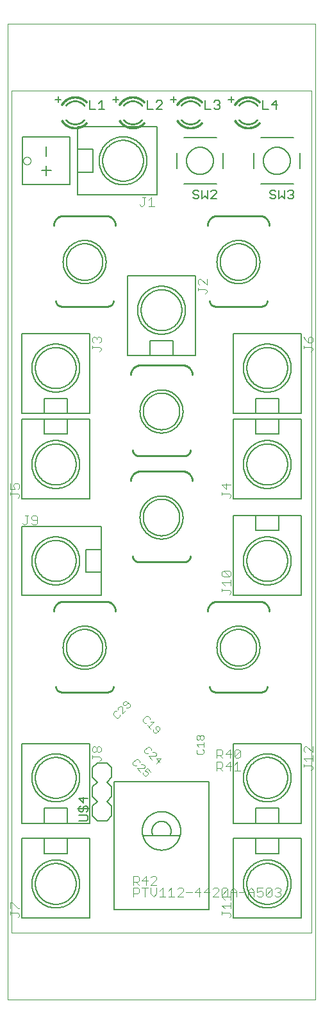
<source format=gto>
G75*
%MOIN*%
%OFA0B0*%
%FSLAX25Y25*%
%IPPOS*%
%LPD*%
%AMOC8*
5,1,8,0,0,1.08239X$1,22.5*
%
%ADD10C,0.00000*%
%ADD11C,0.00300*%
%ADD12C,0.00500*%
%ADD13C,0.00400*%
%ADD14C,0.00800*%
%ADD15C,0.00060*%
%ADD16C,0.00100*%
%ADD17C,0.01000*%
D10*
X0006236Y0001000D02*
X0006236Y0506906D01*
X0166236Y0506906D01*
X0166236Y0001000D01*
X0006236Y0001000D01*
X0008204Y0035646D02*
X0008204Y0472260D01*
X0164267Y0472260D01*
X0164267Y0035646D01*
X0008204Y0035646D01*
X0014267Y0436000D02*
X0014269Y0436088D01*
X0014275Y0436176D01*
X0014285Y0436264D01*
X0014299Y0436352D01*
X0014316Y0436438D01*
X0014338Y0436524D01*
X0014363Y0436608D01*
X0014393Y0436692D01*
X0014425Y0436774D01*
X0014462Y0436854D01*
X0014502Y0436933D01*
X0014546Y0437010D01*
X0014593Y0437085D01*
X0014643Y0437157D01*
X0014697Y0437228D01*
X0014753Y0437295D01*
X0014813Y0437361D01*
X0014875Y0437423D01*
X0014941Y0437483D01*
X0015008Y0437539D01*
X0015079Y0437593D01*
X0015151Y0437643D01*
X0015226Y0437690D01*
X0015303Y0437734D01*
X0015382Y0437774D01*
X0015462Y0437811D01*
X0015544Y0437843D01*
X0015628Y0437873D01*
X0015712Y0437898D01*
X0015798Y0437920D01*
X0015884Y0437937D01*
X0015972Y0437951D01*
X0016060Y0437961D01*
X0016148Y0437967D01*
X0016236Y0437969D01*
X0016324Y0437967D01*
X0016412Y0437961D01*
X0016500Y0437951D01*
X0016588Y0437937D01*
X0016674Y0437920D01*
X0016760Y0437898D01*
X0016844Y0437873D01*
X0016928Y0437843D01*
X0017010Y0437811D01*
X0017090Y0437774D01*
X0017169Y0437734D01*
X0017246Y0437690D01*
X0017321Y0437643D01*
X0017393Y0437593D01*
X0017464Y0437539D01*
X0017531Y0437483D01*
X0017597Y0437423D01*
X0017659Y0437361D01*
X0017719Y0437295D01*
X0017775Y0437228D01*
X0017829Y0437157D01*
X0017879Y0437085D01*
X0017926Y0437010D01*
X0017970Y0436933D01*
X0018010Y0436854D01*
X0018047Y0436774D01*
X0018079Y0436692D01*
X0018109Y0436608D01*
X0018134Y0436524D01*
X0018156Y0436438D01*
X0018173Y0436352D01*
X0018187Y0436264D01*
X0018197Y0436176D01*
X0018203Y0436088D01*
X0018205Y0436000D01*
X0018203Y0435912D01*
X0018197Y0435824D01*
X0018187Y0435736D01*
X0018173Y0435648D01*
X0018156Y0435562D01*
X0018134Y0435476D01*
X0018109Y0435392D01*
X0018079Y0435308D01*
X0018047Y0435226D01*
X0018010Y0435146D01*
X0017970Y0435067D01*
X0017926Y0434990D01*
X0017879Y0434915D01*
X0017829Y0434843D01*
X0017775Y0434772D01*
X0017719Y0434705D01*
X0017659Y0434639D01*
X0017597Y0434577D01*
X0017531Y0434517D01*
X0017464Y0434461D01*
X0017393Y0434407D01*
X0017321Y0434357D01*
X0017246Y0434310D01*
X0017169Y0434266D01*
X0017090Y0434226D01*
X0017010Y0434189D01*
X0016928Y0434157D01*
X0016844Y0434127D01*
X0016760Y0434102D01*
X0016674Y0434080D01*
X0016588Y0434063D01*
X0016500Y0434049D01*
X0016412Y0434039D01*
X0016324Y0434033D01*
X0016236Y0434031D01*
X0016148Y0434033D01*
X0016060Y0434039D01*
X0015972Y0434049D01*
X0015884Y0434063D01*
X0015798Y0434080D01*
X0015712Y0434102D01*
X0015628Y0434127D01*
X0015544Y0434157D01*
X0015462Y0434189D01*
X0015382Y0434226D01*
X0015303Y0434266D01*
X0015226Y0434310D01*
X0015151Y0434357D01*
X0015079Y0434407D01*
X0015008Y0434461D01*
X0014941Y0434517D01*
X0014875Y0434577D01*
X0014813Y0434639D01*
X0014753Y0434705D01*
X0014697Y0434772D01*
X0014643Y0434843D01*
X0014593Y0434915D01*
X0014546Y0434990D01*
X0014502Y0435067D01*
X0014462Y0435146D01*
X0014425Y0435226D01*
X0014393Y0435308D01*
X0014363Y0435392D01*
X0014338Y0435476D01*
X0014316Y0435562D01*
X0014299Y0435648D01*
X0014285Y0435736D01*
X0014275Y0435824D01*
X0014269Y0435912D01*
X0014267Y0436000D01*
D11*
X0067165Y0155739D02*
X0066293Y0154866D01*
X0066293Y0153993D01*
X0066729Y0153557D01*
X0067602Y0153557D01*
X0068911Y0154866D01*
X0069784Y0153993D02*
X0068038Y0155739D01*
X0067165Y0155739D01*
X0065434Y0153135D02*
X0064561Y0153135D01*
X0063688Y0152262D01*
X0063688Y0151389D01*
X0062830Y0150530D02*
X0061957Y0150530D01*
X0061084Y0149658D01*
X0061084Y0148785D01*
X0062830Y0147039D01*
X0063702Y0147039D01*
X0064575Y0147912D01*
X0064575Y0148785D01*
X0065870Y0149207D02*
X0065870Y0152698D01*
X0065434Y0153135D01*
X0068038Y0152248D02*
X0068911Y0152248D01*
X0069784Y0153121D01*
X0069784Y0153993D01*
X0067616Y0150953D02*
X0065870Y0149207D01*
X0073093Y0125693D02*
X0071348Y0123947D01*
X0071348Y0123074D01*
X0072221Y0122201D01*
X0073093Y0122201D01*
X0073516Y0120906D02*
X0077007Y0120906D01*
X0077444Y0121343D01*
X0077444Y0122215D01*
X0076571Y0123088D01*
X0075698Y0123088D01*
X0074839Y0123947D02*
X0074839Y0124820D01*
X0073966Y0125693D01*
X0073093Y0125693D01*
X0073516Y0120906D02*
X0075261Y0119160D01*
X0076557Y0118738D02*
X0076557Y0117865D01*
X0077429Y0116993D01*
X0078302Y0116993D01*
X0079175Y0117865D01*
X0079175Y0118738D01*
X0078739Y0119175D01*
X0077429Y0119611D01*
X0078739Y0120920D01*
X0080484Y0119175D01*
X0083427Y0123309D02*
X0086045Y0125928D01*
X0083427Y0125928D01*
X0085172Y0124182D01*
X0083004Y0127223D02*
X0083441Y0127659D01*
X0083441Y0128532D01*
X0082568Y0129405D01*
X0081695Y0129405D01*
X0080837Y0130264D02*
X0080837Y0131137D01*
X0079964Y0132009D01*
X0079091Y0132009D01*
X0077345Y0130264D01*
X0077345Y0129391D01*
X0078218Y0128518D01*
X0079091Y0128518D01*
X0079513Y0127223D02*
X0083004Y0127223D01*
X0081259Y0125477D02*
X0079513Y0127223D01*
X0082709Y0139298D02*
X0083582Y0139298D01*
X0085328Y0141043D01*
X0085328Y0141916D01*
X0084455Y0142789D01*
X0083582Y0142789D01*
X0083146Y0142353D01*
X0083146Y0141480D01*
X0084455Y0140171D01*
X0082709Y0139298D02*
X0081837Y0140171D01*
X0081837Y0141043D01*
X0080541Y0141466D02*
X0078796Y0143211D01*
X0079669Y0142339D02*
X0082287Y0144957D01*
X0080541Y0144957D01*
X0080119Y0146252D02*
X0080119Y0147125D01*
X0079246Y0147998D01*
X0078373Y0147998D01*
X0076628Y0146252D01*
X0076628Y0145379D01*
X0077501Y0144506D01*
X0078373Y0144506D01*
X0104421Y0137560D02*
X0104421Y0136325D01*
X0105039Y0135708D01*
X0105656Y0135708D01*
X0106273Y0136325D01*
X0106273Y0137560D01*
X0106890Y0138177D01*
X0107507Y0138177D01*
X0108125Y0137560D01*
X0108125Y0136325D01*
X0107507Y0135708D01*
X0106890Y0135708D01*
X0106273Y0136325D01*
X0106273Y0137560D02*
X0105656Y0138177D01*
X0105039Y0138177D01*
X0104421Y0137560D01*
X0104421Y0133259D02*
X0108125Y0133259D01*
X0108125Y0132025D02*
X0108125Y0134494D01*
X0107507Y0130810D02*
X0108125Y0130193D01*
X0108125Y0128959D01*
X0107507Y0128342D01*
X0105039Y0128342D01*
X0104421Y0128959D01*
X0104421Y0130193D01*
X0105039Y0130810D01*
X0105656Y0132025D02*
X0104421Y0133259D01*
D12*
X0111019Y0114091D02*
X0111019Y0047831D01*
X0061452Y0047831D01*
X0061452Y0114091D01*
X0111019Y0114091D01*
X0123519Y0133717D02*
X0123519Y0092378D01*
X0135330Y0092378D01*
X0135330Y0100252D01*
X0147141Y0100252D01*
X0147141Y0092378D01*
X0135330Y0092378D01*
X0135330Y0084622D02*
X0135330Y0076748D01*
X0147141Y0076748D01*
X0147141Y0084622D01*
X0158952Y0084622D01*
X0158952Y0043283D01*
X0123519Y0043283D01*
X0123519Y0084622D01*
X0135330Y0084622D01*
X0147141Y0084622D01*
X0147141Y0092378D02*
X0158952Y0092378D01*
X0158952Y0133717D01*
X0123519Y0133717D01*
X0130643Y0116000D02*
X0130646Y0116260D01*
X0130656Y0116520D01*
X0130672Y0116779D01*
X0130694Y0117038D01*
X0130723Y0117297D01*
X0130758Y0117554D01*
X0130799Y0117811D01*
X0130847Y0118067D01*
X0130900Y0118321D01*
X0130960Y0118574D01*
X0131027Y0118825D01*
X0131099Y0119075D01*
X0131178Y0119323D01*
X0131262Y0119569D01*
X0131353Y0119812D01*
X0131449Y0120054D01*
X0131552Y0120293D01*
X0131660Y0120529D01*
X0131774Y0120763D01*
X0131894Y0120994D01*
X0132019Y0121221D01*
X0132150Y0121446D01*
X0132286Y0121667D01*
X0132428Y0121885D01*
X0132575Y0122100D01*
X0132728Y0122310D01*
X0132885Y0122517D01*
X0133048Y0122720D01*
X0133215Y0122919D01*
X0133387Y0123114D01*
X0133564Y0123304D01*
X0133746Y0123490D01*
X0133932Y0123672D01*
X0134122Y0123849D01*
X0134317Y0124021D01*
X0134516Y0124188D01*
X0134719Y0124351D01*
X0134926Y0124508D01*
X0135136Y0124661D01*
X0135351Y0124808D01*
X0135569Y0124950D01*
X0135790Y0125086D01*
X0136015Y0125217D01*
X0136242Y0125342D01*
X0136473Y0125462D01*
X0136707Y0125576D01*
X0136943Y0125684D01*
X0137182Y0125787D01*
X0137424Y0125883D01*
X0137667Y0125974D01*
X0137913Y0126058D01*
X0138161Y0126137D01*
X0138411Y0126209D01*
X0138662Y0126276D01*
X0138915Y0126336D01*
X0139169Y0126389D01*
X0139425Y0126437D01*
X0139682Y0126478D01*
X0139939Y0126513D01*
X0140198Y0126542D01*
X0140457Y0126564D01*
X0140716Y0126580D01*
X0140976Y0126590D01*
X0141236Y0126593D01*
X0141496Y0126590D01*
X0141756Y0126580D01*
X0142015Y0126564D01*
X0142274Y0126542D01*
X0142533Y0126513D01*
X0142790Y0126478D01*
X0143047Y0126437D01*
X0143303Y0126389D01*
X0143557Y0126336D01*
X0143810Y0126276D01*
X0144061Y0126209D01*
X0144311Y0126137D01*
X0144559Y0126058D01*
X0144805Y0125974D01*
X0145048Y0125883D01*
X0145290Y0125787D01*
X0145529Y0125684D01*
X0145765Y0125576D01*
X0145999Y0125462D01*
X0146230Y0125342D01*
X0146457Y0125217D01*
X0146682Y0125086D01*
X0146903Y0124950D01*
X0147121Y0124808D01*
X0147336Y0124661D01*
X0147546Y0124508D01*
X0147753Y0124351D01*
X0147956Y0124188D01*
X0148155Y0124021D01*
X0148350Y0123849D01*
X0148540Y0123672D01*
X0148726Y0123490D01*
X0148908Y0123304D01*
X0149085Y0123114D01*
X0149257Y0122919D01*
X0149424Y0122720D01*
X0149587Y0122517D01*
X0149744Y0122310D01*
X0149897Y0122100D01*
X0150044Y0121885D01*
X0150186Y0121667D01*
X0150322Y0121446D01*
X0150453Y0121221D01*
X0150578Y0120994D01*
X0150698Y0120763D01*
X0150812Y0120529D01*
X0150920Y0120293D01*
X0151023Y0120054D01*
X0151119Y0119812D01*
X0151210Y0119569D01*
X0151294Y0119323D01*
X0151373Y0119075D01*
X0151445Y0118825D01*
X0151512Y0118574D01*
X0151572Y0118321D01*
X0151625Y0118067D01*
X0151673Y0117811D01*
X0151714Y0117554D01*
X0151749Y0117297D01*
X0151778Y0117038D01*
X0151800Y0116779D01*
X0151816Y0116520D01*
X0151826Y0116260D01*
X0151829Y0116000D01*
X0151826Y0115740D01*
X0151816Y0115480D01*
X0151800Y0115221D01*
X0151778Y0114962D01*
X0151749Y0114703D01*
X0151714Y0114446D01*
X0151673Y0114189D01*
X0151625Y0113933D01*
X0151572Y0113679D01*
X0151512Y0113426D01*
X0151445Y0113175D01*
X0151373Y0112925D01*
X0151294Y0112677D01*
X0151210Y0112431D01*
X0151119Y0112188D01*
X0151023Y0111946D01*
X0150920Y0111707D01*
X0150812Y0111471D01*
X0150698Y0111237D01*
X0150578Y0111006D01*
X0150453Y0110779D01*
X0150322Y0110554D01*
X0150186Y0110333D01*
X0150044Y0110115D01*
X0149897Y0109900D01*
X0149744Y0109690D01*
X0149587Y0109483D01*
X0149424Y0109280D01*
X0149257Y0109081D01*
X0149085Y0108886D01*
X0148908Y0108696D01*
X0148726Y0108510D01*
X0148540Y0108328D01*
X0148350Y0108151D01*
X0148155Y0107979D01*
X0147956Y0107812D01*
X0147753Y0107649D01*
X0147546Y0107492D01*
X0147336Y0107339D01*
X0147121Y0107192D01*
X0146903Y0107050D01*
X0146682Y0106914D01*
X0146457Y0106783D01*
X0146230Y0106658D01*
X0145999Y0106538D01*
X0145765Y0106424D01*
X0145529Y0106316D01*
X0145290Y0106213D01*
X0145048Y0106117D01*
X0144805Y0106026D01*
X0144559Y0105942D01*
X0144311Y0105863D01*
X0144061Y0105791D01*
X0143810Y0105724D01*
X0143557Y0105664D01*
X0143303Y0105611D01*
X0143047Y0105563D01*
X0142790Y0105522D01*
X0142533Y0105487D01*
X0142274Y0105458D01*
X0142015Y0105436D01*
X0141756Y0105420D01*
X0141496Y0105410D01*
X0141236Y0105407D01*
X0140976Y0105410D01*
X0140716Y0105420D01*
X0140457Y0105436D01*
X0140198Y0105458D01*
X0139939Y0105487D01*
X0139682Y0105522D01*
X0139425Y0105563D01*
X0139169Y0105611D01*
X0138915Y0105664D01*
X0138662Y0105724D01*
X0138411Y0105791D01*
X0138161Y0105863D01*
X0137913Y0105942D01*
X0137667Y0106026D01*
X0137424Y0106117D01*
X0137182Y0106213D01*
X0136943Y0106316D01*
X0136707Y0106424D01*
X0136473Y0106538D01*
X0136242Y0106658D01*
X0136015Y0106783D01*
X0135790Y0106914D01*
X0135569Y0107050D01*
X0135351Y0107192D01*
X0135136Y0107339D01*
X0134926Y0107492D01*
X0134719Y0107649D01*
X0134516Y0107812D01*
X0134317Y0107979D01*
X0134122Y0108151D01*
X0133932Y0108328D01*
X0133746Y0108510D01*
X0133564Y0108696D01*
X0133387Y0108886D01*
X0133215Y0109081D01*
X0133048Y0109280D01*
X0132885Y0109483D01*
X0132728Y0109690D01*
X0132575Y0109900D01*
X0132428Y0110115D01*
X0132286Y0110333D01*
X0132150Y0110554D01*
X0132019Y0110779D01*
X0131894Y0111006D01*
X0131774Y0111237D01*
X0131660Y0111471D01*
X0131552Y0111707D01*
X0131449Y0111946D01*
X0131353Y0112188D01*
X0131262Y0112431D01*
X0131178Y0112677D01*
X0131099Y0112925D01*
X0131027Y0113175D01*
X0130960Y0113426D01*
X0130900Y0113679D01*
X0130847Y0113933D01*
X0130799Y0114189D01*
X0130758Y0114446D01*
X0130723Y0114703D01*
X0130694Y0114962D01*
X0130672Y0115221D01*
X0130656Y0115480D01*
X0130646Y0115740D01*
X0130643Y0116000D01*
X0128786Y0116000D02*
X0128790Y0116306D01*
X0128801Y0116611D01*
X0128820Y0116916D01*
X0128846Y0117220D01*
X0128880Y0117524D01*
X0128921Y0117827D01*
X0128969Y0118128D01*
X0129025Y0118429D01*
X0129089Y0118728D01*
X0129159Y0119025D01*
X0129237Y0119321D01*
X0129322Y0119614D01*
X0129414Y0119905D01*
X0129514Y0120194D01*
X0129620Y0120481D01*
X0129734Y0120764D01*
X0129854Y0121045D01*
X0129981Y0121323D01*
X0130115Y0121598D01*
X0130256Y0121869D01*
X0130403Y0122137D01*
X0130557Y0122401D01*
X0130718Y0122661D01*
X0130884Y0122917D01*
X0131057Y0123169D01*
X0131236Y0123416D01*
X0131421Y0123660D01*
X0131612Y0123898D01*
X0131809Y0124132D01*
X0132011Y0124361D01*
X0132219Y0124585D01*
X0132433Y0124803D01*
X0132651Y0125017D01*
X0132875Y0125225D01*
X0133104Y0125427D01*
X0133338Y0125624D01*
X0133576Y0125815D01*
X0133820Y0126000D01*
X0134067Y0126179D01*
X0134319Y0126352D01*
X0134575Y0126518D01*
X0134835Y0126679D01*
X0135099Y0126833D01*
X0135367Y0126980D01*
X0135638Y0127121D01*
X0135913Y0127255D01*
X0136191Y0127382D01*
X0136472Y0127502D01*
X0136755Y0127616D01*
X0137042Y0127722D01*
X0137331Y0127822D01*
X0137622Y0127914D01*
X0137915Y0127999D01*
X0138211Y0128077D01*
X0138508Y0128147D01*
X0138807Y0128211D01*
X0139108Y0128267D01*
X0139409Y0128315D01*
X0139712Y0128356D01*
X0140016Y0128390D01*
X0140320Y0128416D01*
X0140625Y0128435D01*
X0140930Y0128446D01*
X0141236Y0128450D01*
X0141542Y0128446D01*
X0141847Y0128435D01*
X0142152Y0128416D01*
X0142456Y0128390D01*
X0142760Y0128356D01*
X0143063Y0128315D01*
X0143364Y0128267D01*
X0143665Y0128211D01*
X0143964Y0128147D01*
X0144261Y0128077D01*
X0144557Y0127999D01*
X0144850Y0127914D01*
X0145141Y0127822D01*
X0145430Y0127722D01*
X0145717Y0127616D01*
X0146000Y0127502D01*
X0146281Y0127382D01*
X0146559Y0127255D01*
X0146834Y0127121D01*
X0147105Y0126980D01*
X0147373Y0126833D01*
X0147637Y0126679D01*
X0147897Y0126518D01*
X0148153Y0126352D01*
X0148405Y0126179D01*
X0148652Y0126000D01*
X0148896Y0125815D01*
X0149134Y0125624D01*
X0149368Y0125427D01*
X0149597Y0125225D01*
X0149821Y0125017D01*
X0150039Y0124803D01*
X0150253Y0124585D01*
X0150461Y0124361D01*
X0150663Y0124132D01*
X0150860Y0123898D01*
X0151051Y0123660D01*
X0151236Y0123416D01*
X0151415Y0123169D01*
X0151588Y0122917D01*
X0151754Y0122661D01*
X0151915Y0122401D01*
X0152069Y0122137D01*
X0152216Y0121869D01*
X0152357Y0121598D01*
X0152491Y0121323D01*
X0152618Y0121045D01*
X0152738Y0120764D01*
X0152852Y0120481D01*
X0152958Y0120194D01*
X0153058Y0119905D01*
X0153150Y0119614D01*
X0153235Y0119321D01*
X0153313Y0119025D01*
X0153383Y0118728D01*
X0153447Y0118429D01*
X0153503Y0118128D01*
X0153551Y0117827D01*
X0153592Y0117524D01*
X0153626Y0117220D01*
X0153652Y0116916D01*
X0153671Y0116611D01*
X0153682Y0116306D01*
X0153686Y0116000D01*
X0153682Y0115694D01*
X0153671Y0115389D01*
X0153652Y0115084D01*
X0153626Y0114780D01*
X0153592Y0114476D01*
X0153551Y0114173D01*
X0153503Y0113872D01*
X0153447Y0113571D01*
X0153383Y0113272D01*
X0153313Y0112975D01*
X0153235Y0112679D01*
X0153150Y0112386D01*
X0153058Y0112095D01*
X0152958Y0111806D01*
X0152852Y0111519D01*
X0152738Y0111236D01*
X0152618Y0110955D01*
X0152491Y0110677D01*
X0152357Y0110402D01*
X0152216Y0110131D01*
X0152069Y0109863D01*
X0151915Y0109599D01*
X0151754Y0109339D01*
X0151588Y0109083D01*
X0151415Y0108831D01*
X0151236Y0108584D01*
X0151051Y0108340D01*
X0150860Y0108102D01*
X0150663Y0107868D01*
X0150461Y0107639D01*
X0150253Y0107415D01*
X0150039Y0107197D01*
X0149821Y0106983D01*
X0149597Y0106775D01*
X0149368Y0106573D01*
X0149134Y0106376D01*
X0148896Y0106185D01*
X0148652Y0106000D01*
X0148405Y0105821D01*
X0148153Y0105648D01*
X0147897Y0105482D01*
X0147637Y0105321D01*
X0147373Y0105167D01*
X0147105Y0105020D01*
X0146834Y0104879D01*
X0146559Y0104745D01*
X0146281Y0104618D01*
X0146000Y0104498D01*
X0145717Y0104384D01*
X0145430Y0104278D01*
X0145141Y0104178D01*
X0144850Y0104086D01*
X0144557Y0104001D01*
X0144261Y0103923D01*
X0143964Y0103853D01*
X0143665Y0103789D01*
X0143364Y0103733D01*
X0143063Y0103685D01*
X0142760Y0103644D01*
X0142456Y0103610D01*
X0142152Y0103584D01*
X0141847Y0103565D01*
X0141542Y0103554D01*
X0141236Y0103550D01*
X0140930Y0103554D01*
X0140625Y0103565D01*
X0140320Y0103584D01*
X0140016Y0103610D01*
X0139712Y0103644D01*
X0139409Y0103685D01*
X0139108Y0103733D01*
X0138807Y0103789D01*
X0138508Y0103853D01*
X0138211Y0103923D01*
X0137915Y0104001D01*
X0137622Y0104086D01*
X0137331Y0104178D01*
X0137042Y0104278D01*
X0136755Y0104384D01*
X0136472Y0104498D01*
X0136191Y0104618D01*
X0135913Y0104745D01*
X0135638Y0104879D01*
X0135367Y0105020D01*
X0135099Y0105167D01*
X0134835Y0105321D01*
X0134575Y0105482D01*
X0134319Y0105648D01*
X0134067Y0105821D01*
X0133820Y0106000D01*
X0133576Y0106185D01*
X0133338Y0106376D01*
X0133104Y0106573D01*
X0132875Y0106775D01*
X0132651Y0106983D01*
X0132433Y0107197D01*
X0132219Y0107415D01*
X0132011Y0107639D01*
X0131809Y0107868D01*
X0131612Y0108102D01*
X0131421Y0108340D01*
X0131236Y0108584D01*
X0131057Y0108831D01*
X0130884Y0109083D01*
X0130718Y0109339D01*
X0130557Y0109599D01*
X0130403Y0109863D01*
X0130256Y0110131D01*
X0130115Y0110402D01*
X0129981Y0110677D01*
X0129854Y0110955D01*
X0129734Y0111236D01*
X0129620Y0111519D01*
X0129514Y0111806D01*
X0129414Y0112095D01*
X0129322Y0112386D01*
X0129237Y0112679D01*
X0129159Y0112975D01*
X0129089Y0113272D01*
X0129025Y0113571D01*
X0128969Y0113872D01*
X0128921Y0114173D01*
X0128880Y0114476D01*
X0128846Y0114780D01*
X0128820Y0115084D01*
X0128801Y0115389D01*
X0128790Y0115694D01*
X0128786Y0116000D01*
X0130643Y0061000D02*
X0130646Y0061260D01*
X0130656Y0061520D01*
X0130672Y0061779D01*
X0130694Y0062038D01*
X0130723Y0062297D01*
X0130758Y0062554D01*
X0130799Y0062811D01*
X0130847Y0063067D01*
X0130900Y0063321D01*
X0130960Y0063574D01*
X0131027Y0063825D01*
X0131099Y0064075D01*
X0131178Y0064323D01*
X0131262Y0064569D01*
X0131353Y0064812D01*
X0131449Y0065054D01*
X0131552Y0065293D01*
X0131660Y0065529D01*
X0131774Y0065763D01*
X0131894Y0065994D01*
X0132019Y0066221D01*
X0132150Y0066446D01*
X0132286Y0066667D01*
X0132428Y0066885D01*
X0132575Y0067100D01*
X0132728Y0067310D01*
X0132885Y0067517D01*
X0133048Y0067720D01*
X0133215Y0067919D01*
X0133387Y0068114D01*
X0133564Y0068304D01*
X0133746Y0068490D01*
X0133932Y0068672D01*
X0134122Y0068849D01*
X0134317Y0069021D01*
X0134516Y0069188D01*
X0134719Y0069351D01*
X0134926Y0069508D01*
X0135136Y0069661D01*
X0135351Y0069808D01*
X0135569Y0069950D01*
X0135790Y0070086D01*
X0136015Y0070217D01*
X0136242Y0070342D01*
X0136473Y0070462D01*
X0136707Y0070576D01*
X0136943Y0070684D01*
X0137182Y0070787D01*
X0137424Y0070883D01*
X0137667Y0070974D01*
X0137913Y0071058D01*
X0138161Y0071137D01*
X0138411Y0071209D01*
X0138662Y0071276D01*
X0138915Y0071336D01*
X0139169Y0071389D01*
X0139425Y0071437D01*
X0139682Y0071478D01*
X0139939Y0071513D01*
X0140198Y0071542D01*
X0140457Y0071564D01*
X0140716Y0071580D01*
X0140976Y0071590D01*
X0141236Y0071593D01*
X0141496Y0071590D01*
X0141756Y0071580D01*
X0142015Y0071564D01*
X0142274Y0071542D01*
X0142533Y0071513D01*
X0142790Y0071478D01*
X0143047Y0071437D01*
X0143303Y0071389D01*
X0143557Y0071336D01*
X0143810Y0071276D01*
X0144061Y0071209D01*
X0144311Y0071137D01*
X0144559Y0071058D01*
X0144805Y0070974D01*
X0145048Y0070883D01*
X0145290Y0070787D01*
X0145529Y0070684D01*
X0145765Y0070576D01*
X0145999Y0070462D01*
X0146230Y0070342D01*
X0146457Y0070217D01*
X0146682Y0070086D01*
X0146903Y0069950D01*
X0147121Y0069808D01*
X0147336Y0069661D01*
X0147546Y0069508D01*
X0147753Y0069351D01*
X0147956Y0069188D01*
X0148155Y0069021D01*
X0148350Y0068849D01*
X0148540Y0068672D01*
X0148726Y0068490D01*
X0148908Y0068304D01*
X0149085Y0068114D01*
X0149257Y0067919D01*
X0149424Y0067720D01*
X0149587Y0067517D01*
X0149744Y0067310D01*
X0149897Y0067100D01*
X0150044Y0066885D01*
X0150186Y0066667D01*
X0150322Y0066446D01*
X0150453Y0066221D01*
X0150578Y0065994D01*
X0150698Y0065763D01*
X0150812Y0065529D01*
X0150920Y0065293D01*
X0151023Y0065054D01*
X0151119Y0064812D01*
X0151210Y0064569D01*
X0151294Y0064323D01*
X0151373Y0064075D01*
X0151445Y0063825D01*
X0151512Y0063574D01*
X0151572Y0063321D01*
X0151625Y0063067D01*
X0151673Y0062811D01*
X0151714Y0062554D01*
X0151749Y0062297D01*
X0151778Y0062038D01*
X0151800Y0061779D01*
X0151816Y0061520D01*
X0151826Y0061260D01*
X0151829Y0061000D01*
X0151826Y0060740D01*
X0151816Y0060480D01*
X0151800Y0060221D01*
X0151778Y0059962D01*
X0151749Y0059703D01*
X0151714Y0059446D01*
X0151673Y0059189D01*
X0151625Y0058933D01*
X0151572Y0058679D01*
X0151512Y0058426D01*
X0151445Y0058175D01*
X0151373Y0057925D01*
X0151294Y0057677D01*
X0151210Y0057431D01*
X0151119Y0057188D01*
X0151023Y0056946D01*
X0150920Y0056707D01*
X0150812Y0056471D01*
X0150698Y0056237D01*
X0150578Y0056006D01*
X0150453Y0055779D01*
X0150322Y0055554D01*
X0150186Y0055333D01*
X0150044Y0055115D01*
X0149897Y0054900D01*
X0149744Y0054690D01*
X0149587Y0054483D01*
X0149424Y0054280D01*
X0149257Y0054081D01*
X0149085Y0053886D01*
X0148908Y0053696D01*
X0148726Y0053510D01*
X0148540Y0053328D01*
X0148350Y0053151D01*
X0148155Y0052979D01*
X0147956Y0052812D01*
X0147753Y0052649D01*
X0147546Y0052492D01*
X0147336Y0052339D01*
X0147121Y0052192D01*
X0146903Y0052050D01*
X0146682Y0051914D01*
X0146457Y0051783D01*
X0146230Y0051658D01*
X0145999Y0051538D01*
X0145765Y0051424D01*
X0145529Y0051316D01*
X0145290Y0051213D01*
X0145048Y0051117D01*
X0144805Y0051026D01*
X0144559Y0050942D01*
X0144311Y0050863D01*
X0144061Y0050791D01*
X0143810Y0050724D01*
X0143557Y0050664D01*
X0143303Y0050611D01*
X0143047Y0050563D01*
X0142790Y0050522D01*
X0142533Y0050487D01*
X0142274Y0050458D01*
X0142015Y0050436D01*
X0141756Y0050420D01*
X0141496Y0050410D01*
X0141236Y0050407D01*
X0140976Y0050410D01*
X0140716Y0050420D01*
X0140457Y0050436D01*
X0140198Y0050458D01*
X0139939Y0050487D01*
X0139682Y0050522D01*
X0139425Y0050563D01*
X0139169Y0050611D01*
X0138915Y0050664D01*
X0138662Y0050724D01*
X0138411Y0050791D01*
X0138161Y0050863D01*
X0137913Y0050942D01*
X0137667Y0051026D01*
X0137424Y0051117D01*
X0137182Y0051213D01*
X0136943Y0051316D01*
X0136707Y0051424D01*
X0136473Y0051538D01*
X0136242Y0051658D01*
X0136015Y0051783D01*
X0135790Y0051914D01*
X0135569Y0052050D01*
X0135351Y0052192D01*
X0135136Y0052339D01*
X0134926Y0052492D01*
X0134719Y0052649D01*
X0134516Y0052812D01*
X0134317Y0052979D01*
X0134122Y0053151D01*
X0133932Y0053328D01*
X0133746Y0053510D01*
X0133564Y0053696D01*
X0133387Y0053886D01*
X0133215Y0054081D01*
X0133048Y0054280D01*
X0132885Y0054483D01*
X0132728Y0054690D01*
X0132575Y0054900D01*
X0132428Y0055115D01*
X0132286Y0055333D01*
X0132150Y0055554D01*
X0132019Y0055779D01*
X0131894Y0056006D01*
X0131774Y0056237D01*
X0131660Y0056471D01*
X0131552Y0056707D01*
X0131449Y0056946D01*
X0131353Y0057188D01*
X0131262Y0057431D01*
X0131178Y0057677D01*
X0131099Y0057925D01*
X0131027Y0058175D01*
X0130960Y0058426D01*
X0130900Y0058679D01*
X0130847Y0058933D01*
X0130799Y0059189D01*
X0130758Y0059446D01*
X0130723Y0059703D01*
X0130694Y0059962D01*
X0130672Y0060221D01*
X0130656Y0060480D01*
X0130646Y0060740D01*
X0130643Y0061000D01*
X0128786Y0061000D02*
X0128790Y0061306D01*
X0128801Y0061611D01*
X0128820Y0061916D01*
X0128846Y0062220D01*
X0128880Y0062524D01*
X0128921Y0062827D01*
X0128969Y0063128D01*
X0129025Y0063429D01*
X0129089Y0063728D01*
X0129159Y0064025D01*
X0129237Y0064321D01*
X0129322Y0064614D01*
X0129414Y0064905D01*
X0129514Y0065194D01*
X0129620Y0065481D01*
X0129734Y0065764D01*
X0129854Y0066045D01*
X0129981Y0066323D01*
X0130115Y0066598D01*
X0130256Y0066869D01*
X0130403Y0067137D01*
X0130557Y0067401D01*
X0130718Y0067661D01*
X0130884Y0067917D01*
X0131057Y0068169D01*
X0131236Y0068416D01*
X0131421Y0068660D01*
X0131612Y0068898D01*
X0131809Y0069132D01*
X0132011Y0069361D01*
X0132219Y0069585D01*
X0132433Y0069803D01*
X0132651Y0070017D01*
X0132875Y0070225D01*
X0133104Y0070427D01*
X0133338Y0070624D01*
X0133576Y0070815D01*
X0133820Y0071000D01*
X0134067Y0071179D01*
X0134319Y0071352D01*
X0134575Y0071518D01*
X0134835Y0071679D01*
X0135099Y0071833D01*
X0135367Y0071980D01*
X0135638Y0072121D01*
X0135913Y0072255D01*
X0136191Y0072382D01*
X0136472Y0072502D01*
X0136755Y0072616D01*
X0137042Y0072722D01*
X0137331Y0072822D01*
X0137622Y0072914D01*
X0137915Y0072999D01*
X0138211Y0073077D01*
X0138508Y0073147D01*
X0138807Y0073211D01*
X0139108Y0073267D01*
X0139409Y0073315D01*
X0139712Y0073356D01*
X0140016Y0073390D01*
X0140320Y0073416D01*
X0140625Y0073435D01*
X0140930Y0073446D01*
X0141236Y0073450D01*
X0141542Y0073446D01*
X0141847Y0073435D01*
X0142152Y0073416D01*
X0142456Y0073390D01*
X0142760Y0073356D01*
X0143063Y0073315D01*
X0143364Y0073267D01*
X0143665Y0073211D01*
X0143964Y0073147D01*
X0144261Y0073077D01*
X0144557Y0072999D01*
X0144850Y0072914D01*
X0145141Y0072822D01*
X0145430Y0072722D01*
X0145717Y0072616D01*
X0146000Y0072502D01*
X0146281Y0072382D01*
X0146559Y0072255D01*
X0146834Y0072121D01*
X0147105Y0071980D01*
X0147373Y0071833D01*
X0147637Y0071679D01*
X0147897Y0071518D01*
X0148153Y0071352D01*
X0148405Y0071179D01*
X0148652Y0071000D01*
X0148896Y0070815D01*
X0149134Y0070624D01*
X0149368Y0070427D01*
X0149597Y0070225D01*
X0149821Y0070017D01*
X0150039Y0069803D01*
X0150253Y0069585D01*
X0150461Y0069361D01*
X0150663Y0069132D01*
X0150860Y0068898D01*
X0151051Y0068660D01*
X0151236Y0068416D01*
X0151415Y0068169D01*
X0151588Y0067917D01*
X0151754Y0067661D01*
X0151915Y0067401D01*
X0152069Y0067137D01*
X0152216Y0066869D01*
X0152357Y0066598D01*
X0152491Y0066323D01*
X0152618Y0066045D01*
X0152738Y0065764D01*
X0152852Y0065481D01*
X0152958Y0065194D01*
X0153058Y0064905D01*
X0153150Y0064614D01*
X0153235Y0064321D01*
X0153313Y0064025D01*
X0153383Y0063728D01*
X0153447Y0063429D01*
X0153503Y0063128D01*
X0153551Y0062827D01*
X0153592Y0062524D01*
X0153626Y0062220D01*
X0153652Y0061916D01*
X0153671Y0061611D01*
X0153682Y0061306D01*
X0153686Y0061000D01*
X0153682Y0060694D01*
X0153671Y0060389D01*
X0153652Y0060084D01*
X0153626Y0059780D01*
X0153592Y0059476D01*
X0153551Y0059173D01*
X0153503Y0058872D01*
X0153447Y0058571D01*
X0153383Y0058272D01*
X0153313Y0057975D01*
X0153235Y0057679D01*
X0153150Y0057386D01*
X0153058Y0057095D01*
X0152958Y0056806D01*
X0152852Y0056519D01*
X0152738Y0056236D01*
X0152618Y0055955D01*
X0152491Y0055677D01*
X0152357Y0055402D01*
X0152216Y0055131D01*
X0152069Y0054863D01*
X0151915Y0054599D01*
X0151754Y0054339D01*
X0151588Y0054083D01*
X0151415Y0053831D01*
X0151236Y0053584D01*
X0151051Y0053340D01*
X0150860Y0053102D01*
X0150663Y0052868D01*
X0150461Y0052639D01*
X0150253Y0052415D01*
X0150039Y0052197D01*
X0149821Y0051983D01*
X0149597Y0051775D01*
X0149368Y0051573D01*
X0149134Y0051376D01*
X0148896Y0051185D01*
X0148652Y0051000D01*
X0148405Y0050821D01*
X0148153Y0050648D01*
X0147897Y0050482D01*
X0147637Y0050321D01*
X0147373Y0050167D01*
X0147105Y0050020D01*
X0146834Y0049879D01*
X0146559Y0049745D01*
X0146281Y0049618D01*
X0146000Y0049498D01*
X0145717Y0049384D01*
X0145430Y0049278D01*
X0145141Y0049178D01*
X0144850Y0049086D01*
X0144557Y0049001D01*
X0144261Y0048923D01*
X0143964Y0048853D01*
X0143665Y0048789D01*
X0143364Y0048733D01*
X0143063Y0048685D01*
X0142760Y0048644D01*
X0142456Y0048610D01*
X0142152Y0048584D01*
X0141847Y0048565D01*
X0141542Y0048554D01*
X0141236Y0048550D01*
X0140930Y0048554D01*
X0140625Y0048565D01*
X0140320Y0048584D01*
X0140016Y0048610D01*
X0139712Y0048644D01*
X0139409Y0048685D01*
X0139108Y0048733D01*
X0138807Y0048789D01*
X0138508Y0048853D01*
X0138211Y0048923D01*
X0137915Y0049001D01*
X0137622Y0049086D01*
X0137331Y0049178D01*
X0137042Y0049278D01*
X0136755Y0049384D01*
X0136472Y0049498D01*
X0136191Y0049618D01*
X0135913Y0049745D01*
X0135638Y0049879D01*
X0135367Y0050020D01*
X0135099Y0050167D01*
X0134835Y0050321D01*
X0134575Y0050482D01*
X0134319Y0050648D01*
X0134067Y0050821D01*
X0133820Y0051000D01*
X0133576Y0051185D01*
X0133338Y0051376D01*
X0133104Y0051573D01*
X0132875Y0051775D01*
X0132651Y0051983D01*
X0132433Y0052197D01*
X0132219Y0052415D01*
X0132011Y0052639D01*
X0131809Y0052868D01*
X0131612Y0053102D01*
X0131421Y0053340D01*
X0131236Y0053584D01*
X0131057Y0053831D01*
X0130884Y0054083D01*
X0130718Y0054339D01*
X0130557Y0054599D01*
X0130403Y0054863D01*
X0130256Y0055131D01*
X0130115Y0055402D01*
X0129981Y0055677D01*
X0129854Y0055955D01*
X0129734Y0056236D01*
X0129620Y0056519D01*
X0129514Y0056806D01*
X0129414Y0057095D01*
X0129322Y0057386D01*
X0129237Y0057679D01*
X0129159Y0057975D01*
X0129089Y0058272D01*
X0129025Y0058571D01*
X0128969Y0058872D01*
X0128921Y0059173D01*
X0128880Y0059476D01*
X0128846Y0059780D01*
X0128820Y0060084D01*
X0128801Y0060389D01*
X0128790Y0060694D01*
X0128786Y0061000D01*
X0116749Y0183500D02*
X0116752Y0183733D01*
X0116760Y0183966D01*
X0116775Y0184198D01*
X0116795Y0184430D01*
X0116820Y0184661D01*
X0116852Y0184892D01*
X0116889Y0185122D01*
X0116931Y0185351D01*
X0116980Y0185579D01*
X0117033Y0185805D01*
X0117093Y0186030D01*
X0117158Y0186254D01*
X0117228Y0186476D01*
X0117304Y0186696D01*
X0117385Y0186914D01*
X0117471Y0187131D01*
X0117563Y0187345D01*
X0117660Y0187556D01*
X0117762Y0187765D01*
X0117869Y0187972D01*
X0117981Y0188176D01*
X0118099Y0188377D01*
X0118221Y0188576D01*
X0118348Y0188771D01*
X0118480Y0188963D01*
X0118616Y0189151D01*
X0118757Y0189337D01*
X0118902Y0189518D01*
X0119052Y0189697D01*
X0119207Y0189871D01*
X0119365Y0190042D01*
X0119528Y0190208D01*
X0119694Y0190371D01*
X0119865Y0190529D01*
X0120039Y0190684D01*
X0120218Y0190834D01*
X0120399Y0190979D01*
X0120585Y0191120D01*
X0120773Y0191256D01*
X0120965Y0191388D01*
X0121160Y0191515D01*
X0121359Y0191637D01*
X0121560Y0191755D01*
X0121764Y0191867D01*
X0121971Y0191974D01*
X0122180Y0192076D01*
X0122391Y0192173D01*
X0122605Y0192265D01*
X0122822Y0192351D01*
X0123040Y0192432D01*
X0123260Y0192508D01*
X0123482Y0192578D01*
X0123706Y0192643D01*
X0123931Y0192703D01*
X0124157Y0192756D01*
X0124385Y0192805D01*
X0124614Y0192847D01*
X0124844Y0192884D01*
X0125075Y0192916D01*
X0125306Y0192941D01*
X0125538Y0192961D01*
X0125770Y0192976D01*
X0126003Y0192984D01*
X0126236Y0192987D01*
X0126469Y0192984D01*
X0126702Y0192976D01*
X0126934Y0192961D01*
X0127166Y0192941D01*
X0127397Y0192916D01*
X0127628Y0192884D01*
X0127858Y0192847D01*
X0128087Y0192805D01*
X0128315Y0192756D01*
X0128541Y0192703D01*
X0128766Y0192643D01*
X0128990Y0192578D01*
X0129212Y0192508D01*
X0129432Y0192432D01*
X0129650Y0192351D01*
X0129867Y0192265D01*
X0130081Y0192173D01*
X0130292Y0192076D01*
X0130501Y0191974D01*
X0130708Y0191867D01*
X0130912Y0191755D01*
X0131113Y0191637D01*
X0131312Y0191515D01*
X0131507Y0191388D01*
X0131699Y0191256D01*
X0131887Y0191120D01*
X0132073Y0190979D01*
X0132254Y0190834D01*
X0132433Y0190684D01*
X0132607Y0190529D01*
X0132778Y0190371D01*
X0132944Y0190208D01*
X0133107Y0190042D01*
X0133265Y0189871D01*
X0133420Y0189697D01*
X0133570Y0189518D01*
X0133715Y0189337D01*
X0133856Y0189151D01*
X0133992Y0188963D01*
X0134124Y0188771D01*
X0134251Y0188576D01*
X0134373Y0188377D01*
X0134491Y0188176D01*
X0134603Y0187972D01*
X0134710Y0187765D01*
X0134812Y0187556D01*
X0134909Y0187345D01*
X0135001Y0187131D01*
X0135087Y0186914D01*
X0135168Y0186696D01*
X0135244Y0186476D01*
X0135314Y0186254D01*
X0135379Y0186030D01*
X0135439Y0185805D01*
X0135492Y0185579D01*
X0135541Y0185351D01*
X0135583Y0185122D01*
X0135620Y0184892D01*
X0135652Y0184661D01*
X0135677Y0184430D01*
X0135697Y0184198D01*
X0135712Y0183966D01*
X0135720Y0183733D01*
X0135723Y0183500D01*
X0135720Y0183267D01*
X0135712Y0183034D01*
X0135697Y0182802D01*
X0135677Y0182570D01*
X0135652Y0182339D01*
X0135620Y0182108D01*
X0135583Y0181878D01*
X0135541Y0181649D01*
X0135492Y0181421D01*
X0135439Y0181195D01*
X0135379Y0180970D01*
X0135314Y0180746D01*
X0135244Y0180524D01*
X0135168Y0180304D01*
X0135087Y0180086D01*
X0135001Y0179869D01*
X0134909Y0179655D01*
X0134812Y0179444D01*
X0134710Y0179235D01*
X0134603Y0179028D01*
X0134491Y0178824D01*
X0134373Y0178623D01*
X0134251Y0178424D01*
X0134124Y0178229D01*
X0133992Y0178037D01*
X0133856Y0177849D01*
X0133715Y0177663D01*
X0133570Y0177482D01*
X0133420Y0177303D01*
X0133265Y0177129D01*
X0133107Y0176958D01*
X0132944Y0176792D01*
X0132778Y0176629D01*
X0132607Y0176471D01*
X0132433Y0176316D01*
X0132254Y0176166D01*
X0132073Y0176021D01*
X0131887Y0175880D01*
X0131699Y0175744D01*
X0131507Y0175612D01*
X0131312Y0175485D01*
X0131113Y0175363D01*
X0130912Y0175245D01*
X0130708Y0175133D01*
X0130501Y0175026D01*
X0130292Y0174924D01*
X0130081Y0174827D01*
X0129867Y0174735D01*
X0129650Y0174649D01*
X0129432Y0174568D01*
X0129212Y0174492D01*
X0128990Y0174422D01*
X0128766Y0174357D01*
X0128541Y0174297D01*
X0128315Y0174244D01*
X0128087Y0174195D01*
X0127858Y0174153D01*
X0127628Y0174116D01*
X0127397Y0174084D01*
X0127166Y0174059D01*
X0126934Y0174039D01*
X0126702Y0174024D01*
X0126469Y0174016D01*
X0126236Y0174013D01*
X0126003Y0174016D01*
X0125770Y0174024D01*
X0125538Y0174039D01*
X0125306Y0174059D01*
X0125075Y0174084D01*
X0124844Y0174116D01*
X0124614Y0174153D01*
X0124385Y0174195D01*
X0124157Y0174244D01*
X0123931Y0174297D01*
X0123706Y0174357D01*
X0123482Y0174422D01*
X0123260Y0174492D01*
X0123040Y0174568D01*
X0122822Y0174649D01*
X0122605Y0174735D01*
X0122391Y0174827D01*
X0122180Y0174924D01*
X0121971Y0175026D01*
X0121764Y0175133D01*
X0121560Y0175245D01*
X0121359Y0175363D01*
X0121160Y0175485D01*
X0120965Y0175612D01*
X0120773Y0175744D01*
X0120585Y0175880D01*
X0120399Y0176021D01*
X0120218Y0176166D01*
X0120039Y0176316D01*
X0119865Y0176471D01*
X0119694Y0176629D01*
X0119528Y0176792D01*
X0119365Y0176958D01*
X0119207Y0177129D01*
X0119052Y0177303D01*
X0118902Y0177482D01*
X0118757Y0177663D01*
X0118616Y0177849D01*
X0118480Y0178037D01*
X0118348Y0178229D01*
X0118221Y0178424D01*
X0118099Y0178623D01*
X0117981Y0178824D01*
X0117869Y0179028D01*
X0117762Y0179235D01*
X0117660Y0179444D01*
X0117563Y0179655D01*
X0117471Y0179869D01*
X0117385Y0180086D01*
X0117304Y0180304D01*
X0117228Y0180524D01*
X0117158Y0180746D01*
X0117093Y0180970D01*
X0117033Y0181195D01*
X0116980Y0181421D01*
X0116931Y0181649D01*
X0116889Y0181878D01*
X0116852Y0182108D01*
X0116820Y0182339D01*
X0116795Y0182570D01*
X0116775Y0182802D01*
X0116760Y0183034D01*
X0116752Y0183267D01*
X0116749Y0183500D01*
X0123519Y0210783D02*
X0158952Y0210783D01*
X0158952Y0252122D01*
X0147141Y0252122D01*
X0147141Y0244248D01*
X0135330Y0244248D01*
X0135330Y0252122D01*
X0147141Y0252122D01*
X0130643Y0228500D02*
X0130646Y0228760D01*
X0130656Y0229020D01*
X0130672Y0229279D01*
X0130694Y0229538D01*
X0130723Y0229797D01*
X0130758Y0230054D01*
X0130799Y0230311D01*
X0130847Y0230567D01*
X0130900Y0230821D01*
X0130960Y0231074D01*
X0131027Y0231325D01*
X0131099Y0231575D01*
X0131178Y0231823D01*
X0131262Y0232069D01*
X0131353Y0232312D01*
X0131449Y0232554D01*
X0131552Y0232793D01*
X0131660Y0233029D01*
X0131774Y0233263D01*
X0131894Y0233494D01*
X0132019Y0233721D01*
X0132150Y0233946D01*
X0132286Y0234167D01*
X0132428Y0234385D01*
X0132575Y0234600D01*
X0132728Y0234810D01*
X0132885Y0235017D01*
X0133048Y0235220D01*
X0133215Y0235419D01*
X0133387Y0235614D01*
X0133564Y0235804D01*
X0133746Y0235990D01*
X0133932Y0236172D01*
X0134122Y0236349D01*
X0134317Y0236521D01*
X0134516Y0236688D01*
X0134719Y0236851D01*
X0134926Y0237008D01*
X0135136Y0237161D01*
X0135351Y0237308D01*
X0135569Y0237450D01*
X0135790Y0237586D01*
X0136015Y0237717D01*
X0136242Y0237842D01*
X0136473Y0237962D01*
X0136707Y0238076D01*
X0136943Y0238184D01*
X0137182Y0238287D01*
X0137424Y0238383D01*
X0137667Y0238474D01*
X0137913Y0238558D01*
X0138161Y0238637D01*
X0138411Y0238709D01*
X0138662Y0238776D01*
X0138915Y0238836D01*
X0139169Y0238889D01*
X0139425Y0238937D01*
X0139682Y0238978D01*
X0139939Y0239013D01*
X0140198Y0239042D01*
X0140457Y0239064D01*
X0140716Y0239080D01*
X0140976Y0239090D01*
X0141236Y0239093D01*
X0141496Y0239090D01*
X0141756Y0239080D01*
X0142015Y0239064D01*
X0142274Y0239042D01*
X0142533Y0239013D01*
X0142790Y0238978D01*
X0143047Y0238937D01*
X0143303Y0238889D01*
X0143557Y0238836D01*
X0143810Y0238776D01*
X0144061Y0238709D01*
X0144311Y0238637D01*
X0144559Y0238558D01*
X0144805Y0238474D01*
X0145048Y0238383D01*
X0145290Y0238287D01*
X0145529Y0238184D01*
X0145765Y0238076D01*
X0145999Y0237962D01*
X0146230Y0237842D01*
X0146457Y0237717D01*
X0146682Y0237586D01*
X0146903Y0237450D01*
X0147121Y0237308D01*
X0147336Y0237161D01*
X0147546Y0237008D01*
X0147753Y0236851D01*
X0147956Y0236688D01*
X0148155Y0236521D01*
X0148350Y0236349D01*
X0148540Y0236172D01*
X0148726Y0235990D01*
X0148908Y0235804D01*
X0149085Y0235614D01*
X0149257Y0235419D01*
X0149424Y0235220D01*
X0149587Y0235017D01*
X0149744Y0234810D01*
X0149897Y0234600D01*
X0150044Y0234385D01*
X0150186Y0234167D01*
X0150322Y0233946D01*
X0150453Y0233721D01*
X0150578Y0233494D01*
X0150698Y0233263D01*
X0150812Y0233029D01*
X0150920Y0232793D01*
X0151023Y0232554D01*
X0151119Y0232312D01*
X0151210Y0232069D01*
X0151294Y0231823D01*
X0151373Y0231575D01*
X0151445Y0231325D01*
X0151512Y0231074D01*
X0151572Y0230821D01*
X0151625Y0230567D01*
X0151673Y0230311D01*
X0151714Y0230054D01*
X0151749Y0229797D01*
X0151778Y0229538D01*
X0151800Y0229279D01*
X0151816Y0229020D01*
X0151826Y0228760D01*
X0151829Y0228500D01*
X0151826Y0228240D01*
X0151816Y0227980D01*
X0151800Y0227721D01*
X0151778Y0227462D01*
X0151749Y0227203D01*
X0151714Y0226946D01*
X0151673Y0226689D01*
X0151625Y0226433D01*
X0151572Y0226179D01*
X0151512Y0225926D01*
X0151445Y0225675D01*
X0151373Y0225425D01*
X0151294Y0225177D01*
X0151210Y0224931D01*
X0151119Y0224688D01*
X0151023Y0224446D01*
X0150920Y0224207D01*
X0150812Y0223971D01*
X0150698Y0223737D01*
X0150578Y0223506D01*
X0150453Y0223279D01*
X0150322Y0223054D01*
X0150186Y0222833D01*
X0150044Y0222615D01*
X0149897Y0222400D01*
X0149744Y0222190D01*
X0149587Y0221983D01*
X0149424Y0221780D01*
X0149257Y0221581D01*
X0149085Y0221386D01*
X0148908Y0221196D01*
X0148726Y0221010D01*
X0148540Y0220828D01*
X0148350Y0220651D01*
X0148155Y0220479D01*
X0147956Y0220312D01*
X0147753Y0220149D01*
X0147546Y0219992D01*
X0147336Y0219839D01*
X0147121Y0219692D01*
X0146903Y0219550D01*
X0146682Y0219414D01*
X0146457Y0219283D01*
X0146230Y0219158D01*
X0145999Y0219038D01*
X0145765Y0218924D01*
X0145529Y0218816D01*
X0145290Y0218713D01*
X0145048Y0218617D01*
X0144805Y0218526D01*
X0144559Y0218442D01*
X0144311Y0218363D01*
X0144061Y0218291D01*
X0143810Y0218224D01*
X0143557Y0218164D01*
X0143303Y0218111D01*
X0143047Y0218063D01*
X0142790Y0218022D01*
X0142533Y0217987D01*
X0142274Y0217958D01*
X0142015Y0217936D01*
X0141756Y0217920D01*
X0141496Y0217910D01*
X0141236Y0217907D01*
X0140976Y0217910D01*
X0140716Y0217920D01*
X0140457Y0217936D01*
X0140198Y0217958D01*
X0139939Y0217987D01*
X0139682Y0218022D01*
X0139425Y0218063D01*
X0139169Y0218111D01*
X0138915Y0218164D01*
X0138662Y0218224D01*
X0138411Y0218291D01*
X0138161Y0218363D01*
X0137913Y0218442D01*
X0137667Y0218526D01*
X0137424Y0218617D01*
X0137182Y0218713D01*
X0136943Y0218816D01*
X0136707Y0218924D01*
X0136473Y0219038D01*
X0136242Y0219158D01*
X0136015Y0219283D01*
X0135790Y0219414D01*
X0135569Y0219550D01*
X0135351Y0219692D01*
X0135136Y0219839D01*
X0134926Y0219992D01*
X0134719Y0220149D01*
X0134516Y0220312D01*
X0134317Y0220479D01*
X0134122Y0220651D01*
X0133932Y0220828D01*
X0133746Y0221010D01*
X0133564Y0221196D01*
X0133387Y0221386D01*
X0133215Y0221581D01*
X0133048Y0221780D01*
X0132885Y0221983D01*
X0132728Y0222190D01*
X0132575Y0222400D01*
X0132428Y0222615D01*
X0132286Y0222833D01*
X0132150Y0223054D01*
X0132019Y0223279D01*
X0131894Y0223506D01*
X0131774Y0223737D01*
X0131660Y0223971D01*
X0131552Y0224207D01*
X0131449Y0224446D01*
X0131353Y0224688D01*
X0131262Y0224931D01*
X0131178Y0225177D01*
X0131099Y0225425D01*
X0131027Y0225675D01*
X0130960Y0225926D01*
X0130900Y0226179D01*
X0130847Y0226433D01*
X0130799Y0226689D01*
X0130758Y0226946D01*
X0130723Y0227203D01*
X0130694Y0227462D01*
X0130672Y0227721D01*
X0130656Y0227980D01*
X0130646Y0228240D01*
X0130643Y0228500D01*
X0123519Y0210783D02*
X0123519Y0252122D01*
X0135330Y0252122D01*
X0128786Y0228500D02*
X0128790Y0228806D01*
X0128801Y0229111D01*
X0128820Y0229416D01*
X0128846Y0229720D01*
X0128880Y0230024D01*
X0128921Y0230327D01*
X0128969Y0230628D01*
X0129025Y0230929D01*
X0129089Y0231228D01*
X0129159Y0231525D01*
X0129237Y0231821D01*
X0129322Y0232114D01*
X0129414Y0232405D01*
X0129514Y0232694D01*
X0129620Y0232981D01*
X0129734Y0233264D01*
X0129854Y0233545D01*
X0129981Y0233823D01*
X0130115Y0234098D01*
X0130256Y0234369D01*
X0130403Y0234637D01*
X0130557Y0234901D01*
X0130718Y0235161D01*
X0130884Y0235417D01*
X0131057Y0235669D01*
X0131236Y0235916D01*
X0131421Y0236160D01*
X0131612Y0236398D01*
X0131809Y0236632D01*
X0132011Y0236861D01*
X0132219Y0237085D01*
X0132433Y0237303D01*
X0132651Y0237517D01*
X0132875Y0237725D01*
X0133104Y0237927D01*
X0133338Y0238124D01*
X0133576Y0238315D01*
X0133820Y0238500D01*
X0134067Y0238679D01*
X0134319Y0238852D01*
X0134575Y0239018D01*
X0134835Y0239179D01*
X0135099Y0239333D01*
X0135367Y0239480D01*
X0135638Y0239621D01*
X0135913Y0239755D01*
X0136191Y0239882D01*
X0136472Y0240002D01*
X0136755Y0240116D01*
X0137042Y0240222D01*
X0137331Y0240322D01*
X0137622Y0240414D01*
X0137915Y0240499D01*
X0138211Y0240577D01*
X0138508Y0240647D01*
X0138807Y0240711D01*
X0139108Y0240767D01*
X0139409Y0240815D01*
X0139712Y0240856D01*
X0140016Y0240890D01*
X0140320Y0240916D01*
X0140625Y0240935D01*
X0140930Y0240946D01*
X0141236Y0240950D01*
X0141542Y0240946D01*
X0141847Y0240935D01*
X0142152Y0240916D01*
X0142456Y0240890D01*
X0142760Y0240856D01*
X0143063Y0240815D01*
X0143364Y0240767D01*
X0143665Y0240711D01*
X0143964Y0240647D01*
X0144261Y0240577D01*
X0144557Y0240499D01*
X0144850Y0240414D01*
X0145141Y0240322D01*
X0145430Y0240222D01*
X0145717Y0240116D01*
X0146000Y0240002D01*
X0146281Y0239882D01*
X0146559Y0239755D01*
X0146834Y0239621D01*
X0147105Y0239480D01*
X0147373Y0239333D01*
X0147637Y0239179D01*
X0147897Y0239018D01*
X0148153Y0238852D01*
X0148405Y0238679D01*
X0148652Y0238500D01*
X0148896Y0238315D01*
X0149134Y0238124D01*
X0149368Y0237927D01*
X0149597Y0237725D01*
X0149821Y0237517D01*
X0150039Y0237303D01*
X0150253Y0237085D01*
X0150461Y0236861D01*
X0150663Y0236632D01*
X0150860Y0236398D01*
X0151051Y0236160D01*
X0151236Y0235916D01*
X0151415Y0235669D01*
X0151588Y0235417D01*
X0151754Y0235161D01*
X0151915Y0234901D01*
X0152069Y0234637D01*
X0152216Y0234369D01*
X0152357Y0234098D01*
X0152491Y0233823D01*
X0152618Y0233545D01*
X0152738Y0233264D01*
X0152852Y0232981D01*
X0152958Y0232694D01*
X0153058Y0232405D01*
X0153150Y0232114D01*
X0153235Y0231821D01*
X0153313Y0231525D01*
X0153383Y0231228D01*
X0153447Y0230929D01*
X0153503Y0230628D01*
X0153551Y0230327D01*
X0153592Y0230024D01*
X0153626Y0229720D01*
X0153652Y0229416D01*
X0153671Y0229111D01*
X0153682Y0228806D01*
X0153686Y0228500D01*
X0153682Y0228194D01*
X0153671Y0227889D01*
X0153652Y0227584D01*
X0153626Y0227280D01*
X0153592Y0226976D01*
X0153551Y0226673D01*
X0153503Y0226372D01*
X0153447Y0226071D01*
X0153383Y0225772D01*
X0153313Y0225475D01*
X0153235Y0225179D01*
X0153150Y0224886D01*
X0153058Y0224595D01*
X0152958Y0224306D01*
X0152852Y0224019D01*
X0152738Y0223736D01*
X0152618Y0223455D01*
X0152491Y0223177D01*
X0152357Y0222902D01*
X0152216Y0222631D01*
X0152069Y0222363D01*
X0151915Y0222099D01*
X0151754Y0221839D01*
X0151588Y0221583D01*
X0151415Y0221331D01*
X0151236Y0221084D01*
X0151051Y0220840D01*
X0150860Y0220602D01*
X0150663Y0220368D01*
X0150461Y0220139D01*
X0150253Y0219915D01*
X0150039Y0219697D01*
X0149821Y0219483D01*
X0149597Y0219275D01*
X0149368Y0219073D01*
X0149134Y0218876D01*
X0148896Y0218685D01*
X0148652Y0218500D01*
X0148405Y0218321D01*
X0148153Y0218148D01*
X0147897Y0217982D01*
X0147637Y0217821D01*
X0147373Y0217667D01*
X0147105Y0217520D01*
X0146834Y0217379D01*
X0146559Y0217245D01*
X0146281Y0217118D01*
X0146000Y0216998D01*
X0145717Y0216884D01*
X0145430Y0216778D01*
X0145141Y0216678D01*
X0144850Y0216586D01*
X0144557Y0216501D01*
X0144261Y0216423D01*
X0143964Y0216353D01*
X0143665Y0216289D01*
X0143364Y0216233D01*
X0143063Y0216185D01*
X0142760Y0216144D01*
X0142456Y0216110D01*
X0142152Y0216084D01*
X0141847Y0216065D01*
X0141542Y0216054D01*
X0141236Y0216050D01*
X0140930Y0216054D01*
X0140625Y0216065D01*
X0140320Y0216084D01*
X0140016Y0216110D01*
X0139712Y0216144D01*
X0139409Y0216185D01*
X0139108Y0216233D01*
X0138807Y0216289D01*
X0138508Y0216353D01*
X0138211Y0216423D01*
X0137915Y0216501D01*
X0137622Y0216586D01*
X0137331Y0216678D01*
X0137042Y0216778D01*
X0136755Y0216884D01*
X0136472Y0216998D01*
X0136191Y0217118D01*
X0135913Y0217245D01*
X0135638Y0217379D01*
X0135367Y0217520D01*
X0135099Y0217667D01*
X0134835Y0217821D01*
X0134575Y0217982D01*
X0134319Y0218148D01*
X0134067Y0218321D01*
X0133820Y0218500D01*
X0133576Y0218685D01*
X0133338Y0218876D01*
X0133104Y0219073D01*
X0132875Y0219275D01*
X0132651Y0219483D01*
X0132433Y0219697D01*
X0132219Y0219915D01*
X0132011Y0220139D01*
X0131809Y0220368D01*
X0131612Y0220602D01*
X0131421Y0220840D01*
X0131236Y0221084D01*
X0131057Y0221331D01*
X0130884Y0221583D01*
X0130718Y0221839D01*
X0130557Y0222099D01*
X0130403Y0222363D01*
X0130256Y0222631D01*
X0130115Y0222902D01*
X0129981Y0223177D01*
X0129854Y0223455D01*
X0129734Y0223736D01*
X0129620Y0224019D01*
X0129514Y0224306D01*
X0129414Y0224595D01*
X0129322Y0224886D01*
X0129237Y0225179D01*
X0129159Y0225475D01*
X0129089Y0225772D01*
X0129025Y0226071D01*
X0128969Y0226372D01*
X0128921Y0226673D01*
X0128880Y0226976D01*
X0128846Y0227280D01*
X0128820Y0227584D01*
X0128801Y0227889D01*
X0128790Y0228194D01*
X0128786Y0228500D01*
X0123519Y0260783D02*
X0158952Y0260783D01*
X0158952Y0302122D01*
X0147141Y0302122D01*
X0147141Y0294248D01*
X0135330Y0294248D01*
X0135330Y0302122D01*
X0147141Y0302122D01*
X0147141Y0304878D02*
X0147141Y0312752D01*
X0135330Y0312752D01*
X0135330Y0304878D01*
X0123519Y0304878D01*
X0123519Y0346217D01*
X0158952Y0346217D01*
X0158952Y0304878D01*
X0147141Y0304878D01*
X0135330Y0304878D01*
X0135330Y0302122D02*
X0123519Y0302122D01*
X0123519Y0260783D01*
X0130643Y0278500D02*
X0130646Y0278760D01*
X0130656Y0279020D01*
X0130672Y0279279D01*
X0130694Y0279538D01*
X0130723Y0279797D01*
X0130758Y0280054D01*
X0130799Y0280311D01*
X0130847Y0280567D01*
X0130900Y0280821D01*
X0130960Y0281074D01*
X0131027Y0281325D01*
X0131099Y0281575D01*
X0131178Y0281823D01*
X0131262Y0282069D01*
X0131353Y0282312D01*
X0131449Y0282554D01*
X0131552Y0282793D01*
X0131660Y0283029D01*
X0131774Y0283263D01*
X0131894Y0283494D01*
X0132019Y0283721D01*
X0132150Y0283946D01*
X0132286Y0284167D01*
X0132428Y0284385D01*
X0132575Y0284600D01*
X0132728Y0284810D01*
X0132885Y0285017D01*
X0133048Y0285220D01*
X0133215Y0285419D01*
X0133387Y0285614D01*
X0133564Y0285804D01*
X0133746Y0285990D01*
X0133932Y0286172D01*
X0134122Y0286349D01*
X0134317Y0286521D01*
X0134516Y0286688D01*
X0134719Y0286851D01*
X0134926Y0287008D01*
X0135136Y0287161D01*
X0135351Y0287308D01*
X0135569Y0287450D01*
X0135790Y0287586D01*
X0136015Y0287717D01*
X0136242Y0287842D01*
X0136473Y0287962D01*
X0136707Y0288076D01*
X0136943Y0288184D01*
X0137182Y0288287D01*
X0137424Y0288383D01*
X0137667Y0288474D01*
X0137913Y0288558D01*
X0138161Y0288637D01*
X0138411Y0288709D01*
X0138662Y0288776D01*
X0138915Y0288836D01*
X0139169Y0288889D01*
X0139425Y0288937D01*
X0139682Y0288978D01*
X0139939Y0289013D01*
X0140198Y0289042D01*
X0140457Y0289064D01*
X0140716Y0289080D01*
X0140976Y0289090D01*
X0141236Y0289093D01*
X0141496Y0289090D01*
X0141756Y0289080D01*
X0142015Y0289064D01*
X0142274Y0289042D01*
X0142533Y0289013D01*
X0142790Y0288978D01*
X0143047Y0288937D01*
X0143303Y0288889D01*
X0143557Y0288836D01*
X0143810Y0288776D01*
X0144061Y0288709D01*
X0144311Y0288637D01*
X0144559Y0288558D01*
X0144805Y0288474D01*
X0145048Y0288383D01*
X0145290Y0288287D01*
X0145529Y0288184D01*
X0145765Y0288076D01*
X0145999Y0287962D01*
X0146230Y0287842D01*
X0146457Y0287717D01*
X0146682Y0287586D01*
X0146903Y0287450D01*
X0147121Y0287308D01*
X0147336Y0287161D01*
X0147546Y0287008D01*
X0147753Y0286851D01*
X0147956Y0286688D01*
X0148155Y0286521D01*
X0148350Y0286349D01*
X0148540Y0286172D01*
X0148726Y0285990D01*
X0148908Y0285804D01*
X0149085Y0285614D01*
X0149257Y0285419D01*
X0149424Y0285220D01*
X0149587Y0285017D01*
X0149744Y0284810D01*
X0149897Y0284600D01*
X0150044Y0284385D01*
X0150186Y0284167D01*
X0150322Y0283946D01*
X0150453Y0283721D01*
X0150578Y0283494D01*
X0150698Y0283263D01*
X0150812Y0283029D01*
X0150920Y0282793D01*
X0151023Y0282554D01*
X0151119Y0282312D01*
X0151210Y0282069D01*
X0151294Y0281823D01*
X0151373Y0281575D01*
X0151445Y0281325D01*
X0151512Y0281074D01*
X0151572Y0280821D01*
X0151625Y0280567D01*
X0151673Y0280311D01*
X0151714Y0280054D01*
X0151749Y0279797D01*
X0151778Y0279538D01*
X0151800Y0279279D01*
X0151816Y0279020D01*
X0151826Y0278760D01*
X0151829Y0278500D01*
X0151826Y0278240D01*
X0151816Y0277980D01*
X0151800Y0277721D01*
X0151778Y0277462D01*
X0151749Y0277203D01*
X0151714Y0276946D01*
X0151673Y0276689D01*
X0151625Y0276433D01*
X0151572Y0276179D01*
X0151512Y0275926D01*
X0151445Y0275675D01*
X0151373Y0275425D01*
X0151294Y0275177D01*
X0151210Y0274931D01*
X0151119Y0274688D01*
X0151023Y0274446D01*
X0150920Y0274207D01*
X0150812Y0273971D01*
X0150698Y0273737D01*
X0150578Y0273506D01*
X0150453Y0273279D01*
X0150322Y0273054D01*
X0150186Y0272833D01*
X0150044Y0272615D01*
X0149897Y0272400D01*
X0149744Y0272190D01*
X0149587Y0271983D01*
X0149424Y0271780D01*
X0149257Y0271581D01*
X0149085Y0271386D01*
X0148908Y0271196D01*
X0148726Y0271010D01*
X0148540Y0270828D01*
X0148350Y0270651D01*
X0148155Y0270479D01*
X0147956Y0270312D01*
X0147753Y0270149D01*
X0147546Y0269992D01*
X0147336Y0269839D01*
X0147121Y0269692D01*
X0146903Y0269550D01*
X0146682Y0269414D01*
X0146457Y0269283D01*
X0146230Y0269158D01*
X0145999Y0269038D01*
X0145765Y0268924D01*
X0145529Y0268816D01*
X0145290Y0268713D01*
X0145048Y0268617D01*
X0144805Y0268526D01*
X0144559Y0268442D01*
X0144311Y0268363D01*
X0144061Y0268291D01*
X0143810Y0268224D01*
X0143557Y0268164D01*
X0143303Y0268111D01*
X0143047Y0268063D01*
X0142790Y0268022D01*
X0142533Y0267987D01*
X0142274Y0267958D01*
X0142015Y0267936D01*
X0141756Y0267920D01*
X0141496Y0267910D01*
X0141236Y0267907D01*
X0140976Y0267910D01*
X0140716Y0267920D01*
X0140457Y0267936D01*
X0140198Y0267958D01*
X0139939Y0267987D01*
X0139682Y0268022D01*
X0139425Y0268063D01*
X0139169Y0268111D01*
X0138915Y0268164D01*
X0138662Y0268224D01*
X0138411Y0268291D01*
X0138161Y0268363D01*
X0137913Y0268442D01*
X0137667Y0268526D01*
X0137424Y0268617D01*
X0137182Y0268713D01*
X0136943Y0268816D01*
X0136707Y0268924D01*
X0136473Y0269038D01*
X0136242Y0269158D01*
X0136015Y0269283D01*
X0135790Y0269414D01*
X0135569Y0269550D01*
X0135351Y0269692D01*
X0135136Y0269839D01*
X0134926Y0269992D01*
X0134719Y0270149D01*
X0134516Y0270312D01*
X0134317Y0270479D01*
X0134122Y0270651D01*
X0133932Y0270828D01*
X0133746Y0271010D01*
X0133564Y0271196D01*
X0133387Y0271386D01*
X0133215Y0271581D01*
X0133048Y0271780D01*
X0132885Y0271983D01*
X0132728Y0272190D01*
X0132575Y0272400D01*
X0132428Y0272615D01*
X0132286Y0272833D01*
X0132150Y0273054D01*
X0132019Y0273279D01*
X0131894Y0273506D01*
X0131774Y0273737D01*
X0131660Y0273971D01*
X0131552Y0274207D01*
X0131449Y0274446D01*
X0131353Y0274688D01*
X0131262Y0274931D01*
X0131178Y0275177D01*
X0131099Y0275425D01*
X0131027Y0275675D01*
X0130960Y0275926D01*
X0130900Y0276179D01*
X0130847Y0276433D01*
X0130799Y0276689D01*
X0130758Y0276946D01*
X0130723Y0277203D01*
X0130694Y0277462D01*
X0130672Y0277721D01*
X0130656Y0277980D01*
X0130646Y0278240D01*
X0130643Y0278500D01*
X0128786Y0278500D02*
X0128790Y0278806D01*
X0128801Y0279111D01*
X0128820Y0279416D01*
X0128846Y0279720D01*
X0128880Y0280024D01*
X0128921Y0280327D01*
X0128969Y0280628D01*
X0129025Y0280929D01*
X0129089Y0281228D01*
X0129159Y0281525D01*
X0129237Y0281821D01*
X0129322Y0282114D01*
X0129414Y0282405D01*
X0129514Y0282694D01*
X0129620Y0282981D01*
X0129734Y0283264D01*
X0129854Y0283545D01*
X0129981Y0283823D01*
X0130115Y0284098D01*
X0130256Y0284369D01*
X0130403Y0284637D01*
X0130557Y0284901D01*
X0130718Y0285161D01*
X0130884Y0285417D01*
X0131057Y0285669D01*
X0131236Y0285916D01*
X0131421Y0286160D01*
X0131612Y0286398D01*
X0131809Y0286632D01*
X0132011Y0286861D01*
X0132219Y0287085D01*
X0132433Y0287303D01*
X0132651Y0287517D01*
X0132875Y0287725D01*
X0133104Y0287927D01*
X0133338Y0288124D01*
X0133576Y0288315D01*
X0133820Y0288500D01*
X0134067Y0288679D01*
X0134319Y0288852D01*
X0134575Y0289018D01*
X0134835Y0289179D01*
X0135099Y0289333D01*
X0135367Y0289480D01*
X0135638Y0289621D01*
X0135913Y0289755D01*
X0136191Y0289882D01*
X0136472Y0290002D01*
X0136755Y0290116D01*
X0137042Y0290222D01*
X0137331Y0290322D01*
X0137622Y0290414D01*
X0137915Y0290499D01*
X0138211Y0290577D01*
X0138508Y0290647D01*
X0138807Y0290711D01*
X0139108Y0290767D01*
X0139409Y0290815D01*
X0139712Y0290856D01*
X0140016Y0290890D01*
X0140320Y0290916D01*
X0140625Y0290935D01*
X0140930Y0290946D01*
X0141236Y0290950D01*
X0141542Y0290946D01*
X0141847Y0290935D01*
X0142152Y0290916D01*
X0142456Y0290890D01*
X0142760Y0290856D01*
X0143063Y0290815D01*
X0143364Y0290767D01*
X0143665Y0290711D01*
X0143964Y0290647D01*
X0144261Y0290577D01*
X0144557Y0290499D01*
X0144850Y0290414D01*
X0145141Y0290322D01*
X0145430Y0290222D01*
X0145717Y0290116D01*
X0146000Y0290002D01*
X0146281Y0289882D01*
X0146559Y0289755D01*
X0146834Y0289621D01*
X0147105Y0289480D01*
X0147373Y0289333D01*
X0147637Y0289179D01*
X0147897Y0289018D01*
X0148153Y0288852D01*
X0148405Y0288679D01*
X0148652Y0288500D01*
X0148896Y0288315D01*
X0149134Y0288124D01*
X0149368Y0287927D01*
X0149597Y0287725D01*
X0149821Y0287517D01*
X0150039Y0287303D01*
X0150253Y0287085D01*
X0150461Y0286861D01*
X0150663Y0286632D01*
X0150860Y0286398D01*
X0151051Y0286160D01*
X0151236Y0285916D01*
X0151415Y0285669D01*
X0151588Y0285417D01*
X0151754Y0285161D01*
X0151915Y0284901D01*
X0152069Y0284637D01*
X0152216Y0284369D01*
X0152357Y0284098D01*
X0152491Y0283823D01*
X0152618Y0283545D01*
X0152738Y0283264D01*
X0152852Y0282981D01*
X0152958Y0282694D01*
X0153058Y0282405D01*
X0153150Y0282114D01*
X0153235Y0281821D01*
X0153313Y0281525D01*
X0153383Y0281228D01*
X0153447Y0280929D01*
X0153503Y0280628D01*
X0153551Y0280327D01*
X0153592Y0280024D01*
X0153626Y0279720D01*
X0153652Y0279416D01*
X0153671Y0279111D01*
X0153682Y0278806D01*
X0153686Y0278500D01*
X0153682Y0278194D01*
X0153671Y0277889D01*
X0153652Y0277584D01*
X0153626Y0277280D01*
X0153592Y0276976D01*
X0153551Y0276673D01*
X0153503Y0276372D01*
X0153447Y0276071D01*
X0153383Y0275772D01*
X0153313Y0275475D01*
X0153235Y0275179D01*
X0153150Y0274886D01*
X0153058Y0274595D01*
X0152958Y0274306D01*
X0152852Y0274019D01*
X0152738Y0273736D01*
X0152618Y0273455D01*
X0152491Y0273177D01*
X0152357Y0272902D01*
X0152216Y0272631D01*
X0152069Y0272363D01*
X0151915Y0272099D01*
X0151754Y0271839D01*
X0151588Y0271583D01*
X0151415Y0271331D01*
X0151236Y0271084D01*
X0151051Y0270840D01*
X0150860Y0270602D01*
X0150663Y0270368D01*
X0150461Y0270139D01*
X0150253Y0269915D01*
X0150039Y0269697D01*
X0149821Y0269483D01*
X0149597Y0269275D01*
X0149368Y0269073D01*
X0149134Y0268876D01*
X0148896Y0268685D01*
X0148652Y0268500D01*
X0148405Y0268321D01*
X0148153Y0268148D01*
X0147897Y0267982D01*
X0147637Y0267821D01*
X0147373Y0267667D01*
X0147105Y0267520D01*
X0146834Y0267379D01*
X0146559Y0267245D01*
X0146281Y0267118D01*
X0146000Y0266998D01*
X0145717Y0266884D01*
X0145430Y0266778D01*
X0145141Y0266678D01*
X0144850Y0266586D01*
X0144557Y0266501D01*
X0144261Y0266423D01*
X0143964Y0266353D01*
X0143665Y0266289D01*
X0143364Y0266233D01*
X0143063Y0266185D01*
X0142760Y0266144D01*
X0142456Y0266110D01*
X0142152Y0266084D01*
X0141847Y0266065D01*
X0141542Y0266054D01*
X0141236Y0266050D01*
X0140930Y0266054D01*
X0140625Y0266065D01*
X0140320Y0266084D01*
X0140016Y0266110D01*
X0139712Y0266144D01*
X0139409Y0266185D01*
X0139108Y0266233D01*
X0138807Y0266289D01*
X0138508Y0266353D01*
X0138211Y0266423D01*
X0137915Y0266501D01*
X0137622Y0266586D01*
X0137331Y0266678D01*
X0137042Y0266778D01*
X0136755Y0266884D01*
X0136472Y0266998D01*
X0136191Y0267118D01*
X0135913Y0267245D01*
X0135638Y0267379D01*
X0135367Y0267520D01*
X0135099Y0267667D01*
X0134835Y0267821D01*
X0134575Y0267982D01*
X0134319Y0268148D01*
X0134067Y0268321D01*
X0133820Y0268500D01*
X0133576Y0268685D01*
X0133338Y0268876D01*
X0133104Y0269073D01*
X0132875Y0269275D01*
X0132651Y0269483D01*
X0132433Y0269697D01*
X0132219Y0269915D01*
X0132011Y0270139D01*
X0131809Y0270368D01*
X0131612Y0270602D01*
X0131421Y0270840D01*
X0131236Y0271084D01*
X0131057Y0271331D01*
X0130884Y0271583D01*
X0130718Y0271839D01*
X0130557Y0272099D01*
X0130403Y0272363D01*
X0130256Y0272631D01*
X0130115Y0272902D01*
X0129981Y0273177D01*
X0129854Y0273455D01*
X0129734Y0273736D01*
X0129620Y0274019D01*
X0129514Y0274306D01*
X0129414Y0274595D01*
X0129322Y0274886D01*
X0129237Y0275179D01*
X0129159Y0275475D01*
X0129089Y0275772D01*
X0129025Y0276071D01*
X0128969Y0276372D01*
X0128921Y0276673D01*
X0128880Y0276976D01*
X0128846Y0277280D01*
X0128820Y0277584D01*
X0128801Y0277889D01*
X0128790Y0278194D01*
X0128786Y0278500D01*
X0130643Y0328500D02*
X0130646Y0328760D01*
X0130656Y0329020D01*
X0130672Y0329279D01*
X0130694Y0329538D01*
X0130723Y0329797D01*
X0130758Y0330054D01*
X0130799Y0330311D01*
X0130847Y0330567D01*
X0130900Y0330821D01*
X0130960Y0331074D01*
X0131027Y0331325D01*
X0131099Y0331575D01*
X0131178Y0331823D01*
X0131262Y0332069D01*
X0131353Y0332312D01*
X0131449Y0332554D01*
X0131552Y0332793D01*
X0131660Y0333029D01*
X0131774Y0333263D01*
X0131894Y0333494D01*
X0132019Y0333721D01*
X0132150Y0333946D01*
X0132286Y0334167D01*
X0132428Y0334385D01*
X0132575Y0334600D01*
X0132728Y0334810D01*
X0132885Y0335017D01*
X0133048Y0335220D01*
X0133215Y0335419D01*
X0133387Y0335614D01*
X0133564Y0335804D01*
X0133746Y0335990D01*
X0133932Y0336172D01*
X0134122Y0336349D01*
X0134317Y0336521D01*
X0134516Y0336688D01*
X0134719Y0336851D01*
X0134926Y0337008D01*
X0135136Y0337161D01*
X0135351Y0337308D01*
X0135569Y0337450D01*
X0135790Y0337586D01*
X0136015Y0337717D01*
X0136242Y0337842D01*
X0136473Y0337962D01*
X0136707Y0338076D01*
X0136943Y0338184D01*
X0137182Y0338287D01*
X0137424Y0338383D01*
X0137667Y0338474D01*
X0137913Y0338558D01*
X0138161Y0338637D01*
X0138411Y0338709D01*
X0138662Y0338776D01*
X0138915Y0338836D01*
X0139169Y0338889D01*
X0139425Y0338937D01*
X0139682Y0338978D01*
X0139939Y0339013D01*
X0140198Y0339042D01*
X0140457Y0339064D01*
X0140716Y0339080D01*
X0140976Y0339090D01*
X0141236Y0339093D01*
X0141496Y0339090D01*
X0141756Y0339080D01*
X0142015Y0339064D01*
X0142274Y0339042D01*
X0142533Y0339013D01*
X0142790Y0338978D01*
X0143047Y0338937D01*
X0143303Y0338889D01*
X0143557Y0338836D01*
X0143810Y0338776D01*
X0144061Y0338709D01*
X0144311Y0338637D01*
X0144559Y0338558D01*
X0144805Y0338474D01*
X0145048Y0338383D01*
X0145290Y0338287D01*
X0145529Y0338184D01*
X0145765Y0338076D01*
X0145999Y0337962D01*
X0146230Y0337842D01*
X0146457Y0337717D01*
X0146682Y0337586D01*
X0146903Y0337450D01*
X0147121Y0337308D01*
X0147336Y0337161D01*
X0147546Y0337008D01*
X0147753Y0336851D01*
X0147956Y0336688D01*
X0148155Y0336521D01*
X0148350Y0336349D01*
X0148540Y0336172D01*
X0148726Y0335990D01*
X0148908Y0335804D01*
X0149085Y0335614D01*
X0149257Y0335419D01*
X0149424Y0335220D01*
X0149587Y0335017D01*
X0149744Y0334810D01*
X0149897Y0334600D01*
X0150044Y0334385D01*
X0150186Y0334167D01*
X0150322Y0333946D01*
X0150453Y0333721D01*
X0150578Y0333494D01*
X0150698Y0333263D01*
X0150812Y0333029D01*
X0150920Y0332793D01*
X0151023Y0332554D01*
X0151119Y0332312D01*
X0151210Y0332069D01*
X0151294Y0331823D01*
X0151373Y0331575D01*
X0151445Y0331325D01*
X0151512Y0331074D01*
X0151572Y0330821D01*
X0151625Y0330567D01*
X0151673Y0330311D01*
X0151714Y0330054D01*
X0151749Y0329797D01*
X0151778Y0329538D01*
X0151800Y0329279D01*
X0151816Y0329020D01*
X0151826Y0328760D01*
X0151829Y0328500D01*
X0151826Y0328240D01*
X0151816Y0327980D01*
X0151800Y0327721D01*
X0151778Y0327462D01*
X0151749Y0327203D01*
X0151714Y0326946D01*
X0151673Y0326689D01*
X0151625Y0326433D01*
X0151572Y0326179D01*
X0151512Y0325926D01*
X0151445Y0325675D01*
X0151373Y0325425D01*
X0151294Y0325177D01*
X0151210Y0324931D01*
X0151119Y0324688D01*
X0151023Y0324446D01*
X0150920Y0324207D01*
X0150812Y0323971D01*
X0150698Y0323737D01*
X0150578Y0323506D01*
X0150453Y0323279D01*
X0150322Y0323054D01*
X0150186Y0322833D01*
X0150044Y0322615D01*
X0149897Y0322400D01*
X0149744Y0322190D01*
X0149587Y0321983D01*
X0149424Y0321780D01*
X0149257Y0321581D01*
X0149085Y0321386D01*
X0148908Y0321196D01*
X0148726Y0321010D01*
X0148540Y0320828D01*
X0148350Y0320651D01*
X0148155Y0320479D01*
X0147956Y0320312D01*
X0147753Y0320149D01*
X0147546Y0319992D01*
X0147336Y0319839D01*
X0147121Y0319692D01*
X0146903Y0319550D01*
X0146682Y0319414D01*
X0146457Y0319283D01*
X0146230Y0319158D01*
X0145999Y0319038D01*
X0145765Y0318924D01*
X0145529Y0318816D01*
X0145290Y0318713D01*
X0145048Y0318617D01*
X0144805Y0318526D01*
X0144559Y0318442D01*
X0144311Y0318363D01*
X0144061Y0318291D01*
X0143810Y0318224D01*
X0143557Y0318164D01*
X0143303Y0318111D01*
X0143047Y0318063D01*
X0142790Y0318022D01*
X0142533Y0317987D01*
X0142274Y0317958D01*
X0142015Y0317936D01*
X0141756Y0317920D01*
X0141496Y0317910D01*
X0141236Y0317907D01*
X0140976Y0317910D01*
X0140716Y0317920D01*
X0140457Y0317936D01*
X0140198Y0317958D01*
X0139939Y0317987D01*
X0139682Y0318022D01*
X0139425Y0318063D01*
X0139169Y0318111D01*
X0138915Y0318164D01*
X0138662Y0318224D01*
X0138411Y0318291D01*
X0138161Y0318363D01*
X0137913Y0318442D01*
X0137667Y0318526D01*
X0137424Y0318617D01*
X0137182Y0318713D01*
X0136943Y0318816D01*
X0136707Y0318924D01*
X0136473Y0319038D01*
X0136242Y0319158D01*
X0136015Y0319283D01*
X0135790Y0319414D01*
X0135569Y0319550D01*
X0135351Y0319692D01*
X0135136Y0319839D01*
X0134926Y0319992D01*
X0134719Y0320149D01*
X0134516Y0320312D01*
X0134317Y0320479D01*
X0134122Y0320651D01*
X0133932Y0320828D01*
X0133746Y0321010D01*
X0133564Y0321196D01*
X0133387Y0321386D01*
X0133215Y0321581D01*
X0133048Y0321780D01*
X0132885Y0321983D01*
X0132728Y0322190D01*
X0132575Y0322400D01*
X0132428Y0322615D01*
X0132286Y0322833D01*
X0132150Y0323054D01*
X0132019Y0323279D01*
X0131894Y0323506D01*
X0131774Y0323737D01*
X0131660Y0323971D01*
X0131552Y0324207D01*
X0131449Y0324446D01*
X0131353Y0324688D01*
X0131262Y0324931D01*
X0131178Y0325177D01*
X0131099Y0325425D01*
X0131027Y0325675D01*
X0130960Y0325926D01*
X0130900Y0326179D01*
X0130847Y0326433D01*
X0130799Y0326689D01*
X0130758Y0326946D01*
X0130723Y0327203D01*
X0130694Y0327462D01*
X0130672Y0327721D01*
X0130656Y0327980D01*
X0130646Y0328240D01*
X0130643Y0328500D01*
X0128786Y0328500D02*
X0128790Y0328806D01*
X0128801Y0329111D01*
X0128820Y0329416D01*
X0128846Y0329720D01*
X0128880Y0330024D01*
X0128921Y0330327D01*
X0128969Y0330628D01*
X0129025Y0330929D01*
X0129089Y0331228D01*
X0129159Y0331525D01*
X0129237Y0331821D01*
X0129322Y0332114D01*
X0129414Y0332405D01*
X0129514Y0332694D01*
X0129620Y0332981D01*
X0129734Y0333264D01*
X0129854Y0333545D01*
X0129981Y0333823D01*
X0130115Y0334098D01*
X0130256Y0334369D01*
X0130403Y0334637D01*
X0130557Y0334901D01*
X0130718Y0335161D01*
X0130884Y0335417D01*
X0131057Y0335669D01*
X0131236Y0335916D01*
X0131421Y0336160D01*
X0131612Y0336398D01*
X0131809Y0336632D01*
X0132011Y0336861D01*
X0132219Y0337085D01*
X0132433Y0337303D01*
X0132651Y0337517D01*
X0132875Y0337725D01*
X0133104Y0337927D01*
X0133338Y0338124D01*
X0133576Y0338315D01*
X0133820Y0338500D01*
X0134067Y0338679D01*
X0134319Y0338852D01*
X0134575Y0339018D01*
X0134835Y0339179D01*
X0135099Y0339333D01*
X0135367Y0339480D01*
X0135638Y0339621D01*
X0135913Y0339755D01*
X0136191Y0339882D01*
X0136472Y0340002D01*
X0136755Y0340116D01*
X0137042Y0340222D01*
X0137331Y0340322D01*
X0137622Y0340414D01*
X0137915Y0340499D01*
X0138211Y0340577D01*
X0138508Y0340647D01*
X0138807Y0340711D01*
X0139108Y0340767D01*
X0139409Y0340815D01*
X0139712Y0340856D01*
X0140016Y0340890D01*
X0140320Y0340916D01*
X0140625Y0340935D01*
X0140930Y0340946D01*
X0141236Y0340950D01*
X0141542Y0340946D01*
X0141847Y0340935D01*
X0142152Y0340916D01*
X0142456Y0340890D01*
X0142760Y0340856D01*
X0143063Y0340815D01*
X0143364Y0340767D01*
X0143665Y0340711D01*
X0143964Y0340647D01*
X0144261Y0340577D01*
X0144557Y0340499D01*
X0144850Y0340414D01*
X0145141Y0340322D01*
X0145430Y0340222D01*
X0145717Y0340116D01*
X0146000Y0340002D01*
X0146281Y0339882D01*
X0146559Y0339755D01*
X0146834Y0339621D01*
X0147105Y0339480D01*
X0147373Y0339333D01*
X0147637Y0339179D01*
X0147897Y0339018D01*
X0148153Y0338852D01*
X0148405Y0338679D01*
X0148652Y0338500D01*
X0148896Y0338315D01*
X0149134Y0338124D01*
X0149368Y0337927D01*
X0149597Y0337725D01*
X0149821Y0337517D01*
X0150039Y0337303D01*
X0150253Y0337085D01*
X0150461Y0336861D01*
X0150663Y0336632D01*
X0150860Y0336398D01*
X0151051Y0336160D01*
X0151236Y0335916D01*
X0151415Y0335669D01*
X0151588Y0335417D01*
X0151754Y0335161D01*
X0151915Y0334901D01*
X0152069Y0334637D01*
X0152216Y0334369D01*
X0152357Y0334098D01*
X0152491Y0333823D01*
X0152618Y0333545D01*
X0152738Y0333264D01*
X0152852Y0332981D01*
X0152958Y0332694D01*
X0153058Y0332405D01*
X0153150Y0332114D01*
X0153235Y0331821D01*
X0153313Y0331525D01*
X0153383Y0331228D01*
X0153447Y0330929D01*
X0153503Y0330628D01*
X0153551Y0330327D01*
X0153592Y0330024D01*
X0153626Y0329720D01*
X0153652Y0329416D01*
X0153671Y0329111D01*
X0153682Y0328806D01*
X0153686Y0328500D01*
X0153682Y0328194D01*
X0153671Y0327889D01*
X0153652Y0327584D01*
X0153626Y0327280D01*
X0153592Y0326976D01*
X0153551Y0326673D01*
X0153503Y0326372D01*
X0153447Y0326071D01*
X0153383Y0325772D01*
X0153313Y0325475D01*
X0153235Y0325179D01*
X0153150Y0324886D01*
X0153058Y0324595D01*
X0152958Y0324306D01*
X0152852Y0324019D01*
X0152738Y0323736D01*
X0152618Y0323455D01*
X0152491Y0323177D01*
X0152357Y0322902D01*
X0152216Y0322631D01*
X0152069Y0322363D01*
X0151915Y0322099D01*
X0151754Y0321839D01*
X0151588Y0321583D01*
X0151415Y0321331D01*
X0151236Y0321084D01*
X0151051Y0320840D01*
X0150860Y0320602D01*
X0150663Y0320368D01*
X0150461Y0320139D01*
X0150253Y0319915D01*
X0150039Y0319697D01*
X0149821Y0319483D01*
X0149597Y0319275D01*
X0149368Y0319073D01*
X0149134Y0318876D01*
X0148896Y0318685D01*
X0148652Y0318500D01*
X0148405Y0318321D01*
X0148153Y0318148D01*
X0147897Y0317982D01*
X0147637Y0317821D01*
X0147373Y0317667D01*
X0147105Y0317520D01*
X0146834Y0317379D01*
X0146559Y0317245D01*
X0146281Y0317118D01*
X0146000Y0316998D01*
X0145717Y0316884D01*
X0145430Y0316778D01*
X0145141Y0316678D01*
X0144850Y0316586D01*
X0144557Y0316501D01*
X0144261Y0316423D01*
X0143964Y0316353D01*
X0143665Y0316289D01*
X0143364Y0316233D01*
X0143063Y0316185D01*
X0142760Y0316144D01*
X0142456Y0316110D01*
X0142152Y0316084D01*
X0141847Y0316065D01*
X0141542Y0316054D01*
X0141236Y0316050D01*
X0140930Y0316054D01*
X0140625Y0316065D01*
X0140320Y0316084D01*
X0140016Y0316110D01*
X0139712Y0316144D01*
X0139409Y0316185D01*
X0139108Y0316233D01*
X0138807Y0316289D01*
X0138508Y0316353D01*
X0138211Y0316423D01*
X0137915Y0316501D01*
X0137622Y0316586D01*
X0137331Y0316678D01*
X0137042Y0316778D01*
X0136755Y0316884D01*
X0136472Y0316998D01*
X0136191Y0317118D01*
X0135913Y0317245D01*
X0135638Y0317379D01*
X0135367Y0317520D01*
X0135099Y0317667D01*
X0134835Y0317821D01*
X0134575Y0317982D01*
X0134319Y0318148D01*
X0134067Y0318321D01*
X0133820Y0318500D01*
X0133576Y0318685D01*
X0133338Y0318876D01*
X0133104Y0319073D01*
X0132875Y0319275D01*
X0132651Y0319483D01*
X0132433Y0319697D01*
X0132219Y0319915D01*
X0132011Y0320139D01*
X0131809Y0320368D01*
X0131612Y0320602D01*
X0131421Y0320840D01*
X0131236Y0321084D01*
X0131057Y0321331D01*
X0130884Y0321583D01*
X0130718Y0321839D01*
X0130557Y0322099D01*
X0130403Y0322363D01*
X0130256Y0322631D01*
X0130115Y0322902D01*
X0129981Y0323177D01*
X0129854Y0323455D01*
X0129734Y0323736D01*
X0129620Y0324019D01*
X0129514Y0324306D01*
X0129414Y0324595D01*
X0129322Y0324886D01*
X0129237Y0325179D01*
X0129159Y0325475D01*
X0129089Y0325772D01*
X0129025Y0326071D01*
X0128969Y0326372D01*
X0128921Y0326673D01*
X0128880Y0326976D01*
X0128846Y0327280D01*
X0128820Y0327584D01*
X0128801Y0327889D01*
X0128790Y0328194D01*
X0128786Y0328500D01*
X0116749Y0383500D02*
X0116752Y0383733D01*
X0116760Y0383966D01*
X0116775Y0384198D01*
X0116795Y0384430D01*
X0116820Y0384661D01*
X0116852Y0384892D01*
X0116889Y0385122D01*
X0116931Y0385351D01*
X0116980Y0385579D01*
X0117033Y0385805D01*
X0117093Y0386030D01*
X0117158Y0386254D01*
X0117228Y0386476D01*
X0117304Y0386696D01*
X0117385Y0386914D01*
X0117471Y0387131D01*
X0117563Y0387345D01*
X0117660Y0387556D01*
X0117762Y0387765D01*
X0117869Y0387972D01*
X0117981Y0388176D01*
X0118099Y0388377D01*
X0118221Y0388576D01*
X0118348Y0388771D01*
X0118480Y0388963D01*
X0118616Y0389151D01*
X0118757Y0389337D01*
X0118902Y0389518D01*
X0119052Y0389697D01*
X0119207Y0389871D01*
X0119365Y0390042D01*
X0119528Y0390208D01*
X0119694Y0390371D01*
X0119865Y0390529D01*
X0120039Y0390684D01*
X0120218Y0390834D01*
X0120399Y0390979D01*
X0120585Y0391120D01*
X0120773Y0391256D01*
X0120965Y0391388D01*
X0121160Y0391515D01*
X0121359Y0391637D01*
X0121560Y0391755D01*
X0121764Y0391867D01*
X0121971Y0391974D01*
X0122180Y0392076D01*
X0122391Y0392173D01*
X0122605Y0392265D01*
X0122822Y0392351D01*
X0123040Y0392432D01*
X0123260Y0392508D01*
X0123482Y0392578D01*
X0123706Y0392643D01*
X0123931Y0392703D01*
X0124157Y0392756D01*
X0124385Y0392805D01*
X0124614Y0392847D01*
X0124844Y0392884D01*
X0125075Y0392916D01*
X0125306Y0392941D01*
X0125538Y0392961D01*
X0125770Y0392976D01*
X0126003Y0392984D01*
X0126236Y0392987D01*
X0126469Y0392984D01*
X0126702Y0392976D01*
X0126934Y0392961D01*
X0127166Y0392941D01*
X0127397Y0392916D01*
X0127628Y0392884D01*
X0127858Y0392847D01*
X0128087Y0392805D01*
X0128315Y0392756D01*
X0128541Y0392703D01*
X0128766Y0392643D01*
X0128990Y0392578D01*
X0129212Y0392508D01*
X0129432Y0392432D01*
X0129650Y0392351D01*
X0129867Y0392265D01*
X0130081Y0392173D01*
X0130292Y0392076D01*
X0130501Y0391974D01*
X0130708Y0391867D01*
X0130912Y0391755D01*
X0131113Y0391637D01*
X0131312Y0391515D01*
X0131507Y0391388D01*
X0131699Y0391256D01*
X0131887Y0391120D01*
X0132073Y0390979D01*
X0132254Y0390834D01*
X0132433Y0390684D01*
X0132607Y0390529D01*
X0132778Y0390371D01*
X0132944Y0390208D01*
X0133107Y0390042D01*
X0133265Y0389871D01*
X0133420Y0389697D01*
X0133570Y0389518D01*
X0133715Y0389337D01*
X0133856Y0389151D01*
X0133992Y0388963D01*
X0134124Y0388771D01*
X0134251Y0388576D01*
X0134373Y0388377D01*
X0134491Y0388176D01*
X0134603Y0387972D01*
X0134710Y0387765D01*
X0134812Y0387556D01*
X0134909Y0387345D01*
X0135001Y0387131D01*
X0135087Y0386914D01*
X0135168Y0386696D01*
X0135244Y0386476D01*
X0135314Y0386254D01*
X0135379Y0386030D01*
X0135439Y0385805D01*
X0135492Y0385579D01*
X0135541Y0385351D01*
X0135583Y0385122D01*
X0135620Y0384892D01*
X0135652Y0384661D01*
X0135677Y0384430D01*
X0135697Y0384198D01*
X0135712Y0383966D01*
X0135720Y0383733D01*
X0135723Y0383500D01*
X0135720Y0383267D01*
X0135712Y0383034D01*
X0135697Y0382802D01*
X0135677Y0382570D01*
X0135652Y0382339D01*
X0135620Y0382108D01*
X0135583Y0381878D01*
X0135541Y0381649D01*
X0135492Y0381421D01*
X0135439Y0381195D01*
X0135379Y0380970D01*
X0135314Y0380746D01*
X0135244Y0380524D01*
X0135168Y0380304D01*
X0135087Y0380086D01*
X0135001Y0379869D01*
X0134909Y0379655D01*
X0134812Y0379444D01*
X0134710Y0379235D01*
X0134603Y0379028D01*
X0134491Y0378824D01*
X0134373Y0378623D01*
X0134251Y0378424D01*
X0134124Y0378229D01*
X0133992Y0378037D01*
X0133856Y0377849D01*
X0133715Y0377663D01*
X0133570Y0377482D01*
X0133420Y0377303D01*
X0133265Y0377129D01*
X0133107Y0376958D01*
X0132944Y0376792D01*
X0132778Y0376629D01*
X0132607Y0376471D01*
X0132433Y0376316D01*
X0132254Y0376166D01*
X0132073Y0376021D01*
X0131887Y0375880D01*
X0131699Y0375744D01*
X0131507Y0375612D01*
X0131312Y0375485D01*
X0131113Y0375363D01*
X0130912Y0375245D01*
X0130708Y0375133D01*
X0130501Y0375026D01*
X0130292Y0374924D01*
X0130081Y0374827D01*
X0129867Y0374735D01*
X0129650Y0374649D01*
X0129432Y0374568D01*
X0129212Y0374492D01*
X0128990Y0374422D01*
X0128766Y0374357D01*
X0128541Y0374297D01*
X0128315Y0374244D01*
X0128087Y0374195D01*
X0127858Y0374153D01*
X0127628Y0374116D01*
X0127397Y0374084D01*
X0127166Y0374059D01*
X0126934Y0374039D01*
X0126702Y0374024D01*
X0126469Y0374016D01*
X0126236Y0374013D01*
X0126003Y0374016D01*
X0125770Y0374024D01*
X0125538Y0374039D01*
X0125306Y0374059D01*
X0125075Y0374084D01*
X0124844Y0374116D01*
X0124614Y0374153D01*
X0124385Y0374195D01*
X0124157Y0374244D01*
X0123931Y0374297D01*
X0123706Y0374357D01*
X0123482Y0374422D01*
X0123260Y0374492D01*
X0123040Y0374568D01*
X0122822Y0374649D01*
X0122605Y0374735D01*
X0122391Y0374827D01*
X0122180Y0374924D01*
X0121971Y0375026D01*
X0121764Y0375133D01*
X0121560Y0375245D01*
X0121359Y0375363D01*
X0121160Y0375485D01*
X0120965Y0375612D01*
X0120773Y0375744D01*
X0120585Y0375880D01*
X0120399Y0376021D01*
X0120218Y0376166D01*
X0120039Y0376316D01*
X0119865Y0376471D01*
X0119694Y0376629D01*
X0119528Y0376792D01*
X0119365Y0376958D01*
X0119207Y0377129D01*
X0119052Y0377303D01*
X0118902Y0377482D01*
X0118757Y0377663D01*
X0118616Y0377849D01*
X0118480Y0378037D01*
X0118348Y0378229D01*
X0118221Y0378424D01*
X0118099Y0378623D01*
X0117981Y0378824D01*
X0117869Y0379028D01*
X0117762Y0379235D01*
X0117660Y0379444D01*
X0117563Y0379655D01*
X0117471Y0379869D01*
X0117385Y0380086D01*
X0117304Y0380304D01*
X0117228Y0380524D01*
X0117158Y0380746D01*
X0117093Y0380970D01*
X0117033Y0381195D01*
X0116980Y0381421D01*
X0116931Y0381649D01*
X0116889Y0381878D01*
X0116852Y0382108D01*
X0116820Y0382339D01*
X0116795Y0382570D01*
X0116775Y0382802D01*
X0116760Y0383034D01*
X0116752Y0383267D01*
X0116749Y0383500D01*
X0115056Y0383500D02*
X0115059Y0383774D01*
X0115069Y0384049D01*
X0115086Y0384322D01*
X0115110Y0384596D01*
X0115140Y0384869D01*
X0115177Y0385140D01*
X0115221Y0385411D01*
X0115271Y0385681D01*
X0115328Y0385950D01*
X0115391Y0386217D01*
X0115461Y0386482D01*
X0115537Y0386745D01*
X0115620Y0387007D01*
X0115710Y0387266D01*
X0115805Y0387524D01*
X0115907Y0387778D01*
X0116015Y0388031D01*
X0116129Y0388280D01*
X0116250Y0388527D01*
X0116376Y0388770D01*
X0116508Y0389011D01*
X0116647Y0389248D01*
X0116791Y0389481D01*
X0116940Y0389711D01*
X0117095Y0389938D01*
X0117256Y0390160D01*
X0117422Y0390378D01*
X0117594Y0390593D01*
X0117770Y0390802D01*
X0117952Y0391008D01*
X0118139Y0391209D01*
X0118331Y0391405D01*
X0118527Y0391597D01*
X0118728Y0391784D01*
X0118934Y0391966D01*
X0119143Y0392142D01*
X0119358Y0392314D01*
X0119576Y0392480D01*
X0119798Y0392641D01*
X0120025Y0392796D01*
X0120255Y0392945D01*
X0120488Y0393089D01*
X0120725Y0393228D01*
X0120966Y0393360D01*
X0121209Y0393486D01*
X0121456Y0393607D01*
X0121705Y0393721D01*
X0121958Y0393829D01*
X0122212Y0393931D01*
X0122470Y0394026D01*
X0122729Y0394116D01*
X0122991Y0394199D01*
X0123254Y0394275D01*
X0123519Y0394345D01*
X0123786Y0394408D01*
X0124055Y0394465D01*
X0124325Y0394515D01*
X0124596Y0394559D01*
X0124867Y0394596D01*
X0125140Y0394626D01*
X0125414Y0394650D01*
X0125687Y0394667D01*
X0125962Y0394677D01*
X0126236Y0394680D01*
X0126510Y0394677D01*
X0126785Y0394667D01*
X0127058Y0394650D01*
X0127332Y0394626D01*
X0127605Y0394596D01*
X0127876Y0394559D01*
X0128147Y0394515D01*
X0128417Y0394465D01*
X0128686Y0394408D01*
X0128953Y0394345D01*
X0129218Y0394275D01*
X0129481Y0394199D01*
X0129743Y0394116D01*
X0130002Y0394026D01*
X0130260Y0393931D01*
X0130514Y0393829D01*
X0130767Y0393721D01*
X0131016Y0393607D01*
X0131263Y0393486D01*
X0131506Y0393360D01*
X0131747Y0393228D01*
X0131984Y0393089D01*
X0132217Y0392945D01*
X0132447Y0392796D01*
X0132674Y0392641D01*
X0132896Y0392480D01*
X0133114Y0392314D01*
X0133329Y0392142D01*
X0133538Y0391966D01*
X0133744Y0391784D01*
X0133945Y0391597D01*
X0134141Y0391405D01*
X0134333Y0391209D01*
X0134520Y0391008D01*
X0134702Y0390802D01*
X0134878Y0390593D01*
X0135050Y0390378D01*
X0135216Y0390160D01*
X0135377Y0389938D01*
X0135532Y0389711D01*
X0135681Y0389481D01*
X0135825Y0389248D01*
X0135964Y0389011D01*
X0136096Y0388770D01*
X0136222Y0388527D01*
X0136343Y0388280D01*
X0136457Y0388031D01*
X0136565Y0387778D01*
X0136667Y0387524D01*
X0136762Y0387266D01*
X0136852Y0387007D01*
X0136935Y0386745D01*
X0137011Y0386482D01*
X0137081Y0386217D01*
X0137144Y0385950D01*
X0137201Y0385681D01*
X0137251Y0385411D01*
X0137295Y0385140D01*
X0137332Y0384869D01*
X0137362Y0384596D01*
X0137386Y0384322D01*
X0137403Y0384049D01*
X0137413Y0383774D01*
X0137416Y0383500D01*
X0137413Y0383226D01*
X0137403Y0382951D01*
X0137386Y0382678D01*
X0137362Y0382404D01*
X0137332Y0382131D01*
X0137295Y0381860D01*
X0137251Y0381589D01*
X0137201Y0381319D01*
X0137144Y0381050D01*
X0137081Y0380783D01*
X0137011Y0380518D01*
X0136935Y0380255D01*
X0136852Y0379993D01*
X0136762Y0379734D01*
X0136667Y0379476D01*
X0136565Y0379222D01*
X0136457Y0378969D01*
X0136343Y0378720D01*
X0136222Y0378473D01*
X0136096Y0378230D01*
X0135964Y0377989D01*
X0135825Y0377752D01*
X0135681Y0377519D01*
X0135532Y0377289D01*
X0135377Y0377062D01*
X0135216Y0376840D01*
X0135050Y0376622D01*
X0134878Y0376407D01*
X0134702Y0376198D01*
X0134520Y0375992D01*
X0134333Y0375791D01*
X0134141Y0375595D01*
X0133945Y0375403D01*
X0133744Y0375216D01*
X0133538Y0375034D01*
X0133329Y0374858D01*
X0133114Y0374686D01*
X0132896Y0374520D01*
X0132674Y0374359D01*
X0132447Y0374204D01*
X0132217Y0374055D01*
X0131984Y0373911D01*
X0131747Y0373772D01*
X0131506Y0373640D01*
X0131263Y0373514D01*
X0131016Y0373393D01*
X0130767Y0373279D01*
X0130514Y0373171D01*
X0130260Y0373069D01*
X0130002Y0372974D01*
X0129743Y0372884D01*
X0129481Y0372801D01*
X0129218Y0372725D01*
X0128953Y0372655D01*
X0128686Y0372592D01*
X0128417Y0372535D01*
X0128147Y0372485D01*
X0127876Y0372441D01*
X0127605Y0372404D01*
X0127332Y0372374D01*
X0127058Y0372350D01*
X0126785Y0372333D01*
X0126510Y0372323D01*
X0126236Y0372320D01*
X0125962Y0372323D01*
X0125687Y0372333D01*
X0125414Y0372350D01*
X0125140Y0372374D01*
X0124867Y0372404D01*
X0124596Y0372441D01*
X0124325Y0372485D01*
X0124055Y0372535D01*
X0123786Y0372592D01*
X0123519Y0372655D01*
X0123254Y0372725D01*
X0122991Y0372801D01*
X0122729Y0372884D01*
X0122470Y0372974D01*
X0122212Y0373069D01*
X0121958Y0373171D01*
X0121705Y0373279D01*
X0121456Y0373393D01*
X0121209Y0373514D01*
X0120966Y0373640D01*
X0120725Y0373772D01*
X0120488Y0373911D01*
X0120255Y0374055D01*
X0120025Y0374204D01*
X0119798Y0374359D01*
X0119576Y0374520D01*
X0119358Y0374686D01*
X0119143Y0374858D01*
X0118934Y0375034D01*
X0118728Y0375216D01*
X0118527Y0375403D01*
X0118331Y0375595D01*
X0118139Y0375791D01*
X0117952Y0375992D01*
X0117770Y0376198D01*
X0117594Y0376407D01*
X0117422Y0376622D01*
X0117256Y0376840D01*
X0117095Y0377062D01*
X0116940Y0377289D01*
X0116791Y0377519D01*
X0116647Y0377752D01*
X0116508Y0377989D01*
X0116376Y0378230D01*
X0116250Y0378473D01*
X0116129Y0378720D01*
X0116015Y0378969D01*
X0115907Y0379222D01*
X0115805Y0379476D01*
X0115710Y0379734D01*
X0115620Y0379993D01*
X0115537Y0380255D01*
X0115461Y0380518D01*
X0115391Y0380783D01*
X0115328Y0381050D01*
X0115271Y0381319D01*
X0115221Y0381589D01*
X0115177Y0381860D01*
X0115140Y0382131D01*
X0115110Y0382404D01*
X0115086Y0382678D01*
X0115069Y0382951D01*
X0115059Y0383226D01*
X0115056Y0383500D01*
X0114884Y0416250D02*
X0111882Y0416250D01*
X0114884Y0419253D01*
X0114884Y0420003D01*
X0114134Y0420754D01*
X0112632Y0420754D01*
X0111882Y0420003D01*
X0110280Y0420754D02*
X0110280Y0416250D01*
X0108779Y0417751D01*
X0107278Y0416250D01*
X0107278Y0420754D01*
X0105676Y0420003D02*
X0104926Y0420754D01*
X0103425Y0420754D01*
X0102674Y0420003D01*
X0102674Y0419253D01*
X0103425Y0418502D01*
X0104926Y0418502D01*
X0105676Y0417751D01*
X0105676Y0417001D01*
X0104926Y0416250D01*
X0103425Y0416250D01*
X0102674Y0417001D01*
X0103952Y0376217D02*
X0068519Y0376217D01*
X0068519Y0334878D01*
X0080330Y0334878D01*
X0080330Y0342752D01*
X0092141Y0342752D01*
X0092141Y0334878D01*
X0080330Y0334878D01*
X0075643Y0358500D02*
X0075646Y0358760D01*
X0075656Y0359020D01*
X0075672Y0359279D01*
X0075694Y0359538D01*
X0075723Y0359797D01*
X0075758Y0360054D01*
X0075799Y0360311D01*
X0075847Y0360567D01*
X0075900Y0360821D01*
X0075960Y0361074D01*
X0076027Y0361325D01*
X0076099Y0361575D01*
X0076178Y0361823D01*
X0076262Y0362069D01*
X0076353Y0362312D01*
X0076449Y0362554D01*
X0076552Y0362793D01*
X0076660Y0363029D01*
X0076774Y0363263D01*
X0076894Y0363494D01*
X0077019Y0363721D01*
X0077150Y0363946D01*
X0077286Y0364167D01*
X0077428Y0364385D01*
X0077575Y0364600D01*
X0077728Y0364810D01*
X0077885Y0365017D01*
X0078048Y0365220D01*
X0078215Y0365419D01*
X0078387Y0365614D01*
X0078564Y0365804D01*
X0078746Y0365990D01*
X0078932Y0366172D01*
X0079122Y0366349D01*
X0079317Y0366521D01*
X0079516Y0366688D01*
X0079719Y0366851D01*
X0079926Y0367008D01*
X0080136Y0367161D01*
X0080351Y0367308D01*
X0080569Y0367450D01*
X0080790Y0367586D01*
X0081015Y0367717D01*
X0081242Y0367842D01*
X0081473Y0367962D01*
X0081707Y0368076D01*
X0081943Y0368184D01*
X0082182Y0368287D01*
X0082424Y0368383D01*
X0082667Y0368474D01*
X0082913Y0368558D01*
X0083161Y0368637D01*
X0083411Y0368709D01*
X0083662Y0368776D01*
X0083915Y0368836D01*
X0084169Y0368889D01*
X0084425Y0368937D01*
X0084682Y0368978D01*
X0084939Y0369013D01*
X0085198Y0369042D01*
X0085457Y0369064D01*
X0085716Y0369080D01*
X0085976Y0369090D01*
X0086236Y0369093D01*
X0086496Y0369090D01*
X0086756Y0369080D01*
X0087015Y0369064D01*
X0087274Y0369042D01*
X0087533Y0369013D01*
X0087790Y0368978D01*
X0088047Y0368937D01*
X0088303Y0368889D01*
X0088557Y0368836D01*
X0088810Y0368776D01*
X0089061Y0368709D01*
X0089311Y0368637D01*
X0089559Y0368558D01*
X0089805Y0368474D01*
X0090048Y0368383D01*
X0090290Y0368287D01*
X0090529Y0368184D01*
X0090765Y0368076D01*
X0090999Y0367962D01*
X0091230Y0367842D01*
X0091457Y0367717D01*
X0091682Y0367586D01*
X0091903Y0367450D01*
X0092121Y0367308D01*
X0092336Y0367161D01*
X0092546Y0367008D01*
X0092753Y0366851D01*
X0092956Y0366688D01*
X0093155Y0366521D01*
X0093350Y0366349D01*
X0093540Y0366172D01*
X0093726Y0365990D01*
X0093908Y0365804D01*
X0094085Y0365614D01*
X0094257Y0365419D01*
X0094424Y0365220D01*
X0094587Y0365017D01*
X0094744Y0364810D01*
X0094897Y0364600D01*
X0095044Y0364385D01*
X0095186Y0364167D01*
X0095322Y0363946D01*
X0095453Y0363721D01*
X0095578Y0363494D01*
X0095698Y0363263D01*
X0095812Y0363029D01*
X0095920Y0362793D01*
X0096023Y0362554D01*
X0096119Y0362312D01*
X0096210Y0362069D01*
X0096294Y0361823D01*
X0096373Y0361575D01*
X0096445Y0361325D01*
X0096512Y0361074D01*
X0096572Y0360821D01*
X0096625Y0360567D01*
X0096673Y0360311D01*
X0096714Y0360054D01*
X0096749Y0359797D01*
X0096778Y0359538D01*
X0096800Y0359279D01*
X0096816Y0359020D01*
X0096826Y0358760D01*
X0096829Y0358500D01*
X0096826Y0358240D01*
X0096816Y0357980D01*
X0096800Y0357721D01*
X0096778Y0357462D01*
X0096749Y0357203D01*
X0096714Y0356946D01*
X0096673Y0356689D01*
X0096625Y0356433D01*
X0096572Y0356179D01*
X0096512Y0355926D01*
X0096445Y0355675D01*
X0096373Y0355425D01*
X0096294Y0355177D01*
X0096210Y0354931D01*
X0096119Y0354688D01*
X0096023Y0354446D01*
X0095920Y0354207D01*
X0095812Y0353971D01*
X0095698Y0353737D01*
X0095578Y0353506D01*
X0095453Y0353279D01*
X0095322Y0353054D01*
X0095186Y0352833D01*
X0095044Y0352615D01*
X0094897Y0352400D01*
X0094744Y0352190D01*
X0094587Y0351983D01*
X0094424Y0351780D01*
X0094257Y0351581D01*
X0094085Y0351386D01*
X0093908Y0351196D01*
X0093726Y0351010D01*
X0093540Y0350828D01*
X0093350Y0350651D01*
X0093155Y0350479D01*
X0092956Y0350312D01*
X0092753Y0350149D01*
X0092546Y0349992D01*
X0092336Y0349839D01*
X0092121Y0349692D01*
X0091903Y0349550D01*
X0091682Y0349414D01*
X0091457Y0349283D01*
X0091230Y0349158D01*
X0090999Y0349038D01*
X0090765Y0348924D01*
X0090529Y0348816D01*
X0090290Y0348713D01*
X0090048Y0348617D01*
X0089805Y0348526D01*
X0089559Y0348442D01*
X0089311Y0348363D01*
X0089061Y0348291D01*
X0088810Y0348224D01*
X0088557Y0348164D01*
X0088303Y0348111D01*
X0088047Y0348063D01*
X0087790Y0348022D01*
X0087533Y0347987D01*
X0087274Y0347958D01*
X0087015Y0347936D01*
X0086756Y0347920D01*
X0086496Y0347910D01*
X0086236Y0347907D01*
X0085976Y0347910D01*
X0085716Y0347920D01*
X0085457Y0347936D01*
X0085198Y0347958D01*
X0084939Y0347987D01*
X0084682Y0348022D01*
X0084425Y0348063D01*
X0084169Y0348111D01*
X0083915Y0348164D01*
X0083662Y0348224D01*
X0083411Y0348291D01*
X0083161Y0348363D01*
X0082913Y0348442D01*
X0082667Y0348526D01*
X0082424Y0348617D01*
X0082182Y0348713D01*
X0081943Y0348816D01*
X0081707Y0348924D01*
X0081473Y0349038D01*
X0081242Y0349158D01*
X0081015Y0349283D01*
X0080790Y0349414D01*
X0080569Y0349550D01*
X0080351Y0349692D01*
X0080136Y0349839D01*
X0079926Y0349992D01*
X0079719Y0350149D01*
X0079516Y0350312D01*
X0079317Y0350479D01*
X0079122Y0350651D01*
X0078932Y0350828D01*
X0078746Y0351010D01*
X0078564Y0351196D01*
X0078387Y0351386D01*
X0078215Y0351581D01*
X0078048Y0351780D01*
X0077885Y0351983D01*
X0077728Y0352190D01*
X0077575Y0352400D01*
X0077428Y0352615D01*
X0077286Y0352833D01*
X0077150Y0353054D01*
X0077019Y0353279D01*
X0076894Y0353506D01*
X0076774Y0353737D01*
X0076660Y0353971D01*
X0076552Y0354207D01*
X0076449Y0354446D01*
X0076353Y0354688D01*
X0076262Y0354931D01*
X0076178Y0355177D01*
X0076099Y0355425D01*
X0076027Y0355675D01*
X0075960Y0355926D01*
X0075900Y0356179D01*
X0075847Y0356433D01*
X0075799Y0356689D01*
X0075758Y0356946D01*
X0075723Y0357203D01*
X0075694Y0357462D01*
X0075672Y0357721D01*
X0075656Y0357980D01*
X0075646Y0358240D01*
X0075643Y0358500D01*
X0073786Y0358500D02*
X0073790Y0358806D01*
X0073801Y0359111D01*
X0073820Y0359416D01*
X0073846Y0359720D01*
X0073880Y0360024D01*
X0073921Y0360327D01*
X0073969Y0360628D01*
X0074025Y0360929D01*
X0074089Y0361228D01*
X0074159Y0361525D01*
X0074237Y0361821D01*
X0074322Y0362114D01*
X0074414Y0362405D01*
X0074514Y0362694D01*
X0074620Y0362981D01*
X0074734Y0363264D01*
X0074854Y0363545D01*
X0074981Y0363823D01*
X0075115Y0364098D01*
X0075256Y0364369D01*
X0075403Y0364637D01*
X0075557Y0364901D01*
X0075718Y0365161D01*
X0075884Y0365417D01*
X0076057Y0365669D01*
X0076236Y0365916D01*
X0076421Y0366160D01*
X0076612Y0366398D01*
X0076809Y0366632D01*
X0077011Y0366861D01*
X0077219Y0367085D01*
X0077433Y0367303D01*
X0077651Y0367517D01*
X0077875Y0367725D01*
X0078104Y0367927D01*
X0078338Y0368124D01*
X0078576Y0368315D01*
X0078820Y0368500D01*
X0079067Y0368679D01*
X0079319Y0368852D01*
X0079575Y0369018D01*
X0079835Y0369179D01*
X0080099Y0369333D01*
X0080367Y0369480D01*
X0080638Y0369621D01*
X0080913Y0369755D01*
X0081191Y0369882D01*
X0081472Y0370002D01*
X0081755Y0370116D01*
X0082042Y0370222D01*
X0082331Y0370322D01*
X0082622Y0370414D01*
X0082915Y0370499D01*
X0083211Y0370577D01*
X0083508Y0370647D01*
X0083807Y0370711D01*
X0084108Y0370767D01*
X0084409Y0370815D01*
X0084712Y0370856D01*
X0085016Y0370890D01*
X0085320Y0370916D01*
X0085625Y0370935D01*
X0085930Y0370946D01*
X0086236Y0370950D01*
X0086542Y0370946D01*
X0086847Y0370935D01*
X0087152Y0370916D01*
X0087456Y0370890D01*
X0087760Y0370856D01*
X0088063Y0370815D01*
X0088364Y0370767D01*
X0088665Y0370711D01*
X0088964Y0370647D01*
X0089261Y0370577D01*
X0089557Y0370499D01*
X0089850Y0370414D01*
X0090141Y0370322D01*
X0090430Y0370222D01*
X0090717Y0370116D01*
X0091000Y0370002D01*
X0091281Y0369882D01*
X0091559Y0369755D01*
X0091834Y0369621D01*
X0092105Y0369480D01*
X0092373Y0369333D01*
X0092637Y0369179D01*
X0092897Y0369018D01*
X0093153Y0368852D01*
X0093405Y0368679D01*
X0093652Y0368500D01*
X0093896Y0368315D01*
X0094134Y0368124D01*
X0094368Y0367927D01*
X0094597Y0367725D01*
X0094821Y0367517D01*
X0095039Y0367303D01*
X0095253Y0367085D01*
X0095461Y0366861D01*
X0095663Y0366632D01*
X0095860Y0366398D01*
X0096051Y0366160D01*
X0096236Y0365916D01*
X0096415Y0365669D01*
X0096588Y0365417D01*
X0096754Y0365161D01*
X0096915Y0364901D01*
X0097069Y0364637D01*
X0097216Y0364369D01*
X0097357Y0364098D01*
X0097491Y0363823D01*
X0097618Y0363545D01*
X0097738Y0363264D01*
X0097852Y0362981D01*
X0097958Y0362694D01*
X0098058Y0362405D01*
X0098150Y0362114D01*
X0098235Y0361821D01*
X0098313Y0361525D01*
X0098383Y0361228D01*
X0098447Y0360929D01*
X0098503Y0360628D01*
X0098551Y0360327D01*
X0098592Y0360024D01*
X0098626Y0359720D01*
X0098652Y0359416D01*
X0098671Y0359111D01*
X0098682Y0358806D01*
X0098686Y0358500D01*
X0098682Y0358194D01*
X0098671Y0357889D01*
X0098652Y0357584D01*
X0098626Y0357280D01*
X0098592Y0356976D01*
X0098551Y0356673D01*
X0098503Y0356372D01*
X0098447Y0356071D01*
X0098383Y0355772D01*
X0098313Y0355475D01*
X0098235Y0355179D01*
X0098150Y0354886D01*
X0098058Y0354595D01*
X0097958Y0354306D01*
X0097852Y0354019D01*
X0097738Y0353736D01*
X0097618Y0353455D01*
X0097491Y0353177D01*
X0097357Y0352902D01*
X0097216Y0352631D01*
X0097069Y0352363D01*
X0096915Y0352099D01*
X0096754Y0351839D01*
X0096588Y0351583D01*
X0096415Y0351331D01*
X0096236Y0351084D01*
X0096051Y0350840D01*
X0095860Y0350602D01*
X0095663Y0350368D01*
X0095461Y0350139D01*
X0095253Y0349915D01*
X0095039Y0349697D01*
X0094821Y0349483D01*
X0094597Y0349275D01*
X0094368Y0349073D01*
X0094134Y0348876D01*
X0093896Y0348685D01*
X0093652Y0348500D01*
X0093405Y0348321D01*
X0093153Y0348148D01*
X0092897Y0347982D01*
X0092637Y0347821D01*
X0092373Y0347667D01*
X0092105Y0347520D01*
X0091834Y0347379D01*
X0091559Y0347245D01*
X0091281Y0347118D01*
X0091000Y0346998D01*
X0090717Y0346884D01*
X0090430Y0346778D01*
X0090141Y0346678D01*
X0089850Y0346586D01*
X0089557Y0346501D01*
X0089261Y0346423D01*
X0088964Y0346353D01*
X0088665Y0346289D01*
X0088364Y0346233D01*
X0088063Y0346185D01*
X0087760Y0346144D01*
X0087456Y0346110D01*
X0087152Y0346084D01*
X0086847Y0346065D01*
X0086542Y0346054D01*
X0086236Y0346050D01*
X0085930Y0346054D01*
X0085625Y0346065D01*
X0085320Y0346084D01*
X0085016Y0346110D01*
X0084712Y0346144D01*
X0084409Y0346185D01*
X0084108Y0346233D01*
X0083807Y0346289D01*
X0083508Y0346353D01*
X0083211Y0346423D01*
X0082915Y0346501D01*
X0082622Y0346586D01*
X0082331Y0346678D01*
X0082042Y0346778D01*
X0081755Y0346884D01*
X0081472Y0346998D01*
X0081191Y0347118D01*
X0080913Y0347245D01*
X0080638Y0347379D01*
X0080367Y0347520D01*
X0080099Y0347667D01*
X0079835Y0347821D01*
X0079575Y0347982D01*
X0079319Y0348148D01*
X0079067Y0348321D01*
X0078820Y0348500D01*
X0078576Y0348685D01*
X0078338Y0348876D01*
X0078104Y0349073D01*
X0077875Y0349275D01*
X0077651Y0349483D01*
X0077433Y0349697D01*
X0077219Y0349915D01*
X0077011Y0350139D01*
X0076809Y0350368D01*
X0076612Y0350602D01*
X0076421Y0350840D01*
X0076236Y0351084D01*
X0076057Y0351331D01*
X0075884Y0351583D01*
X0075718Y0351839D01*
X0075557Y0352099D01*
X0075403Y0352363D01*
X0075256Y0352631D01*
X0075115Y0352902D01*
X0074981Y0353177D01*
X0074854Y0353455D01*
X0074734Y0353736D01*
X0074620Y0354019D01*
X0074514Y0354306D01*
X0074414Y0354595D01*
X0074322Y0354886D01*
X0074237Y0355179D01*
X0074159Y0355475D01*
X0074089Y0355772D01*
X0074025Y0356071D01*
X0073969Y0356372D01*
X0073921Y0356673D01*
X0073880Y0356976D01*
X0073846Y0357280D01*
X0073820Y0357584D01*
X0073801Y0357889D01*
X0073790Y0358194D01*
X0073786Y0358500D01*
X0076749Y0306000D02*
X0076752Y0306233D01*
X0076760Y0306466D01*
X0076775Y0306698D01*
X0076795Y0306930D01*
X0076820Y0307161D01*
X0076852Y0307392D01*
X0076889Y0307622D01*
X0076931Y0307851D01*
X0076980Y0308079D01*
X0077033Y0308305D01*
X0077093Y0308530D01*
X0077158Y0308754D01*
X0077228Y0308976D01*
X0077304Y0309196D01*
X0077385Y0309414D01*
X0077471Y0309631D01*
X0077563Y0309845D01*
X0077660Y0310056D01*
X0077762Y0310265D01*
X0077869Y0310472D01*
X0077981Y0310676D01*
X0078099Y0310877D01*
X0078221Y0311076D01*
X0078348Y0311271D01*
X0078480Y0311463D01*
X0078616Y0311651D01*
X0078757Y0311837D01*
X0078902Y0312018D01*
X0079052Y0312197D01*
X0079207Y0312371D01*
X0079365Y0312542D01*
X0079528Y0312708D01*
X0079694Y0312871D01*
X0079865Y0313029D01*
X0080039Y0313184D01*
X0080218Y0313334D01*
X0080399Y0313479D01*
X0080585Y0313620D01*
X0080773Y0313756D01*
X0080965Y0313888D01*
X0081160Y0314015D01*
X0081359Y0314137D01*
X0081560Y0314255D01*
X0081764Y0314367D01*
X0081971Y0314474D01*
X0082180Y0314576D01*
X0082391Y0314673D01*
X0082605Y0314765D01*
X0082822Y0314851D01*
X0083040Y0314932D01*
X0083260Y0315008D01*
X0083482Y0315078D01*
X0083706Y0315143D01*
X0083931Y0315203D01*
X0084157Y0315256D01*
X0084385Y0315305D01*
X0084614Y0315347D01*
X0084844Y0315384D01*
X0085075Y0315416D01*
X0085306Y0315441D01*
X0085538Y0315461D01*
X0085770Y0315476D01*
X0086003Y0315484D01*
X0086236Y0315487D01*
X0086469Y0315484D01*
X0086702Y0315476D01*
X0086934Y0315461D01*
X0087166Y0315441D01*
X0087397Y0315416D01*
X0087628Y0315384D01*
X0087858Y0315347D01*
X0088087Y0315305D01*
X0088315Y0315256D01*
X0088541Y0315203D01*
X0088766Y0315143D01*
X0088990Y0315078D01*
X0089212Y0315008D01*
X0089432Y0314932D01*
X0089650Y0314851D01*
X0089867Y0314765D01*
X0090081Y0314673D01*
X0090292Y0314576D01*
X0090501Y0314474D01*
X0090708Y0314367D01*
X0090912Y0314255D01*
X0091113Y0314137D01*
X0091312Y0314015D01*
X0091507Y0313888D01*
X0091699Y0313756D01*
X0091887Y0313620D01*
X0092073Y0313479D01*
X0092254Y0313334D01*
X0092433Y0313184D01*
X0092607Y0313029D01*
X0092778Y0312871D01*
X0092944Y0312708D01*
X0093107Y0312542D01*
X0093265Y0312371D01*
X0093420Y0312197D01*
X0093570Y0312018D01*
X0093715Y0311837D01*
X0093856Y0311651D01*
X0093992Y0311463D01*
X0094124Y0311271D01*
X0094251Y0311076D01*
X0094373Y0310877D01*
X0094491Y0310676D01*
X0094603Y0310472D01*
X0094710Y0310265D01*
X0094812Y0310056D01*
X0094909Y0309845D01*
X0095001Y0309631D01*
X0095087Y0309414D01*
X0095168Y0309196D01*
X0095244Y0308976D01*
X0095314Y0308754D01*
X0095379Y0308530D01*
X0095439Y0308305D01*
X0095492Y0308079D01*
X0095541Y0307851D01*
X0095583Y0307622D01*
X0095620Y0307392D01*
X0095652Y0307161D01*
X0095677Y0306930D01*
X0095697Y0306698D01*
X0095712Y0306466D01*
X0095720Y0306233D01*
X0095723Y0306000D01*
X0095720Y0305767D01*
X0095712Y0305534D01*
X0095697Y0305302D01*
X0095677Y0305070D01*
X0095652Y0304839D01*
X0095620Y0304608D01*
X0095583Y0304378D01*
X0095541Y0304149D01*
X0095492Y0303921D01*
X0095439Y0303695D01*
X0095379Y0303470D01*
X0095314Y0303246D01*
X0095244Y0303024D01*
X0095168Y0302804D01*
X0095087Y0302586D01*
X0095001Y0302369D01*
X0094909Y0302155D01*
X0094812Y0301944D01*
X0094710Y0301735D01*
X0094603Y0301528D01*
X0094491Y0301324D01*
X0094373Y0301123D01*
X0094251Y0300924D01*
X0094124Y0300729D01*
X0093992Y0300537D01*
X0093856Y0300349D01*
X0093715Y0300163D01*
X0093570Y0299982D01*
X0093420Y0299803D01*
X0093265Y0299629D01*
X0093107Y0299458D01*
X0092944Y0299292D01*
X0092778Y0299129D01*
X0092607Y0298971D01*
X0092433Y0298816D01*
X0092254Y0298666D01*
X0092073Y0298521D01*
X0091887Y0298380D01*
X0091699Y0298244D01*
X0091507Y0298112D01*
X0091312Y0297985D01*
X0091113Y0297863D01*
X0090912Y0297745D01*
X0090708Y0297633D01*
X0090501Y0297526D01*
X0090292Y0297424D01*
X0090081Y0297327D01*
X0089867Y0297235D01*
X0089650Y0297149D01*
X0089432Y0297068D01*
X0089212Y0296992D01*
X0088990Y0296922D01*
X0088766Y0296857D01*
X0088541Y0296797D01*
X0088315Y0296744D01*
X0088087Y0296695D01*
X0087858Y0296653D01*
X0087628Y0296616D01*
X0087397Y0296584D01*
X0087166Y0296559D01*
X0086934Y0296539D01*
X0086702Y0296524D01*
X0086469Y0296516D01*
X0086236Y0296513D01*
X0086003Y0296516D01*
X0085770Y0296524D01*
X0085538Y0296539D01*
X0085306Y0296559D01*
X0085075Y0296584D01*
X0084844Y0296616D01*
X0084614Y0296653D01*
X0084385Y0296695D01*
X0084157Y0296744D01*
X0083931Y0296797D01*
X0083706Y0296857D01*
X0083482Y0296922D01*
X0083260Y0296992D01*
X0083040Y0297068D01*
X0082822Y0297149D01*
X0082605Y0297235D01*
X0082391Y0297327D01*
X0082180Y0297424D01*
X0081971Y0297526D01*
X0081764Y0297633D01*
X0081560Y0297745D01*
X0081359Y0297863D01*
X0081160Y0297985D01*
X0080965Y0298112D01*
X0080773Y0298244D01*
X0080585Y0298380D01*
X0080399Y0298521D01*
X0080218Y0298666D01*
X0080039Y0298816D01*
X0079865Y0298971D01*
X0079694Y0299129D01*
X0079528Y0299292D01*
X0079365Y0299458D01*
X0079207Y0299629D01*
X0079052Y0299803D01*
X0078902Y0299982D01*
X0078757Y0300163D01*
X0078616Y0300349D01*
X0078480Y0300537D01*
X0078348Y0300729D01*
X0078221Y0300924D01*
X0078099Y0301123D01*
X0077981Y0301324D01*
X0077869Y0301528D01*
X0077762Y0301735D01*
X0077660Y0301944D01*
X0077563Y0302155D01*
X0077471Y0302369D01*
X0077385Y0302586D01*
X0077304Y0302804D01*
X0077228Y0303024D01*
X0077158Y0303246D01*
X0077093Y0303470D01*
X0077033Y0303695D01*
X0076980Y0303921D01*
X0076931Y0304149D01*
X0076889Y0304378D01*
X0076852Y0304608D01*
X0076820Y0304839D01*
X0076795Y0305070D01*
X0076775Y0305302D01*
X0076760Y0305534D01*
X0076752Y0305767D01*
X0076749Y0306000D01*
X0075056Y0306000D02*
X0075059Y0306274D01*
X0075069Y0306549D01*
X0075086Y0306822D01*
X0075110Y0307096D01*
X0075140Y0307369D01*
X0075177Y0307640D01*
X0075221Y0307911D01*
X0075271Y0308181D01*
X0075328Y0308450D01*
X0075391Y0308717D01*
X0075461Y0308982D01*
X0075537Y0309245D01*
X0075620Y0309507D01*
X0075710Y0309766D01*
X0075805Y0310024D01*
X0075907Y0310278D01*
X0076015Y0310531D01*
X0076129Y0310780D01*
X0076250Y0311027D01*
X0076376Y0311270D01*
X0076508Y0311511D01*
X0076647Y0311748D01*
X0076791Y0311981D01*
X0076940Y0312211D01*
X0077095Y0312438D01*
X0077256Y0312660D01*
X0077422Y0312878D01*
X0077594Y0313093D01*
X0077770Y0313302D01*
X0077952Y0313508D01*
X0078139Y0313709D01*
X0078331Y0313905D01*
X0078527Y0314097D01*
X0078728Y0314284D01*
X0078934Y0314466D01*
X0079143Y0314642D01*
X0079358Y0314814D01*
X0079576Y0314980D01*
X0079798Y0315141D01*
X0080025Y0315296D01*
X0080255Y0315445D01*
X0080488Y0315589D01*
X0080725Y0315728D01*
X0080966Y0315860D01*
X0081209Y0315986D01*
X0081456Y0316107D01*
X0081705Y0316221D01*
X0081958Y0316329D01*
X0082212Y0316431D01*
X0082470Y0316526D01*
X0082729Y0316616D01*
X0082991Y0316699D01*
X0083254Y0316775D01*
X0083519Y0316845D01*
X0083786Y0316908D01*
X0084055Y0316965D01*
X0084325Y0317015D01*
X0084596Y0317059D01*
X0084867Y0317096D01*
X0085140Y0317126D01*
X0085414Y0317150D01*
X0085687Y0317167D01*
X0085962Y0317177D01*
X0086236Y0317180D01*
X0086510Y0317177D01*
X0086785Y0317167D01*
X0087058Y0317150D01*
X0087332Y0317126D01*
X0087605Y0317096D01*
X0087876Y0317059D01*
X0088147Y0317015D01*
X0088417Y0316965D01*
X0088686Y0316908D01*
X0088953Y0316845D01*
X0089218Y0316775D01*
X0089481Y0316699D01*
X0089743Y0316616D01*
X0090002Y0316526D01*
X0090260Y0316431D01*
X0090514Y0316329D01*
X0090767Y0316221D01*
X0091016Y0316107D01*
X0091263Y0315986D01*
X0091506Y0315860D01*
X0091747Y0315728D01*
X0091984Y0315589D01*
X0092217Y0315445D01*
X0092447Y0315296D01*
X0092674Y0315141D01*
X0092896Y0314980D01*
X0093114Y0314814D01*
X0093329Y0314642D01*
X0093538Y0314466D01*
X0093744Y0314284D01*
X0093945Y0314097D01*
X0094141Y0313905D01*
X0094333Y0313709D01*
X0094520Y0313508D01*
X0094702Y0313302D01*
X0094878Y0313093D01*
X0095050Y0312878D01*
X0095216Y0312660D01*
X0095377Y0312438D01*
X0095532Y0312211D01*
X0095681Y0311981D01*
X0095825Y0311748D01*
X0095964Y0311511D01*
X0096096Y0311270D01*
X0096222Y0311027D01*
X0096343Y0310780D01*
X0096457Y0310531D01*
X0096565Y0310278D01*
X0096667Y0310024D01*
X0096762Y0309766D01*
X0096852Y0309507D01*
X0096935Y0309245D01*
X0097011Y0308982D01*
X0097081Y0308717D01*
X0097144Y0308450D01*
X0097201Y0308181D01*
X0097251Y0307911D01*
X0097295Y0307640D01*
X0097332Y0307369D01*
X0097362Y0307096D01*
X0097386Y0306822D01*
X0097403Y0306549D01*
X0097413Y0306274D01*
X0097416Y0306000D01*
X0097413Y0305726D01*
X0097403Y0305451D01*
X0097386Y0305178D01*
X0097362Y0304904D01*
X0097332Y0304631D01*
X0097295Y0304360D01*
X0097251Y0304089D01*
X0097201Y0303819D01*
X0097144Y0303550D01*
X0097081Y0303283D01*
X0097011Y0303018D01*
X0096935Y0302755D01*
X0096852Y0302493D01*
X0096762Y0302234D01*
X0096667Y0301976D01*
X0096565Y0301722D01*
X0096457Y0301469D01*
X0096343Y0301220D01*
X0096222Y0300973D01*
X0096096Y0300730D01*
X0095964Y0300489D01*
X0095825Y0300252D01*
X0095681Y0300019D01*
X0095532Y0299789D01*
X0095377Y0299562D01*
X0095216Y0299340D01*
X0095050Y0299122D01*
X0094878Y0298907D01*
X0094702Y0298698D01*
X0094520Y0298492D01*
X0094333Y0298291D01*
X0094141Y0298095D01*
X0093945Y0297903D01*
X0093744Y0297716D01*
X0093538Y0297534D01*
X0093329Y0297358D01*
X0093114Y0297186D01*
X0092896Y0297020D01*
X0092674Y0296859D01*
X0092447Y0296704D01*
X0092217Y0296555D01*
X0091984Y0296411D01*
X0091747Y0296272D01*
X0091506Y0296140D01*
X0091263Y0296014D01*
X0091016Y0295893D01*
X0090767Y0295779D01*
X0090514Y0295671D01*
X0090260Y0295569D01*
X0090002Y0295474D01*
X0089743Y0295384D01*
X0089481Y0295301D01*
X0089218Y0295225D01*
X0088953Y0295155D01*
X0088686Y0295092D01*
X0088417Y0295035D01*
X0088147Y0294985D01*
X0087876Y0294941D01*
X0087605Y0294904D01*
X0087332Y0294874D01*
X0087058Y0294850D01*
X0086785Y0294833D01*
X0086510Y0294823D01*
X0086236Y0294820D01*
X0085962Y0294823D01*
X0085687Y0294833D01*
X0085414Y0294850D01*
X0085140Y0294874D01*
X0084867Y0294904D01*
X0084596Y0294941D01*
X0084325Y0294985D01*
X0084055Y0295035D01*
X0083786Y0295092D01*
X0083519Y0295155D01*
X0083254Y0295225D01*
X0082991Y0295301D01*
X0082729Y0295384D01*
X0082470Y0295474D01*
X0082212Y0295569D01*
X0081958Y0295671D01*
X0081705Y0295779D01*
X0081456Y0295893D01*
X0081209Y0296014D01*
X0080966Y0296140D01*
X0080725Y0296272D01*
X0080488Y0296411D01*
X0080255Y0296555D01*
X0080025Y0296704D01*
X0079798Y0296859D01*
X0079576Y0297020D01*
X0079358Y0297186D01*
X0079143Y0297358D01*
X0078934Y0297534D01*
X0078728Y0297716D01*
X0078527Y0297903D01*
X0078331Y0298095D01*
X0078139Y0298291D01*
X0077952Y0298492D01*
X0077770Y0298698D01*
X0077594Y0298907D01*
X0077422Y0299122D01*
X0077256Y0299340D01*
X0077095Y0299562D01*
X0076940Y0299789D01*
X0076791Y0300019D01*
X0076647Y0300252D01*
X0076508Y0300489D01*
X0076376Y0300730D01*
X0076250Y0300973D01*
X0076129Y0301220D01*
X0076015Y0301469D01*
X0075907Y0301722D01*
X0075805Y0301976D01*
X0075710Y0302234D01*
X0075620Y0302493D01*
X0075537Y0302755D01*
X0075461Y0303018D01*
X0075391Y0303283D01*
X0075328Y0303550D01*
X0075271Y0303819D01*
X0075221Y0304089D01*
X0075177Y0304360D01*
X0075140Y0304631D01*
X0075110Y0304904D01*
X0075086Y0305178D01*
X0075069Y0305451D01*
X0075059Y0305726D01*
X0075056Y0306000D01*
X0092141Y0334878D02*
X0103952Y0334878D01*
X0103952Y0376217D01*
X0083952Y0418283D02*
X0083952Y0453717D01*
X0042614Y0453717D01*
X0042614Y0441906D01*
X0050488Y0441906D01*
X0050488Y0430094D01*
X0042614Y0430094D01*
X0042614Y0441906D01*
X0038440Y0448205D02*
X0038440Y0423795D01*
X0014031Y0423795D01*
X0014031Y0448205D01*
X0038440Y0448205D01*
X0032436Y0466200D02*
X0032436Y0469300D01*
X0031036Y0467800D02*
X0033936Y0467800D01*
X0026236Y0443500D02*
X0026236Y0438500D01*
X0026236Y0433500D02*
X0026236Y0428500D01*
X0023736Y0431000D02*
X0028736Y0431000D01*
X0042614Y0430094D02*
X0042614Y0418283D01*
X0083952Y0418283D01*
X0083590Y0462750D02*
X0086592Y0465753D01*
X0086592Y0466503D01*
X0085842Y0467254D01*
X0084340Y0467254D01*
X0083590Y0466503D01*
X0083590Y0462750D02*
X0086592Y0462750D01*
X0081988Y0462750D02*
X0078986Y0462750D01*
X0078986Y0467254D01*
X0091036Y0467800D02*
X0093936Y0467800D01*
X0092436Y0469300D02*
X0092436Y0466200D01*
X0108986Y0467254D02*
X0108986Y0462750D01*
X0111988Y0462750D01*
X0113590Y0463501D02*
X0114340Y0462750D01*
X0115842Y0462750D01*
X0116592Y0463501D01*
X0116592Y0464251D01*
X0115842Y0465002D01*
X0115091Y0465002D01*
X0115842Y0465002D02*
X0116592Y0465753D01*
X0116592Y0466503D01*
X0115842Y0467254D01*
X0114340Y0467254D01*
X0113590Y0466503D01*
X0121036Y0467800D02*
X0123936Y0467800D01*
X0122436Y0469300D02*
X0122436Y0466200D01*
X0138986Y0467254D02*
X0138986Y0462750D01*
X0141988Y0462750D01*
X0143590Y0465002D02*
X0146592Y0465002D01*
X0145842Y0467254D02*
X0143590Y0465002D01*
X0145842Y0462750D02*
X0145842Y0467254D01*
X0144926Y0420754D02*
X0143425Y0420754D01*
X0142674Y0420003D01*
X0142674Y0419253D01*
X0143425Y0418502D01*
X0144926Y0418502D01*
X0145676Y0417751D01*
X0145676Y0417001D01*
X0144926Y0416250D01*
X0143425Y0416250D01*
X0142674Y0417001D01*
X0145676Y0420003D02*
X0144926Y0420754D01*
X0147278Y0420754D02*
X0147278Y0416250D01*
X0148779Y0417751D01*
X0150280Y0416250D01*
X0150280Y0420754D01*
X0151882Y0420003D02*
X0152632Y0420754D01*
X0154134Y0420754D01*
X0154884Y0420003D01*
X0154884Y0419253D01*
X0154134Y0418502D01*
X0154884Y0417751D01*
X0154884Y0417001D01*
X0154134Y0416250D01*
X0152632Y0416250D01*
X0151882Y0417001D01*
X0153383Y0418502D02*
X0154134Y0418502D01*
X0076749Y0251000D02*
X0076752Y0251233D01*
X0076760Y0251466D01*
X0076775Y0251698D01*
X0076795Y0251930D01*
X0076820Y0252161D01*
X0076852Y0252392D01*
X0076889Y0252622D01*
X0076931Y0252851D01*
X0076980Y0253079D01*
X0077033Y0253305D01*
X0077093Y0253530D01*
X0077158Y0253754D01*
X0077228Y0253976D01*
X0077304Y0254196D01*
X0077385Y0254414D01*
X0077471Y0254631D01*
X0077563Y0254845D01*
X0077660Y0255056D01*
X0077762Y0255265D01*
X0077869Y0255472D01*
X0077981Y0255676D01*
X0078099Y0255877D01*
X0078221Y0256076D01*
X0078348Y0256271D01*
X0078480Y0256463D01*
X0078616Y0256651D01*
X0078757Y0256837D01*
X0078902Y0257018D01*
X0079052Y0257197D01*
X0079207Y0257371D01*
X0079365Y0257542D01*
X0079528Y0257708D01*
X0079694Y0257871D01*
X0079865Y0258029D01*
X0080039Y0258184D01*
X0080218Y0258334D01*
X0080399Y0258479D01*
X0080585Y0258620D01*
X0080773Y0258756D01*
X0080965Y0258888D01*
X0081160Y0259015D01*
X0081359Y0259137D01*
X0081560Y0259255D01*
X0081764Y0259367D01*
X0081971Y0259474D01*
X0082180Y0259576D01*
X0082391Y0259673D01*
X0082605Y0259765D01*
X0082822Y0259851D01*
X0083040Y0259932D01*
X0083260Y0260008D01*
X0083482Y0260078D01*
X0083706Y0260143D01*
X0083931Y0260203D01*
X0084157Y0260256D01*
X0084385Y0260305D01*
X0084614Y0260347D01*
X0084844Y0260384D01*
X0085075Y0260416D01*
X0085306Y0260441D01*
X0085538Y0260461D01*
X0085770Y0260476D01*
X0086003Y0260484D01*
X0086236Y0260487D01*
X0086469Y0260484D01*
X0086702Y0260476D01*
X0086934Y0260461D01*
X0087166Y0260441D01*
X0087397Y0260416D01*
X0087628Y0260384D01*
X0087858Y0260347D01*
X0088087Y0260305D01*
X0088315Y0260256D01*
X0088541Y0260203D01*
X0088766Y0260143D01*
X0088990Y0260078D01*
X0089212Y0260008D01*
X0089432Y0259932D01*
X0089650Y0259851D01*
X0089867Y0259765D01*
X0090081Y0259673D01*
X0090292Y0259576D01*
X0090501Y0259474D01*
X0090708Y0259367D01*
X0090912Y0259255D01*
X0091113Y0259137D01*
X0091312Y0259015D01*
X0091507Y0258888D01*
X0091699Y0258756D01*
X0091887Y0258620D01*
X0092073Y0258479D01*
X0092254Y0258334D01*
X0092433Y0258184D01*
X0092607Y0258029D01*
X0092778Y0257871D01*
X0092944Y0257708D01*
X0093107Y0257542D01*
X0093265Y0257371D01*
X0093420Y0257197D01*
X0093570Y0257018D01*
X0093715Y0256837D01*
X0093856Y0256651D01*
X0093992Y0256463D01*
X0094124Y0256271D01*
X0094251Y0256076D01*
X0094373Y0255877D01*
X0094491Y0255676D01*
X0094603Y0255472D01*
X0094710Y0255265D01*
X0094812Y0255056D01*
X0094909Y0254845D01*
X0095001Y0254631D01*
X0095087Y0254414D01*
X0095168Y0254196D01*
X0095244Y0253976D01*
X0095314Y0253754D01*
X0095379Y0253530D01*
X0095439Y0253305D01*
X0095492Y0253079D01*
X0095541Y0252851D01*
X0095583Y0252622D01*
X0095620Y0252392D01*
X0095652Y0252161D01*
X0095677Y0251930D01*
X0095697Y0251698D01*
X0095712Y0251466D01*
X0095720Y0251233D01*
X0095723Y0251000D01*
X0095720Y0250767D01*
X0095712Y0250534D01*
X0095697Y0250302D01*
X0095677Y0250070D01*
X0095652Y0249839D01*
X0095620Y0249608D01*
X0095583Y0249378D01*
X0095541Y0249149D01*
X0095492Y0248921D01*
X0095439Y0248695D01*
X0095379Y0248470D01*
X0095314Y0248246D01*
X0095244Y0248024D01*
X0095168Y0247804D01*
X0095087Y0247586D01*
X0095001Y0247369D01*
X0094909Y0247155D01*
X0094812Y0246944D01*
X0094710Y0246735D01*
X0094603Y0246528D01*
X0094491Y0246324D01*
X0094373Y0246123D01*
X0094251Y0245924D01*
X0094124Y0245729D01*
X0093992Y0245537D01*
X0093856Y0245349D01*
X0093715Y0245163D01*
X0093570Y0244982D01*
X0093420Y0244803D01*
X0093265Y0244629D01*
X0093107Y0244458D01*
X0092944Y0244292D01*
X0092778Y0244129D01*
X0092607Y0243971D01*
X0092433Y0243816D01*
X0092254Y0243666D01*
X0092073Y0243521D01*
X0091887Y0243380D01*
X0091699Y0243244D01*
X0091507Y0243112D01*
X0091312Y0242985D01*
X0091113Y0242863D01*
X0090912Y0242745D01*
X0090708Y0242633D01*
X0090501Y0242526D01*
X0090292Y0242424D01*
X0090081Y0242327D01*
X0089867Y0242235D01*
X0089650Y0242149D01*
X0089432Y0242068D01*
X0089212Y0241992D01*
X0088990Y0241922D01*
X0088766Y0241857D01*
X0088541Y0241797D01*
X0088315Y0241744D01*
X0088087Y0241695D01*
X0087858Y0241653D01*
X0087628Y0241616D01*
X0087397Y0241584D01*
X0087166Y0241559D01*
X0086934Y0241539D01*
X0086702Y0241524D01*
X0086469Y0241516D01*
X0086236Y0241513D01*
X0086003Y0241516D01*
X0085770Y0241524D01*
X0085538Y0241539D01*
X0085306Y0241559D01*
X0085075Y0241584D01*
X0084844Y0241616D01*
X0084614Y0241653D01*
X0084385Y0241695D01*
X0084157Y0241744D01*
X0083931Y0241797D01*
X0083706Y0241857D01*
X0083482Y0241922D01*
X0083260Y0241992D01*
X0083040Y0242068D01*
X0082822Y0242149D01*
X0082605Y0242235D01*
X0082391Y0242327D01*
X0082180Y0242424D01*
X0081971Y0242526D01*
X0081764Y0242633D01*
X0081560Y0242745D01*
X0081359Y0242863D01*
X0081160Y0242985D01*
X0080965Y0243112D01*
X0080773Y0243244D01*
X0080585Y0243380D01*
X0080399Y0243521D01*
X0080218Y0243666D01*
X0080039Y0243816D01*
X0079865Y0243971D01*
X0079694Y0244129D01*
X0079528Y0244292D01*
X0079365Y0244458D01*
X0079207Y0244629D01*
X0079052Y0244803D01*
X0078902Y0244982D01*
X0078757Y0245163D01*
X0078616Y0245349D01*
X0078480Y0245537D01*
X0078348Y0245729D01*
X0078221Y0245924D01*
X0078099Y0246123D01*
X0077981Y0246324D01*
X0077869Y0246528D01*
X0077762Y0246735D01*
X0077660Y0246944D01*
X0077563Y0247155D01*
X0077471Y0247369D01*
X0077385Y0247586D01*
X0077304Y0247804D01*
X0077228Y0248024D01*
X0077158Y0248246D01*
X0077093Y0248470D01*
X0077033Y0248695D01*
X0076980Y0248921D01*
X0076931Y0249149D01*
X0076889Y0249378D01*
X0076852Y0249608D01*
X0076820Y0249839D01*
X0076795Y0250070D01*
X0076775Y0250302D01*
X0076760Y0250534D01*
X0076752Y0250767D01*
X0076749Y0251000D01*
X0075056Y0251000D02*
X0075059Y0251274D01*
X0075069Y0251549D01*
X0075086Y0251822D01*
X0075110Y0252096D01*
X0075140Y0252369D01*
X0075177Y0252640D01*
X0075221Y0252911D01*
X0075271Y0253181D01*
X0075328Y0253450D01*
X0075391Y0253717D01*
X0075461Y0253982D01*
X0075537Y0254245D01*
X0075620Y0254507D01*
X0075710Y0254766D01*
X0075805Y0255024D01*
X0075907Y0255278D01*
X0076015Y0255531D01*
X0076129Y0255780D01*
X0076250Y0256027D01*
X0076376Y0256270D01*
X0076508Y0256511D01*
X0076647Y0256748D01*
X0076791Y0256981D01*
X0076940Y0257211D01*
X0077095Y0257438D01*
X0077256Y0257660D01*
X0077422Y0257878D01*
X0077594Y0258093D01*
X0077770Y0258302D01*
X0077952Y0258508D01*
X0078139Y0258709D01*
X0078331Y0258905D01*
X0078527Y0259097D01*
X0078728Y0259284D01*
X0078934Y0259466D01*
X0079143Y0259642D01*
X0079358Y0259814D01*
X0079576Y0259980D01*
X0079798Y0260141D01*
X0080025Y0260296D01*
X0080255Y0260445D01*
X0080488Y0260589D01*
X0080725Y0260728D01*
X0080966Y0260860D01*
X0081209Y0260986D01*
X0081456Y0261107D01*
X0081705Y0261221D01*
X0081958Y0261329D01*
X0082212Y0261431D01*
X0082470Y0261526D01*
X0082729Y0261616D01*
X0082991Y0261699D01*
X0083254Y0261775D01*
X0083519Y0261845D01*
X0083786Y0261908D01*
X0084055Y0261965D01*
X0084325Y0262015D01*
X0084596Y0262059D01*
X0084867Y0262096D01*
X0085140Y0262126D01*
X0085414Y0262150D01*
X0085687Y0262167D01*
X0085962Y0262177D01*
X0086236Y0262180D01*
X0086510Y0262177D01*
X0086785Y0262167D01*
X0087058Y0262150D01*
X0087332Y0262126D01*
X0087605Y0262096D01*
X0087876Y0262059D01*
X0088147Y0262015D01*
X0088417Y0261965D01*
X0088686Y0261908D01*
X0088953Y0261845D01*
X0089218Y0261775D01*
X0089481Y0261699D01*
X0089743Y0261616D01*
X0090002Y0261526D01*
X0090260Y0261431D01*
X0090514Y0261329D01*
X0090767Y0261221D01*
X0091016Y0261107D01*
X0091263Y0260986D01*
X0091506Y0260860D01*
X0091747Y0260728D01*
X0091984Y0260589D01*
X0092217Y0260445D01*
X0092447Y0260296D01*
X0092674Y0260141D01*
X0092896Y0259980D01*
X0093114Y0259814D01*
X0093329Y0259642D01*
X0093538Y0259466D01*
X0093744Y0259284D01*
X0093945Y0259097D01*
X0094141Y0258905D01*
X0094333Y0258709D01*
X0094520Y0258508D01*
X0094702Y0258302D01*
X0094878Y0258093D01*
X0095050Y0257878D01*
X0095216Y0257660D01*
X0095377Y0257438D01*
X0095532Y0257211D01*
X0095681Y0256981D01*
X0095825Y0256748D01*
X0095964Y0256511D01*
X0096096Y0256270D01*
X0096222Y0256027D01*
X0096343Y0255780D01*
X0096457Y0255531D01*
X0096565Y0255278D01*
X0096667Y0255024D01*
X0096762Y0254766D01*
X0096852Y0254507D01*
X0096935Y0254245D01*
X0097011Y0253982D01*
X0097081Y0253717D01*
X0097144Y0253450D01*
X0097201Y0253181D01*
X0097251Y0252911D01*
X0097295Y0252640D01*
X0097332Y0252369D01*
X0097362Y0252096D01*
X0097386Y0251822D01*
X0097403Y0251549D01*
X0097413Y0251274D01*
X0097416Y0251000D01*
X0097413Y0250726D01*
X0097403Y0250451D01*
X0097386Y0250178D01*
X0097362Y0249904D01*
X0097332Y0249631D01*
X0097295Y0249360D01*
X0097251Y0249089D01*
X0097201Y0248819D01*
X0097144Y0248550D01*
X0097081Y0248283D01*
X0097011Y0248018D01*
X0096935Y0247755D01*
X0096852Y0247493D01*
X0096762Y0247234D01*
X0096667Y0246976D01*
X0096565Y0246722D01*
X0096457Y0246469D01*
X0096343Y0246220D01*
X0096222Y0245973D01*
X0096096Y0245730D01*
X0095964Y0245489D01*
X0095825Y0245252D01*
X0095681Y0245019D01*
X0095532Y0244789D01*
X0095377Y0244562D01*
X0095216Y0244340D01*
X0095050Y0244122D01*
X0094878Y0243907D01*
X0094702Y0243698D01*
X0094520Y0243492D01*
X0094333Y0243291D01*
X0094141Y0243095D01*
X0093945Y0242903D01*
X0093744Y0242716D01*
X0093538Y0242534D01*
X0093329Y0242358D01*
X0093114Y0242186D01*
X0092896Y0242020D01*
X0092674Y0241859D01*
X0092447Y0241704D01*
X0092217Y0241555D01*
X0091984Y0241411D01*
X0091747Y0241272D01*
X0091506Y0241140D01*
X0091263Y0241014D01*
X0091016Y0240893D01*
X0090767Y0240779D01*
X0090514Y0240671D01*
X0090260Y0240569D01*
X0090002Y0240474D01*
X0089743Y0240384D01*
X0089481Y0240301D01*
X0089218Y0240225D01*
X0088953Y0240155D01*
X0088686Y0240092D01*
X0088417Y0240035D01*
X0088147Y0239985D01*
X0087876Y0239941D01*
X0087605Y0239904D01*
X0087332Y0239874D01*
X0087058Y0239850D01*
X0086785Y0239833D01*
X0086510Y0239823D01*
X0086236Y0239820D01*
X0085962Y0239823D01*
X0085687Y0239833D01*
X0085414Y0239850D01*
X0085140Y0239874D01*
X0084867Y0239904D01*
X0084596Y0239941D01*
X0084325Y0239985D01*
X0084055Y0240035D01*
X0083786Y0240092D01*
X0083519Y0240155D01*
X0083254Y0240225D01*
X0082991Y0240301D01*
X0082729Y0240384D01*
X0082470Y0240474D01*
X0082212Y0240569D01*
X0081958Y0240671D01*
X0081705Y0240779D01*
X0081456Y0240893D01*
X0081209Y0241014D01*
X0080966Y0241140D01*
X0080725Y0241272D01*
X0080488Y0241411D01*
X0080255Y0241555D01*
X0080025Y0241704D01*
X0079798Y0241859D01*
X0079576Y0242020D01*
X0079358Y0242186D01*
X0079143Y0242358D01*
X0078934Y0242534D01*
X0078728Y0242716D01*
X0078527Y0242903D01*
X0078331Y0243095D01*
X0078139Y0243291D01*
X0077952Y0243492D01*
X0077770Y0243698D01*
X0077594Y0243907D01*
X0077422Y0244122D01*
X0077256Y0244340D01*
X0077095Y0244562D01*
X0076940Y0244789D01*
X0076791Y0245019D01*
X0076647Y0245252D01*
X0076508Y0245489D01*
X0076376Y0245730D01*
X0076250Y0245973D01*
X0076129Y0246220D01*
X0076015Y0246469D01*
X0075907Y0246722D01*
X0075805Y0246976D01*
X0075710Y0247234D01*
X0075620Y0247493D01*
X0075537Y0247755D01*
X0075461Y0248018D01*
X0075391Y0248283D01*
X0075328Y0248550D01*
X0075271Y0248819D01*
X0075221Y0249089D01*
X0075177Y0249360D01*
X0075140Y0249631D01*
X0075110Y0249904D01*
X0075086Y0250178D01*
X0075069Y0250451D01*
X0075059Y0250726D01*
X0075056Y0251000D01*
X0054858Y0246217D02*
X0054858Y0234406D01*
X0046984Y0234406D01*
X0046984Y0222594D01*
X0054858Y0222594D01*
X0054858Y0210783D01*
X0013519Y0210783D01*
X0013519Y0246217D01*
X0054858Y0246217D01*
X0054858Y0234406D02*
X0054858Y0222594D01*
X0036749Y0183500D02*
X0036752Y0183733D01*
X0036760Y0183966D01*
X0036775Y0184198D01*
X0036795Y0184430D01*
X0036820Y0184661D01*
X0036852Y0184892D01*
X0036889Y0185122D01*
X0036931Y0185351D01*
X0036980Y0185579D01*
X0037033Y0185805D01*
X0037093Y0186030D01*
X0037158Y0186254D01*
X0037228Y0186476D01*
X0037304Y0186696D01*
X0037385Y0186914D01*
X0037471Y0187131D01*
X0037563Y0187345D01*
X0037660Y0187556D01*
X0037762Y0187765D01*
X0037869Y0187972D01*
X0037981Y0188176D01*
X0038099Y0188377D01*
X0038221Y0188576D01*
X0038348Y0188771D01*
X0038480Y0188963D01*
X0038616Y0189151D01*
X0038757Y0189337D01*
X0038902Y0189518D01*
X0039052Y0189697D01*
X0039207Y0189871D01*
X0039365Y0190042D01*
X0039528Y0190208D01*
X0039694Y0190371D01*
X0039865Y0190529D01*
X0040039Y0190684D01*
X0040218Y0190834D01*
X0040399Y0190979D01*
X0040585Y0191120D01*
X0040773Y0191256D01*
X0040965Y0191388D01*
X0041160Y0191515D01*
X0041359Y0191637D01*
X0041560Y0191755D01*
X0041764Y0191867D01*
X0041971Y0191974D01*
X0042180Y0192076D01*
X0042391Y0192173D01*
X0042605Y0192265D01*
X0042822Y0192351D01*
X0043040Y0192432D01*
X0043260Y0192508D01*
X0043482Y0192578D01*
X0043706Y0192643D01*
X0043931Y0192703D01*
X0044157Y0192756D01*
X0044385Y0192805D01*
X0044614Y0192847D01*
X0044844Y0192884D01*
X0045075Y0192916D01*
X0045306Y0192941D01*
X0045538Y0192961D01*
X0045770Y0192976D01*
X0046003Y0192984D01*
X0046236Y0192987D01*
X0046469Y0192984D01*
X0046702Y0192976D01*
X0046934Y0192961D01*
X0047166Y0192941D01*
X0047397Y0192916D01*
X0047628Y0192884D01*
X0047858Y0192847D01*
X0048087Y0192805D01*
X0048315Y0192756D01*
X0048541Y0192703D01*
X0048766Y0192643D01*
X0048990Y0192578D01*
X0049212Y0192508D01*
X0049432Y0192432D01*
X0049650Y0192351D01*
X0049867Y0192265D01*
X0050081Y0192173D01*
X0050292Y0192076D01*
X0050501Y0191974D01*
X0050708Y0191867D01*
X0050912Y0191755D01*
X0051113Y0191637D01*
X0051312Y0191515D01*
X0051507Y0191388D01*
X0051699Y0191256D01*
X0051887Y0191120D01*
X0052073Y0190979D01*
X0052254Y0190834D01*
X0052433Y0190684D01*
X0052607Y0190529D01*
X0052778Y0190371D01*
X0052944Y0190208D01*
X0053107Y0190042D01*
X0053265Y0189871D01*
X0053420Y0189697D01*
X0053570Y0189518D01*
X0053715Y0189337D01*
X0053856Y0189151D01*
X0053992Y0188963D01*
X0054124Y0188771D01*
X0054251Y0188576D01*
X0054373Y0188377D01*
X0054491Y0188176D01*
X0054603Y0187972D01*
X0054710Y0187765D01*
X0054812Y0187556D01*
X0054909Y0187345D01*
X0055001Y0187131D01*
X0055087Y0186914D01*
X0055168Y0186696D01*
X0055244Y0186476D01*
X0055314Y0186254D01*
X0055379Y0186030D01*
X0055439Y0185805D01*
X0055492Y0185579D01*
X0055541Y0185351D01*
X0055583Y0185122D01*
X0055620Y0184892D01*
X0055652Y0184661D01*
X0055677Y0184430D01*
X0055697Y0184198D01*
X0055712Y0183966D01*
X0055720Y0183733D01*
X0055723Y0183500D01*
X0055720Y0183267D01*
X0055712Y0183034D01*
X0055697Y0182802D01*
X0055677Y0182570D01*
X0055652Y0182339D01*
X0055620Y0182108D01*
X0055583Y0181878D01*
X0055541Y0181649D01*
X0055492Y0181421D01*
X0055439Y0181195D01*
X0055379Y0180970D01*
X0055314Y0180746D01*
X0055244Y0180524D01*
X0055168Y0180304D01*
X0055087Y0180086D01*
X0055001Y0179869D01*
X0054909Y0179655D01*
X0054812Y0179444D01*
X0054710Y0179235D01*
X0054603Y0179028D01*
X0054491Y0178824D01*
X0054373Y0178623D01*
X0054251Y0178424D01*
X0054124Y0178229D01*
X0053992Y0178037D01*
X0053856Y0177849D01*
X0053715Y0177663D01*
X0053570Y0177482D01*
X0053420Y0177303D01*
X0053265Y0177129D01*
X0053107Y0176958D01*
X0052944Y0176792D01*
X0052778Y0176629D01*
X0052607Y0176471D01*
X0052433Y0176316D01*
X0052254Y0176166D01*
X0052073Y0176021D01*
X0051887Y0175880D01*
X0051699Y0175744D01*
X0051507Y0175612D01*
X0051312Y0175485D01*
X0051113Y0175363D01*
X0050912Y0175245D01*
X0050708Y0175133D01*
X0050501Y0175026D01*
X0050292Y0174924D01*
X0050081Y0174827D01*
X0049867Y0174735D01*
X0049650Y0174649D01*
X0049432Y0174568D01*
X0049212Y0174492D01*
X0048990Y0174422D01*
X0048766Y0174357D01*
X0048541Y0174297D01*
X0048315Y0174244D01*
X0048087Y0174195D01*
X0047858Y0174153D01*
X0047628Y0174116D01*
X0047397Y0174084D01*
X0047166Y0174059D01*
X0046934Y0174039D01*
X0046702Y0174024D01*
X0046469Y0174016D01*
X0046236Y0174013D01*
X0046003Y0174016D01*
X0045770Y0174024D01*
X0045538Y0174039D01*
X0045306Y0174059D01*
X0045075Y0174084D01*
X0044844Y0174116D01*
X0044614Y0174153D01*
X0044385Y0174195D01*
X0044157Y0174244D01*
X0043931Y0174297D01*
X0043706Y0174357D01*
X0043482Y0174422D01*
X0043260Y0174492D01*
X0043040Y0174568D01*
X0042822Y0174649D01*
X0042605Y0174735D01*
X0042391Y0174827D01*
X0042180Y0174924D01*
X0041971Y0175026D01*
X0041764Y0175133D01*
X0041560Y0175245D01*
X0041359Y0175363D01*
X0041160Y0175485D01*
X0040965Y0175612D01*
X0040773Y0175744D01*
X0040585Y0175880D01*
X0040399Y0176021D01*
X0040218Y0176166D01*
X0040039Y0176316D01*
X0039865Y0176471D01*
X0039694Y0176629D01*
X0039528Y0176792D01*
X0039365Y0176958D01*
X0039207Y0177129D01*
X0039052Y0177303D01*
X0038902Y0177482D01*
X0038757Y0177663D01*
X0038616Y0177849D01*
X0038480Y0178037D01*
X0038348Y0178229D01*
X0038221Y0178424D01*
X0038099Y0178623D01*
X0037981Y0178824D01*
X0037869Y0179028D01*
X0037762Y0179235D01*
X0037660Y0179444D01*
X0037563Y0179655D01*
X0037471Y0179869D01*
X0037385Y0180086D01*
X0037304Y0180304D01*
X0037228Y0180524D01*
X0037158Y0180746D01*
X0037093Y0180970D01*
X0037033Y0181195D01*
X0036980Y0181421D01*
X0036931Y0181649D01*
X0036889Y0181878D01*
X0036852Y0182108D01*
X0036820Y0182339D01*
X0036795Y0182570D01*
X0036775Y0182802D01*
X0036760Y0183034D01*
X0036752Y0183267D01*
X0036749Y0183500D01*
X0035056Y0183500D02*
X0035059Y0183774D01*
X0035069Y0184049D01*
X0035086Y0184322D01*
X0035110Y0184596D01*
X0035140Y0184869D01*
X0035177Y0185140D01*
X0035221Y0185411D01*
X0035271Y0185681D01*
X0035328Y0185950D01*
X0035391Y0186217D01*
X0035461Y0186482D01*
X0035537Y0186745D01*
X0035620Y0187007D01*
X0035710Y0187266D01*
X0035805Y0187524D01*
X0035907Y0187778D01*
X0036015Y0188031D01*
X0036129Y0188280D01*
X0036250Y0188527D01*
X0036376Y0188770D01*
X0036508Y0189011D01*
X0036647Y0189248D01*
X0036791Y0189481D01*
X0036940Y0189711D01*
X0037095Y0189938D01*
X0037256Y0190160D01*
X0037422Y0190378D01*
X0037594Y0190593D01*
X0037770Y0190802D01*
X0037952Y0191008D01*
X0038139Y0191209D01*
X0038331Y0191405D01*
X0038527Y0191597D01*
X0038728Y0191784D01*
X0038934Y0191966D01*
X0039143Y0192142D01*
X0039358Y0192314D01*
X0039576Y0192480D01*
X0039798Y0192641D01*
X0040025Y0192796D01*
X0040255Y0192945D01*
X0040488Y0193089D01*
X0040725Y0193228D01*
X0040966Y0193360D01*
X0041209Y0193486D01*
X0041456Y0193607D01*
X0041705Y0193721D01*
X0041958Y0193829D01*
X0042212Y0193931D01*
X0042470Y0194026D01*
X0042729Y0194116D01*
X0042991Y0194199D01*
X0043254Y0194275D01*
X0043519Y0194345D01*
X0043786Y0194408D01*
X0044055Y0194465D01*
X0044325Y0194515D01*
X0044596Y0194559D01*
X0044867Y0194596D01*
X0045140Y0194626D01*
X0045414Y0194650D01*
X0045687Y0194667D01*
X0045962Y0194677D01*
X0046236Y0194680D01*
X0046510Y0194677D01*
X0046785Y0194667D01*
X0047058Y0194650D01*
X0047332Y0194626D01*
X0047605Y0194596D01*
X0047876Y0194559D01*
X0048147Y0194515D01*
X0048417Y0194465D01*
X0048686Y0194408D01*
X0048953Y0194345D01*
X0049218Y0194275D01*
X0049481Y0194199D01*
X0049743Y0194116D01*
X0050002Y0194026D01*
X0050260Y0193931D01*
X0050514Y0193829D01*
X0050767Y0193721D01*
X0051016Y0193607D01*
X0051263Y0193486D01*
X0051506Y0193360D01*
X0051747Y0193228D01*
X0051984Y0193089D01*
X0052217Y0192945D01*
X0052447Y0192796D01*
X0052674Y0192641D01*
X0052896Y0192480D01*
X0053114Y0192314D01*
X0053329Y0192142D01*
X0053538Y0191966D01*
X0053744Y0191784D01*
X0053945Y0191597D01*
X0054141Y0191405D01*
X0054333Y0191209D01*
X0054520Y0191008D01*
X0054702Y0190802D01*
X0054878Y0190593D01*
X0055050Y0190378D01*
X0055216Y0190160D01*
X0055377Y0189938D01*
X0055532Y0189711D01*
X0055681Y0189481D01*
X0055825Y0189248D01*
X0055964Y0189011D01*
X0056096Y0188770D01*
X0056222Y0188527D01*
X0056343Y0188280D01*
X0056457Y0188031D01*
X0056565Y0187778D01*
X0056667Y0187524D01*
X0056762Y0187266D01*
X0056852Y0187007D01*
X0056935Y0186745D01*
X0057011Y0186482D01*
X0057081Y0186217D01*
X0057144Y0185950D01*
X0057201Y0185681D01*
X0057251Y0185411D01*
X0057295Y0185140D01*
X0057332Y0184869D01*
X0057362Y0184596D01*
X0057386Y0184322D01*
X0057403Y0184049D01*
X0057413Y0183774D01*
X0057416Y0183500D01*
X0057413Y0183226D01*
X0057403Y0182951D01*
X0057386Y0182678D01*
X0057362Y0182404D01*
X0057332Y0182131D01*
X0057295Y0181860D01*
X0057251Y0181589D01*
X0057201Y0181319D01*
X0057144Y0181050D01*
X0057081Y0180783D01*
X0057011Y0180518D01*
X0056935Y0180255D01*
X0056852Y0179993D01*
X0056762Y0179734D01*
X0056667Y0179476D01*
X0056565Y0179222D01*
X0056457Y0178969D01*
X0056343Y0178720D01*
X0056222Y0178473D01*
X0056096Y0178230D01*
X0055964Y0177989D01*
X0055825Y0177752D01*
X0055681Y0177519D01*
X0055532Y0177289D01*
X0055377Y0177062D01*
X0055216Y0176840D01*
X0055050Y0176622D01*
X0054878Y0176407D01*
X0054702Y0176198D01*
X0054520Y0175992D01*
X0054333Y0175791D01*
X0054141Y0175595D01*
X0053945Y0175403D01*
X0053744Y0175216D01*
X0053538Y0175034D01*
X0053329Y0174858D01*
X0053114Y0174686D01*
X0052896Y0174520D01*
X0052674Y0174359D01*
X0052447Y0174204D01*
X0052217Y0174055D01*
X0051984Y0173911D01*
X0051747Y0173772D01*
X0051506Y0173640D01*
X0051263Y0173514D01*
X0051016Y0173393D01*
X0050767Y0173279D01*
X0050514Y0173171D01*
X0050260Y0173069D01*
X0050002Y0172974D01*
X0049743Y0172884D01*
X0049481Y0172801D01*
X0049218Y0172725D01*
X0048953Y0172655D01*
X0048686Y0172592D01*
X0048417Y0172535D01*
X0048147Y0172485D01*
X0047876Y0172441D01*
X0047605Y0172404D01*
X0047332Y0172374D01*
X0047058Y0172350D01*
X0046785Y0172333D01*
X0046510Y0172323D01*
X0046236Y0172320D01*
X0045962Y0172323D01*
X0045687Y0172333D01*
X0045414Y0172350D01*
X0045140Y0172374D01*
X0044867Y0172404D01*
X0044596Y0172441D01*
X0044325Y0172485D01*
X0044055Y0172535D01*
X0043786Y0172592D01*
X0043519Y0172655D01*
X0043254Y0172725D01*
X0042991Y0172801D01*
X0042729Y0172884D01*
X0042470Y0172974D01*
X0042212Y0173069D01*
X0041958Y0173171D01*
X0041705Y0173279D01*
X0041456Y0173393D01*
X0041209Y0173514D01*
X0040966Y0173640D01*
X0040725Y0173772D01*
X0040488Y0173911D01*
X0040255Y0174055D01*
X0040025Y0174204D01*
X0039798Y0174359D01*
X0039576Y0174520D01*
X0039358Y0174686D01*
X0039143Y0174858D01*
X0038934Y0175034D01*
X0038728Y0175216D01*
X0038527Y0175403D01*
X0038331Y0175595D01*
X0038139Y0175791D01*
X0037952Y0175992D01*
X0037770Y0176198D01*
X0037594Y0176407D01*
X0037422Y0176622D01*
X0037256Y0176840D01*
X0037095Y0177062D01*
X0036940Y0177289D01*
X0036791Y0177519D01*
X0036647Y0177752D01*
X0036508Y0177989D01*
X0036376Y0178230D01*
X0036250Y0178473D01*
X0036129Y0178720D01*
X0036015Y0178969D01*
X0035907Y0179222D01*
X0035805Y0179476D01*
X0035710Y0179734D01*
X0035620Y0179993D01*
X0035537Y0180255D01*
X0035461Y0180518D01*
X0035391Y0180783D01*
X0035328Y0181050D01*
X0035271Y0181319D01*
X0035221Y0181589D01*
X0035177Y0181860D01*
X0035140Y0182131D01*
X0035110Y0182404D01*
X0035086Y0182678D01*
X0035069Y0182951D01*
X0035059Y0183226D01*
X0035056Y0183500D01*
X0020643Y0228500D02*
X0020646Y0228760D01*
X0020656Y0229020D01*
X0020672Y0229279D01*
X0020694Y0229538D01*
X0020723Y0229797D01*
X0020758Y0230054D01*
X0020799Y0230311D01*
X0020847Y0230567D01*
X0020900Y0230821D01*
X0020960Y0231074D01*
X0021027Y0231325D01*
X0021099Y0231575D01*
X0021178Y0231823D01*
X0021262Y0232069D01*
X0021353Y0232312D01*
X0021449Y0232554D01*
X0021552Y0232793D01*
X0021660Y0233029D01*
X0021774Y0233263D01*
X0021894Y0233494D01*
X0022019Y0233721D01*
X0022150Y0233946D01*
X0022286Y0234167D01*
X0022428Y0234385D01*
X0022575Y0234600D01*
X0022728Y0234810D01*
X0022885Y0235017D01*
X0023048Y0235220D01*
X0023215Y0235419D01*
X0023387Y0235614D01*
X0023564Y0235804D01*
X0023746Y0235990D01*
X0023932Y0236172D01*
X0024122Y0236349D01*
X0024317Y0236521D01*
X0024516Y0236688D01*
X0024719Y0236851D01*
X0024926Y0237008D01*
X0025136Y0237161D01*
X0025351Y0237308D01*
X0025569Y0237450D01*
X0025790Y0237586D01*
X0026015Y0237717D01*
X0026242Y0237842D01*
X0026473Y0237962D01*
X0026707Y0238076D01*
X0026943Y0238184D01*
X0027182Y0238287D01*
X0027424Y0238383D01*
X0027667Y0238474D01*
X0027913Y0238558D01*
X0028161Y0238637D01*
X0028411Y0238709D01*
X0028662Y0238776D01*
X0028915Y0238836D01*
X0029169Y0238889D01*
X0029425Y0238937D01*
X0029682Y0238978D01*
X0029939Y0239013D01*
X0030198Y0239042D01*
X0030457Y0239064D01*
X0030716Y0239080D01*
X0030976Y0239090D01*
X0031236Y0239093D01*
X0031496Y0239090D01*
X0031756Y0239080D01*
X0032015Y0239064D01*
X0032274Y0239042D01*
X0032533Y0239013D01*
X0032790Y0238978D01*
X0033047Y0238937D01*
X0033303Y0238889D01*
X0033557Y0238836D01*
X0033810Y0238776D01*
X0034061Y0238709D01*
X0034311Y0238637D01*
X0034559Y0238558D01*
X0034805Y0238474D01*
X0035048Y0238383D01*
X0035290Y0238287D01*
X0035529Y0238184D01*
X0035765Y0238076D01*
X0035999Y0237962D01*
X0036230Y0237842D01*
X0036457Y0237717D01*
X0036682Y0237586D01*
X0036903Y0237450D01*
X0037121Y0237308D01*
X0037336Y0237161D01*
X0037546Y0237008D01*
X0037753Y0236851D01*
X0037956Y0236688D01*
X0038155Y0236521D01*
X0038350Y0236349D01*
X0038540Y0236172D01*
X0038726Y0235990D01*
X0038908Y0235804D01*
X0039085Y0235614D01*
X0039257Y0235419D01*
X0039424Y0235220D01*
X0039587Y0235017D01*
X0039744Y0234810D01*
X0039897Y0234600D01*
X0040044Y0234385D01*
X0040186Y0234167D01*
X0040322Y0233946D01*
X0040453Y0233721D01*
X0040578Y0233494D01*
X0040698Y0233263D01*
X0040812Y0233029D01*
X0040920Y0232793D01*
X0041023Y0232554D01*
X0041119Y0232312D01*
X0041210Y0232069D01*
X0041294Y0231823D01*
X0041373Y0231575D01*
X0041445Y0231325D01*
X0041512Y0231074D01*
X0041572Y0230821D01*
X0041625Y0230567D01*
X0041673Y0230311D01*
X0041714Y0230054D01*
X0041749Y0229797D01*
X0041778Y0229538D01*
X0041800Y0229279D01*
X0041816Y0229020D01*
X0041826Y0228760D01*
X0041829Y0228500D01*
X0041826Y0228240D01*
X0041816Y0227980D01*
X0041800Y0227721D01*
X0041778Y0227462D01*
X0041749Y0227203D01*
X0041714Y0226946D01*
X0041673Y0226689D01*
X0041625Y0226433D01*
X0041572Y0226179D01*
X0041512Y0225926D01*
X0041445Y0225675D01*
X0041373Y0225425D01*
X0041294Y0225177D01*
X0041210Y0224931D01*
X0041119Y0224688D01*
X0041023Y0224446D01*
X0040920Y0224207D01*
X0040812Y0223971D01*
X0040698Y0223737D01*
X0040578Y0223506D01*
X0040453Y0223279D01*
X0040322Y0223054D01*
X0040186Y0222833D01*
X0040044Y0222615D01*
X0039897Y0222400D01*
X0039744Y0222190D01*
X0039587Y0221983D01*
X0039424Y0221780D01*
X0039257Y0221581D01*
X0039085Y0221386D01*
X0038908Y0221196D01*
X0038726Y0221010D01*
X0038540Y0220828D01*
X0038350Y0220651D01*
X0038155Y0220479D01*
X0037956Y0220312D01*
X0037753Y0220149D01*
X0037546Y0219992D01*
X0037336Y0219839D01*
X0037121Y0219692D01*
X0036903Y0219550D01*
X0036682Y0219414D01*
X0036457Y0219283D01*
X0036230Y0219158D01*
X0035999Y0219038D01*
X0035765Y0218924D01*
X0035529Y0218816D01*
X0035290Y0218713D01*
X0035048Y0218617D01*
X0034805Y0218526D01*
X0034559Y0218442D01*
X0034311Y0218363D01*
X0034061Y0218291D01*
X0033810Y0218224D01*
X0033557Y0218164D01*
X0033303Y0218111D01*
X0033047Y0218063D01*
X0032790Y0218022D01*
X0032533Y0217987D01*
X0032274Y0217958D01*
X0032015Y0217936D01*
X0031756Y0217920D01*
X0031496Y0217910D01*
X0031236Y0217907D01*
X0030976Y0217910D01*
X0030716Y0217920D01*
X0030457Y0217936D01*
X0030198Y0217958D01*
X0029939Y0217987D01*
X0029682Y0218022D01*
X0029425Y0218063D01*
X0029169Y0218111D01*
X0028915Y0218164D01*
X0028662Y0218224D01*
X0028411Y0218291D01*
X0028161Y0218363D01*
X0027913Y0218442D01*
X0027667Y0218526D01*
X0027424Y0218617D01*
X0027182Y0218713D01*
X0026943Y0218816D01*
X0026707Y0218924D01*
X0026473Y0219038D01*
X0026242Y0219158D01*
X0026015Y0219283D01*
X0025790Y0219414D01*
X0025569Y0219550D01*
X0025351Y0219692D01*
X0025136Y0219839D01*
X0024926Y0219992D01*
X0024719Y0220149D01*
X0024516Y0220312D01*
X0024317Y0220479D01*
X0024122Y0220651D01*
X0023932Y0220828D01*
X0023746Y0221010D01*
X0023564Y0221196D01*
X0023387Y0221386D01*
X0023215Y0221581D01*
X0023048Y0221780D01*
X0022885Y0221983D01*
X0022728Y0222190D01*
X0022575Y0222400D01*
X0022428Y0222615D01*
X0022286Y0222833D01*
X0022150Y0223054D01*
X0022019Y0223279D01*
X0021894Y0223506D01*
X0021774Y0223737D01*
X0021660Y0223971D01*
X0021552Y0224207D01*
X0021449Y0224446D01*
X0021353Y0224688D01*
X0021262Y0224931D01*
X0021178Y0225177D01*
X0021099Y0225425D01*
X0021027Y0225675D01*
X0020960Y0225926D01*
X0020900Y0226179D01*
X0020847Y0226433D01*
X0020799Y0226689D01*
X0020758Y0226946D01*
X0020723Y0227203D01*
X0020694Y0227462D01*
X0020672Y0227721D01*
X0020656Y0227980D01*
X0020646Y0228240D01*
X0020643Y0228500D01*
X0018786Y0228500D02*
X0018790Y0228806D01*
X0018801Y0229111D01*
X0018820Y0229416D01*
X0018846Y0229720D01*
X0018880Y0230024D01*
X0018921Y0230327D01*
X0018969Y0230628D01*
X0019025Y0230929D01*
X0019089Y0231228D01*
X0019159Y0231525D01*
X0019237Y0231821D01*
X0019322Y0232114D01*
X0019414Y0232405D01*
X0019514Y0232694D01*
X0019620Y0232981D01*
X0019734Y0233264D01*
X0019854Y0233545D01*
X0019981Y0233823D01*
X0020115Y0234098D01*
X0020256Y0234369D01*
X0020403Y0234637D01*
X0020557Y0234901D01*
X0020718Y0235161D01*
X0020884Y0235417D01*
X0021057Y0235669D01*
X0021236Y0235916D01*
X0021421Y0236160D01*
X0021612Y0236398D01*
X0021809Y0236632D01*
X0022011Y0236861D01*
X0022219Y0237085D01*
X0022433Y0237303D01*
X0022651Y0237517D01*
X0022875Y0237725D01*
X0023104Y0237927D01*
X0023338Y0238124D01*
X0023576Y0238315D01*
X0023820Y0238500D01*
X0024067Y0238679D01*
X0024319Y0238852D01*
X0024575Y0239018D01*
X0024835Y0239179D01*
X0025099Y0239333D01*
X0025367Y0239480D01*
X0025638Y0239621D01*
X0025913Y0239755D01*
X0026191Y0239882D01*
X0026472Y0240002D01*
X0026755Y0240116D01*
X0027042Y0240222D01*
X0027331Y0240322D01*
X0027622Y0240414D01*
X0027915Y0240499D01*
X0028211Y0240577D01*
X0028508Y0240647D01*
X0028807Y0240711D01*
X0029108Y0240767D01*
X0029409Y0240815D01*
X0029712Y0240856D01*
X0030016Y0240890D01*
X0030320Y0240916D01*
X0030625Y0240935D01*
X0030930Y0240946D01*
X0031236Y0240950D01*
X0031542Y0240946D01*
X0031847Y0240935D01*
X0032152Y0240916D01*
X0032456Y0240890D01*
X0032760Y0240856D01*
X0033063Y0240815D01*
X0033364Y0240767D01*
X0033665Y0240711D01*
X0033964Y0240647D01*
X0034261Y0240577D01*
X0034557Y0240499D01*
X0034850Y0240414D01*
X0035141Y0240322D01*
X0035430Y0240222D01*
X0035717Y0240116D01*
X0036000Y0240002D01*
X0036281Y0239882D01*
X0036559Y0239755D01*
X0036834Y0239621D01*
X0037105Y0239480D01*
X0037373Y0239333D01*
X0037637Y0239179D01*
X0037897Y0239018D01*
X0038153Y0238852D01*
X0038405Y0238679D01*
X0038652Y0238500D01*
X0038896Y0238315D01*
X0039134Y0238124D01*
X0039368Y0237927D01*
X0039597Y0237725D01*
X0039821Y0237517D01*
X0040039Y0237303D01*
X0040253Y0237085D01*
X0040461Y0236861D01*
X0040663Y0236632D01*
X0040860Y0236398D01*
X0041051Y0236160D01*
X0041236Y0235916D01*
X0041415Y0235669D01*
X0041588Y0235417D01*
X0041754Y0235161D01*
X0041915Y0234901D01*
X0042069Y0234637D01*
X0042216Y0234369D01*
X0042357Y0234098D01*
X0042491Y0233823D01*
X0042618Y0233545D01*
X0042738Y0233264D01*
X0042852Y0232981D01*
X0042958Y0232694D01*
X0043058Y0232405D01*
X0043150Y0232114D01*
X0043235Y0231821D01*
X0043313Y0231525D01*
X0043383Y0231228D01*
X0043447Y0230929D01*
X0043503Y0230628D01*
X0043551Y0230327D01*
X0043592Y0230024D01*
X0043626Y0229720D01*
X0043652Y0229416D01*
X0043671Y0229111D01*
X0043682Y0228806D01*
X0043686Y0228500D01*
X0043682Y0228194D01*
X0043671Y0227889D01*
X0043652Y0227584D01*
X0043626Y0227280D01*
X0043592Y0226976D01*
X0043551Y0226673D01*
X0043503Y0226372D01*
X0043447Y0226071D01*
X0043383Y0225772D01*
X0043313Y0225475D01*
X0043235Y0225179D01*
X0043150Y0224886D01*
X0043058Y0224595D01*
X0042958Y0224306D01*
X0042852Y0224019D01*
X0042738Y0223736D01*
X0042618Y0223455D01*
X0042491Y0223177D01*
X0042357Y0222902D01*
X0042216Y0222631D01*
X0042069Y0222363D01*
X0041915Y0222099D01*
X0041754Y0221839D01*
X0041588Y0221583D01*
X0041415Y0221331D01*
X0041236Y0221084D01*
X0041051Y0220840D01*
X0040860Y0220602D01*
X0040663Y0220368D01*
X0040461Y0220139D01*
X0040253Y0219915D01*
X0040039Y0219697D01*
X0039821Y0219483D01*
X0039597Y0219275D01*
X0039368Y0219073D01*
X0039134Y0218876D01*
X0038896Y0218685D01*
X0038652Y0218500D01*
X0038405Y0218321D01*
X0038153Y0218148D01*
X0037897Y0217982D01*
X0037637Y0217821D01*
X0037373Y0217667D01*
X0037105Y0217520D01*
X0036834Y0217379D01*
X0036559Y0217245D01*
X0036281Y0217118D01*
X0036000Y0216998D01*
X0035717Y0216884D01*
X0035430Y0216778D01*
X0035141Y0216678D01*
X0034850Y0216586D01*
X0034557Y0216501D01*
X0034261Y0216423D01*
X0033964Y0216353D01*
X0033665Y0216289D01*
X0033364Y0216233D01*
X0033063Y0216185D01*
X0032760Y0216144D01*
X0032456Y0216110D01*
X0032152Y0216084D01*
X0031847Y0216065D01*
X0031542Y0216054D01*
X0031236Y0216050D01*
X0030930Y0216054D01*
X0030625Y0216065D01*
X0030320Y0216084D01*
X0030016Y0216110D01*
X0029712Y0216144D01*
X0029409Y0216185D01*
X0029108Y0216233D01*
X0028807Y0216289D01*
X0028508Y0216353D01*
X0028211Y0216423D01*
X0027915Y0216501D01*
X0027622Y0216586D01*
X0027331Y0216678D01*
X0027042Y0216778D01*
X0026755Y0216884D01*
X0026472Y0216998D01*
X0026191Y0217118D01*
X0025913Y0217245D01*
X0025638Y0217379D01*
X0025367Y0217520D01*
X0025099Y0217667D01*
X0024835Y0217821D01*
X0024575Y0217982D01*
X0024319Y0218148D01*
X0024067Y0218321D01*
X0023820Y0218500D01*
X0023576Y0218685D01*
X0023338Y0218876D01*
X0023104Y0219073D01*
X0022875Y0219275D01*
X0022651Y0219483D01*
X0022433Y0219697D01*
X0022219Y0219915D01*
X0022011Y0220139D01*
X0021809Y0220368D01*
X0021612Y0220602D01*
X0021421Y0220840D01*
X0021236Y0221084D01*
X0021057Y0221331D01*
X0020884Y0221583D01*
X0020718Y0221839D01*
X0020557Y0222099D01*
X0020403Y0222363D01*
X0020256Y0222631D01*
X0020115Y0222902D01*
X0019981Y0223177D01*
X0019854Y0223455D01*
X0019734Y0223736D01*
X0019620Y0224019D01*
X0019514Y0224306D01*
X0019414Y0224595D01*
X0019322Y0224886D01*
X0019237Y0225179D01*
X0019159Y0225475D01*
X0019089Y0225772D01*
X0019025Y0226071D01*
X0018969Y0226372D01*
X0018921Y0226673D01*
X0018880Y0226976D01*
X0018846Y0227280D01*
X0018820Y0227584D01*
X0018801Y0227889D01*
X0018790Y0228194D01*
X0018786Y0228500D01*
X0013519Y0260783D02*
X0048952Y0260783D01*
X0048952Y0302122D01*
X0037141Y0302122D01*
X0037141Y0294248D01*
X0025330Y0294248D01*
X0025330Y0302122D01*
X0037141Y0302122D01*
X0037141Y0304878D02*
X0037141Y0312752D01*
X0025330Y0312752D01*
X0025330Y0304878D01*
X0013519Y0304878D01*
X0013519Y0346217D01*
X0048952Y0346217D01*
X0048952Y0304878D01*
X0037141Y0304878D01*
X0025330Y0304878D01*
X0025330Y0302122D02*
X0013519Y0302122D01*
X0013519Y0260783D01*
X0020643Y0278500D02*
X0020646Y0278760D01*
X0020656Y0279020D01*
X0020672Y0279279D01*
X0020694Y0279538D01*
X0020723Y0279797D01*
X0020758Y0280054D01*
X0020799Y0280311D01*
X0020847Y0280567D01*
X0020900Y0280821D01*
X0020960Y0281074D01*
X0021027Y0281325D01*
X0021099Y0281575D01*
X0021178Y0281823D01*
X0021262Y0282069D01*
X0021353Y0282312D01*
X0021449Y0282554D01*
X0021552Y0282793D01*
X0021660Y0283029D01*
X0021774Y0283263D01*
X0021894Y0283494D01*
X0022019Y0283721D01*
X0022150Y0283946D01*
X0022286Y0284167D01*
X0022428Y0284385D01*
X0022575Y0284600D01*
X0022728Y0284810D01*
X0022885Y0285017D01*
X0023048Y0285220D01*
X0023215Y0285419D01*
X0023387Y0285614D01*
X0023564Y0285804D01*
X0023746Y0285990D01*
X0023932Y0286172D01*
X0024122Y0286349D01*
X0024317Y0286521D01*
X0024516Y0286688D01*
X0024719Y0286851D01*
X0024926Y0287008D01*
X0025136Y0287161D01*
X0025351Y0287308D01*
X0025569Y0287450D01*
X0025790Y0287586D01*
X0026015Y0287717D01*
X0026242Y0287842D01*
X0026473Y0287962D01*
X0026707Y0288076D01*
X0026943Y0288184D01*
X0027182Y0288287D01*
X0027424Y0288383D01*
X0027667Y0288474D01*
X0027913Y0288558D01*
X0028161Y0288637D01*
X0028411Y0288709D01*
X0028662Y0288776D01*
X0028915Y0288836D01*
X0029169Y0288889D01*
X0029425Y0288937D01*
X0029682Y0288978D01*
X0029939Y0289013D01*
X0030198Y0289042D01*
X0030457Y0289064D01*
X0030716Y0289080D01*
X0030976Y0289090D01*
X0031236Y0289093D01*
X0031496Y0289090D01*
X0031756Y0289080D01*
X0032015Y0289064D01*
X0032274Y0289042D01*
X0032533Y0289013D01*
X0032790Y0288978D01*
X0033047Y0288937D01*
X0033303Y0288889D01*
X0033557Y0288836D01*
X0033810Y0288776D01*
X0034061Y0288709D01*
X0034311Y0288637D01*
X0034559Y0288558D01*
X0034805Y0288474D01*
X0035048Y0288383D01*
X0035290Y0288287D01*
X0035529Y0288184D01*
X0035765Y0288076D01*
X0035999Y0287962D01*
X0036230Y0287842D01*
X0036457Y0287717D01*
X0036682Y0287586D01*
X0036903Y0287450D01*
X0037121Y0287308D01*
X0037336Y0287161D01*
X0037546Y0287008D01*
X0037753Y0286851D01*
X0037956Y0286688D01*
X0038155Y0286521D01*
X0038350Y0286349D01*
X0038540Y0286172D01*
X0038726Y0285990D01*
X0038908Y0285804D01*
X0039085Y0285614D01*
X0039257Y0285419D01*
X0039424Y0285220D01*
X0039587Y0285017D01*
X0039744Y0284810D01*
X0039897Y0284600D01*
X0040044Y0284385D01*
X0040186Y0284167D01*
X0040322Y0283946D01*
X0040453Y0283721D01*
X0040578Y0283494D01*
X0040698Y0283263D01*
X0040812Y0283029D01*
X0040920Y0282793D01*
X0041023Y0282554D01*
X0041119Y0282312D01*
X0041210Y0282069D01*
X0041294Y0281823D01*
X0041373Y0281575D01*
X0041445Y0281325D01*
X0041512Y0281074D01*
X0041572Y0280821D01*
X0041625Y0280567D01*
X0041673Y0280311D01*
X0041714Y0280054D01*
X0041749Y0279797D01*
X0041778Y0279538D01*
X0041800Y0279279D01*
X0041816Y0279020D01*
X0041826Y0278760D01*
X0041829Y0278500D01*
X0041826Y0278240D01*
X0041816Y0277980D01*
X0041800Y0277721D01*
X0041778Y0277462D01*
X0041749Y0277203D01*
X0041714Y0276946D01*
X0041673Y0276689D01*
X0041625Y0276433D01*
X0041572Y0276179D01*
X0041512Y0275926D01*
X0041445Y0275675D01*
X0041373Y0275425D01*
X0041294Y0275177D01*
X0041210Y0274931D01*
X0041119Y0274688D01*
X0041023Y0274446D01*
X0040920Y0274207D01*
X0040812Y0273971D01*
X0040698Y0273737D01*
X0040578Y0273506D01*
X0040453Y0273279D01*
X0040322Y0273054D01*
X0040186Y0272833D01*
X0040044Y0272615D01*
X0039897Y0272400D01*
X0039744Y0272190D01*
X0039587Y0271983D01*
X0039424Y0271780D01*
X0039257Y0271581D01*
X0039085Y0271386D01*
X0038908Y0271196D01*
X0038726Y0271010D01*
X0038540Y0270828D01*
X0038350Y0270651D01*
X0038155Y0270479D01*
X0037956Y0270312D01*
X0037753Y0270149D01*
X0037546Y0269992D01*
X0037336Y0269839D01*
X0037121Y0269692D01*
X0036903Y0269550D01*
X0036682Y0269414D01*
X0036457Y0269283D01*
X0036230Y0269158D01*
X0035999Y0269038D01*
X0035765Y0268924D01*
X0035529Y0268816D01*
X0035290Y0268713D01*
X0035048Y0268617D01*
X0034805Y0268526D01*
X0034559Y0268442D01*
X0034311Y0268363D01*
X0034061Y0268291D01*
X0033810Y0268224D01*
X0033557Y0268164D01*
X0033303Y0268111D01*
X0033047Y0268063D01*
X0032790Y0268022D01*
X0032533Y0267987D01*
X0032274Y0267958D01*
X0032015Y0267936D01*
X0031756Y0267920D01*
X0031496Y0267910D01*
X0031236Y0267907D01*
X0030976Y0267910D01*
X0030716Y0267920D01*
X0030457Y0267936D01*
X0030198Y0267958D01*
X0029939Y0267987D01*
X0029682Y0268022D01*
X0029425Y0268063D01*
X0029169Y0268111D01*
X0028915Y0268164D01*
X0028662Y0268224D01*
X0028411Y0268291D01*
X0028161Y0268363D01*
X0027913Y0268442D01*
X0027667Y0268526D01*
X0027424Y0268617D01*
X0027182Y0268713D01*
X0026943Y0268816D01*
X0026707Y0268924D01*
X0026473Y0269038D01*
X0026242Y0269158D01*
X0026015Y0269283D01*
X0025790Y0269414D01*
X0025569Y0269550D01*
X0025351Y0269692D01*
X0025136Y0269839D01*
X0024926Y0269992D01*
X0024719Y0270149D01*
X0024516Y0270312D01*
X0024317Y0270479D01*
X0024122Y0270651D01*
X0023932Y0270828D01*
X0023746Y0271010D01*
X0023564Y0271196D01*
X0023387Y0271386D01*
X0023215Y0271581D01*
X0023048Y0271780D01*
X0022885Y0271983D01*
X0022728Y0272190D01*
X0022575Y0272400D01*
X0022428Y0272615D01*
X0022286Y0272833D01*
X0022150Y0273054D01*
X0022019Y0273279D01*
X0021894Y0273506D01*
X0021774Y0273737D01*
X0021660Y0273971D01*
X0021552Y0274207D01*
X0021449Y0274446D01*
X0021353Y0274688D01*
X0021262Y0274931D01*
X0021178Y0275177D01*
X0021099Y0275425D01*
X0021027Y0275675D01*
X0020960Y0275926D01*
X0020900Y0276179D01*
X0020847Y0276433D01*
X0020799Y0276689D01*
X0020758Y0276946D01*
X0020723Y0277203D01*
X0020694Y0277462D01*
X0020672Y0277721D01*
X0020656Y0277980D01*
X0020646Y0278240D01*
X0020643Y0278500D01*
X0018786Y0278500D02*
X0018790Y0278806D01*
X0018801Y0279111D01*
X0018820Y0279416D01*
X0018846Y0279720D01*
X0018880Y0280024D01*
X0018921Y0280327D01*
X0018969Y0280628D01*
X0019025Y0280929D01*
X0019089Y0281228D01*
X0019159Y0281525D01*
X0019237Y0281821D01*
X0019322Y0282114D01*
X0019414Y0282405D01*
X0019514Y0282694D01*
X0019620Y0282981D01*
X0019734Y0283264D01*
X0019854Y0283545D01*
X0019981Y0283823D01*
X0020115Y0284098D01*
X0020256Y0284369D01*
X0020403Y0284637D01*
X0020557Y0284901D01*
X0020718Y0285161D01*
X0020884Y0285417D01*
X0021057Y0285669D01*
X0021236Y0285916D01*
X0021421Y0286160D01*
X0021612Y0286398D01*
X0021809Y0286632D01*
X0022011Y0286861D01*
X0022219Y0287085D01*
X0022433Y0287303D01*
X0022651Y0287517D01*
X0022875Y0287725D01*
X0023104Y0287927D01*
X0023338Y0288124D01*
X0023576Y0288315D01*
X0023820Y0288500D01*
X0024067Y0288679D01*
X0024319Y0288852D01*
X0024575Y0289018D01*
X0024835Y0289179D01*
X0025099Y0289333D01*
X0025367Y0289480D01*
X0025638Y0289621D01*
X0025913Y0289755D01*
X0026191Y0289882D01*
X0026472Y0290002D01*
X0026755Y0290116D01*
X0027042Y0290222D01*
X0027331Y0290322D01*
X0027622Y0290414D01*
X0027915Y0290499D01*
X0028211Y0290577D01*
X0028508Y0290647D01*
X0028807Y0290711D01*
X0029108Y0290767D01*
X0029409Y0290815D01*
X0029712Y0290856D01*
X0030016Y0290890D01*
X0030320Y0290916D01*
X0030625Y0290935D01*
X0030930Y0290946D01*
X0031236Y0290950D01*
X0031542Y0290946D01*
X0031847Y0290935D01*
X0032152Y0290916D01*
X0032456Y0290890D01*
X0032760Y0290856D01*
X0033063Y0290815D01*
X0033364Y0290767D01*
X0033665Y0290711D01*
X0033964Y0290647D01*
X0034261Y0290577D01*
X0034557Y0290499D01*
X0034850Y0290414D01*
X0035141Y0290322D01*
X0035430Y0290222D01*
X0035717Y0290116D01*
X0036000Y0290002D01*
X0036281Y0289882D01*
X0036559Y0289755D01*
X0036834Y0289621D01*
X0037105Y0289480D01*
X0037373Y0289333D01*
X0037637Y0289179D01*
X0037897Y0289018D01*
X0038153Y0288852D01*
X0038405Y0288679D01*
X0038652Y0288500D01*
X0038896Y0288315D01*
X0039134Y0288124D01*
X0039368Y0287927D01*
X0039597Y0287725D01*
X0039821Y0287517D01*
X0040039Y0287303D01*
X0040253Y0287085D01*
X0040461Y0286861D01*
X0040663Y0286632D01*
X0040860Y0286398D01*
X0041051Y0286160D01*
X0041236Y0285916D01*
X0041415Y0285669D01*
X0041588Y0285417D01*
X0041754Y0285161D01*
X0041915Y0284901D01*
X0042069Y0284637D01*
X0042216Y0284369D01*
X0042357Y0284098D01*
X0042491Y0283823D01*
X0042618Y0283545D01*
X0042738Y0283264D01*
X0042852Y0282981D01*
X0042958Y0282694D01*
X0043058Y0282405D01*
X0043150Y0282114D01*
X0043235Y0281821D01*
X0043313Y0281525D01*
X0043383Y0281228D01*
X0043447Y0280929D01*
X0043503Y0280628D01*
X0043551Y0280327D01*
X0043592Y0280024D01*
X0043626Y0279720D01*
X0043652Y0279416D01*
X0043671Y0279111D01*
X0043682Y0278806D01*
X0043686Y0278500D01*
X0043682Y0278194D01*
X0043671Y0277889D01*
X0043652Y0277584D01*
X0043626Y0277280D01*
X0043592Y0276976D01*
X0043551Y0276673D01*
X0043503Y0276372D01*
X0043447Y0276071D01*
X0043383Y0275772D01*
X0043313Y0275475D01*
X0043235Y0275179D01*
X0043150Y0274886D01*
X0043058Y0274595D01*
X0042958Y0274306D01*
X0042852Y0274019D01*
X0042738Y0273736D01*
X0042618Y0273455D01*
X0042491Y0273177D01*
X0042357Y0272902D01*
X0042216Y0272631D01*
X0042069Y0272363D01*
X0041915Y0272099D01*
X0041754Y0271839D01*
X0041588Y0271583D01*
X0041415Y0271331D01*
X0041236Y0271084D01*
X0041051Y0270840D01*
X0040860Y0270602D01*
X0040663Y0270368D01*
X0040461Y0270139D01*
X0040253Y0269915D01*
X0040039Y0269697D01*
X0039821Y0269483D01*
X0039597Y0269275D01*
X0039368Y0269073D01*
X0039134Y0268876D01*
X0038896Y0268685D01*
X0038652Y0268500D01*
X0038405Y0268321D01*
X0038153Y0268148D01*
X0037897Y0267982D01*
X0037637Y0267821D01*
X0037373Y0267667D01*
X0037105Y0267520D01*
X0036834Y0267379D01*
X0036559Y0267245D01*
X0036281Y0267118D01*
X0036000Y0266998D01*
X0035717Y0266884D01*
X0035430Y0266778D01*
X0035141Y0266678D01*
X0034850Y0266586D01*
X0034557Y0266501D01*
X0034261Y0266423D01*
X0033964Y0266353D01*
X0033665Y0266289D01*
X0033364Y0266233D01*
X0033063Y0266185D01*
X0032760Y0266144D01*
X0032456Y0266110D01*
X0032152Y0266084D01*
X0031847Y0266065D01*
X0031542Y0266054D01*
X0031236Y0266050D01*
X0030930Y0266054D01*
X0030625Y0266065D01*
X0030320Y0266084D01*
X0030016Y0266110D01*
X0029712Y0266144D01*
X0029409Y0266185D01*
X0029108Y0266233D01*
X0028807Y0266289D01*
X0028508Y0266353D01*
X0028211Y0266423D01*
X0027915Y0266501D01*
X0027622Y0266586D01*
X0027331Y0266678D01*
X0027042Y0266778D01*
X0026755Y0266884D01*
X0026472Y0266998D01*
X0026191Y0267118D01*
X0025913Y0267245D01*
X0025638Y0267379D01*
X0025367Y0267520D01*
X0025099Y0267667D01*
X0024835Y0267821D01*
X0024575Y0267982D01*
X0024319Y0268148D01*
X0024067Y0268321D01*
X0023820Y0268500D01*
X0023576Y0268685D01*
X0023338Y0268876D01*
X0023104Y0269073D01*
X0022875Y0269275D01*
X0022651Y0269483D01*
X0022433Y0269697D01*
X0022219Y0269915D01*
X0022011Y0270139D01*
X0021809Y0270368D01*
X0021612Y0270602D01*
X0021421Y0270840D01*
X0021236Y0271084D01*
X0021057Y0271331D01*
X0020884Y0271583D01*
X0020718Y0271839D01*
X0020557Y0272099D01*
X0020403Y0272363D01*
X0020256Y0272631D01*
X0020115Y0272902D01*
X0019981Y0273177D01*
X0019854Y0273455D01*
X0019734Y0273736D01*
X0019620Y0274019D01*
X0019514Y0274306D01*
X0019414Y0274595D01*
X0019322Y0274886D01*
X0019237Y0275179D01*
X0019159Y0275475D01*
X0019089Y0275772D01*
X0019025Y0276071D01*
X0018969Y0276372D01*
X0018921Y0276673D01*
X0018880Y0276976D01*
X0018846Y0277280D01*
X0018820Y0277584D01*
X0018801Y0277889D01*
X0018790Y0278194D01*
X0018786Y0278500D01*
X0020643Y0328500D02*
X0020646Y0328760D01*
X0020656Y0329020D01*
X0020672Y0329279D01*
X0020694Y0329538D01*
X0020723Y0329797D01*
X0020758Y0330054D01*
X0020799Y0330311D01*
X0020847Y0330567D01*
X0020900Y0330821D01*
X0020960Y0331074D01*
X0021027Y0331325D01*
X0021099Y0331575D01*
X0021178Y0331823D01*
X0021262Y0332069D01*
X0021353Y0332312D01*
X0021449Y0332554D01*
X0021552Y0332793D01*
X0021660Y0333029D01*
X0021774Y0333263D01*
X0021894Y0333494D01*
X0022019Y0333721D01*
X0022150Y0333946D01*
X0022286Y0334167D01*
X0022428Y0334385D01*
X0022575Y0334600D01*
X0022728Y0334810D01*
X0022885Y0335017D01*
X0023048Y0335220D01*
X0023215Y0335419D01*
X0023387Y0335614D01*
X0023564Y0335804D01*
X0023746Y0335990D01*
X0023932Y0336172D01*
X0024122Y0336349D01*
X0024317Y0336521D01*
X0024516Y0336688D01*
X0024719Y0336851D01*
X0024926Y0337008D01*
X0025136Y0337161D01*
X0025351Y0337308D01*
X0025569Y0337450D01*
X0025790Y0337586D01*
X0026015Y0337717D01*
X0026242Y0337842D01*
X0026473Y0337962D01*
X0026707Y0338076D01*
X0026943Y0338184D01*
X0027182Y0338287D01*
X0027424Y0338383D01*
X0027667Y0338474D01*
X0027913Y0338558D01*
X0028161Y0338637D01*
X0028411Y0338709D01*
X0028662Y0338776D01*
X0028915Y0338836D01*
X0029169Y0338889D01*
X0029425Y0338937D01*
X0029682Y0338978D01*
X0029939Y0339013D01*
X0030198Y0339042D01*
X0030457Y0339064D01*
X0030716Y0339080D01*
X0030976Y0339090D01*
X0031236Y0339093D01*
X0031496Y0339090D01*
X0031756Y0339080D01*
X0032015Y0339064D01*
X0032274Y0339042D01*
X0032533Y0339013D01*
X0032790Y0338978D01*
X0033047Y0338937D01*
X0033303Y0338889D01*
X0033557Y0338836D01*
X0033810Y0338776D01*
X0034061Y0338709D01*
X0034311Y0338637D01*
X0034559Y0338558D01*
X0034805Y0338474D01*
X0035048Y0338383D01*
X0035290Y0338287D01*
X0035529Y0338184D01*
X0035765Y0338076D01*
X0035999Y0337962D01*
X0036230Y0337842D01*
X0036457Y0337717D01*
X0036682Y0337586D01*
X0036903Y0337450D01*
X0037121Y0337308D01*
X0037336Y0337161D01*
X0037546Y0337008D01*
X0037753Y0336851D01*
X0037956Y0336688D01*
X0038155Y0336521D01*
X0038350Y0336349D01*
X0038540Y0336172D01*
X0038726Y0335990D01*
X0038908Y0335804D01*
X0039085Y0335614D01*
X0039257Y0335419D01*
X0039424Y0335220D01*
X0039587Y0335017D01*
X0039744Y0334810D01*
X0039897Y0334600D01*
X0040044Y0334385D01*
X0040186Y0334167D01*
X0040322Y0333946D01*
X0040453Y0333721D01*
X0040578Y0333494D01*
X0040698Y0333263D01*
X0040812Y0333029D01*
X0040920Y0332793D01*
X0041023Y0332554D01*
X0041119Y0332312D01*
X0041210Y0332069D01*
X0041294Y0331823D01*
X0041373Y0331575D01*
X0041445Y0331325D01*
X0041512Y0331074D01*
X0041572Y0330821D01*
X0041625Y0330567D01*
X0041673Y0330311D01*
X0041714Y0330054D01*
X0041749Y0329797D01*
X0041778Y0329538D01*
X0041800Y0329279D01*
X0041816Y0329020D01*
X0041826Y0328760D01*
X0041829Y0328500D01*
X0041826Y0328240D01*
X0041816Y0327980D01*
X0041800Y0327721D01*
X0041778Y0327462D01*
X0041749Y0327203D01*
X0041714Y0326946D01*
X0041673Y0326689D01*
X0041625Y0326433D01*
X0041572Y0326179D01*
X0041512Y0325926D01*
X0041445Y0325675D01*
X0041373Y0325425D01*
X0041294Y0325177D01*
X0041210Y0324931D01*
X0041119Y0324688D01*
X0041023Y0324446D01*
X0040920Y0324207D01*
X0040812Y0323971D01*
X0040698Y0323737D01*
X0040578Y0323506D01*
X0040453Y0323279D01*
X0040322Y0323054D01*
X0040186Y0322833D01*
X0040044Y0322615D01*
X0039897Y0322400D01*
X0039744Y0322190D01*
X0039587Y0321983D01*
X0039424Y0321780D01*
X0039257Y0321581D01*
X0039085Y0321386D01*
X0038908Y0321196D01*
X0038726Y0321010D01*
X0038540Y0320828D01*
X0038350Y0320651D01*
X0038155Y0320479D01*
X0037956Y0320312D01*
X0037753Y0320149D01*
X0037546Y0319992D01*
X0037336Y0319839D01*
X0037121Y0319692D01*
X0036903Y0319550D01*
X0036682Y0319414D01*
X0036457Y0319283D01*
X0036230Y0319158D01*
X0035999Y0319038D01*
X0035765Y0318924D01*
X0035529Y0318816D01*
X0035290Y0318713D01*
X0035048Y0318617D01*
X0034805Y0318526D01*
X0034559Y0318442D01*
X0034311Y0318363D01*
X0034061Y0318291D01*
X0033810Y0318224D01*
X0033557Y0318164D01*
X0033303Y0318111D01*
X0033047Y0318063D01*
X0032790Y0318022D01*
X0032533Y0317987D01*
X0032274Y0317958D01*
X0032015Y0317936D01*
X0031756Y0317920D01*
X0031496Y0317910D01*
X0031236Y0317907D01*
X0030976Y0317910D01*
X0030716Y0317920D01*
X0030457Y0317936D01*
X0030198Y0317958D01*
X0029939Y0317987D01*
X0029682Y0318022D01*
X0029425Y0318063D01*
X0029169Y0318111D01*
X0028915Y0318164D01*
X0028662Y0318224D01*
X0028411Y0318291D01*
X0028161Y0318363D01*
X0027913Y0318442D01*
X0027667Y0318526D01*
X0027424Y0318617D01*
X0027182Y0318713D01*
X0026943Y0318816D01*
X0026707Y0318924D01*
X0026473Y0319038D01*
X0026242Y0319158D01*
X0026015Y0319283D01*
X0025790Y0319414D01*
X0025569Y0319550D01*
X0025351Y0319692D01*
X0025136Y0319839D01*
X0024926Y0319992D01*
X0024719Y0320149D01*
X0024516Y0320312D01*
X0024317Y0320479D01*
X0024122Y0320651D01*
X0023932Y0320828D01*
X0023746Y0321010D01*
X0023564Y0321196D01*
X0023387Y0321386D01*
X0023215Y0321581D01*
X0023048Y0321780D01*
X0022885Y0321983D01*
X0022728Y0322190D01*
X0022575Y0322400D01*
X0022428Y0322615D01*
X0022286Y0322833D01*
X0022150Y0323054D01*
X0022019Y0323279D01*
X0021894Y0323506D01*
X0021774Y0323737D01*
X0021660Y0323971D01*
X0021552Y0324207D01*
X0021449Y0324446D01*
X0021353Y0324688D01*
X0021262Y0324931D01*
X0021178Y0325177D01*
X0021099Y0325425D01*
X0021027Y0325675D01*
X0020960Y0325926D01*
X0020900Y0326179D01*
X0020847Y0326433D01*
X0020799Y0326689D01*
X0020758Y0326946D01*
X0020723Y0327203D01*
X0020694Y0327462D01*
X0020672Y0327721D01*
X0020656Y0327980D01*
X0020646Y0328240D01*
X0020643Y0328500D01*
X0018786Y0328500D02*
X0018790Y0328806D01*
X0018801Y0329111D01*
X0018820Y0329416D01*
X0018846Y0329720D01*
X0018880Y0330024D01*
X0018921Y0330327D01*
X0018969Y0330628D01*
X0019025Y0330929D01*
X0019089Y0331228D01*
X0019159Y0331525D01*
X0019237Y0331821D01*
X0019322Y0332114D01*
X0019414Y0332405D01*
X0019514Y0332694D01*
X0019620Y0332981D01*
X0019734Y0333264D01*
X0019854Y0333545D01*
X0019981Y0333823D01*
X0020115Y0334098D01*
X0020256Y0334369D01*
X0020403Y0334637D01*
X0020557Y0334901D01*
X0020718Y0335161D01*
X0020884Y0335417D01*
X0021057Y0335669D01*
X0021236Y0335916D01*
X0021421Y0336160D01*
X0021612Y0336398D01*
X0021809Y0336632D01*
X0022011Y0336861D01*
X0022219Y0337085D01*
X0022433Y0337303D01*
X0022651Y0337517D01*
X0022875Y0337725D01*
X0023104Y0337927D01*
X0023338Y0338124D01*
X0023576Y0338315D01*
X0023820Y0338500D01*
X0024067Y0338679D01*
X0024319Y0338852D01*
X0024575Y0339018D01*
X0024835Y0339179D01*
X0025099Y0339333D01*
X0025367Y0339480D01*
X0025638Y0339621D01*
X0025913Y0339755D01*
X0026191Y0339882D01*
X0026472Y0340002D01*
X0026755Y0340116D01*
X0027042Y0340222D01*
X0027331Y0340322D01*
X0027622Y0340414D01*
X0027915Y0340499D01*
X0028211Y0340577D01*
X0028508Y0340647D01*
X0028807Y0340711D01*
X0029108Y0340767D01*
X0029409Y0340815D01*
X0029712Y0340856D01*
X0030016Y0340890D01*
X0030320Y0340916D01*
X0030625Y0340935D01*
X0030930Y0340946D01*
X0031236Y0340950D01*
X0031542Y0340946D01*
X0031847Y0340935D01*
X0032152Y0340916D01*
X0032456Y0340890D01*
X0032760Y0340856D01*
X0033063Y0340815D01*
X0033364Y0340767D01*
X0033665Y0340711D01*
X0033964Y0340647D01*
X0034261Y0340577D01*
X0034557Y0340499D01*
X0034850Y0340414D01*
X0035141Y0340322D01*
X0035430Y0340222D01*
X0035717Y0340116D01*
X0036000Y0340002D01*
X0036281Y0339882D01*
X0036559Y0339755D01*
X0036834Y0339621D01*
X0037105Y0339480D01*
X0037373Y0339333D01*
X0037637Y0339179D01*
X0037897Y0339018D01*
X0038153Y0338852D01*
X0038405Y0338679D01*
X0038652Y0338500D01*
X0038896Y0338315D01*
X0039134Y0338124D01*
X0039368Y0337927D01*
X0039597Y0337725D01*
X0039821Y0337517D01*
X0040039Y0337303D01*
X0040253Y0337085D01*
X0040461Y0336861D01*
X0040663Y0336632D01*
X0040860Y0336398D01*
X0041051Y0336160D01*
X0041236Y0335916D01*
X0041415Y0335669D01*
X0041588Y0335417D01*
X0041754Y0335161D01*
X0041915Y0334901D01*
X0042069Y0334637D01*
X0042216Y0334369D01*
X0042357Y0334098D01*
X0042491Y0333823D01*
X0042618Y0333545D01*
X0042738Y0333264D01*
X0042852Y0332981D01*
X0042958Y0332694D01*
X0043058Y0332405D01*
X0043150Y0332114D01*
X0043235Y0331821D01*
X0043313Y0331525D01*
X0043383Y0331228D01*
X0043447Y0330929D01*
X0043503Y0330628D01*
X0043551Y0330327D01*
X0043592Y0330024D01*
X0043626Y0329720D01*
X0043652Y0329416D01*
X0043671Y0329111D01*
X0043682Y0328806D01*
X0043686Y0328500D01*
X0043682Y0328194D01*
X0043671Y0327889D01*
X0043652Y0327584D01*
X0043626Y0327280D01*
X0043592Y0326976D01*
X0043551Y0326673D01*
X0043503Y0326372D01*
X0043447Y0326071D01*
X0043383Y0325772D01*
X0043313Y0325475D01*
X0043235Y0325179D01*
X0043150Y0324886D01*
X0043058Y0324595D01*
X0042958Y0324306D01*
X0042852Y0324019D01*
X0042738Y0323736D01*
X0042618Y0323455D01*
X0042491Y0323177D01*
X0042357Y0322902D01*
X0042216Y0322631D01*
X0042069Y0322363D01*
X0041915Y0322099D01*
X0041754Y0321839D01*
X0041588Y0321583D01*
X0041415Y0321331D01*
X0041236Y0321084D01*
X0041051Y0320840D01*
X0040860Y0320602D01*
X0040663Y0320368D01*
X0040461Y0320139D01*
X0040253Y0319915D01*
X0040039Y0319697D01*
X0039821Y0319483D01*
X0039597Y0319275D01*
X0039368Y0319073D01*
X0039134Y0318876D01*
X0038896Y0318685D01*
X0038652Y0318500D01*
X0038405Y0318321D01*
X0038153Y0318148D01*
X0037897Y0317982D01*
X0037637Y0317821D01*
X0037373Y0317667D01*
X0037105Y0317520D01*
X0036834Y0317379D01*
X0036559Y0317245D01*
X0036281Y0317118D01*
X0036000Y0316998D01*
X0035717Y0316884D01*
X0035430Y0316778D01*
X0035141Y0316678D01*
X0034850Y0316586D01*
X0034557Y0316501D01*
X0034261Y0316423D01*
X0033964Y0316353D01*
X0033665Y0316289D01*
X0033364Y0316233D01*
X0033063Y0316185D01*
X0032760Y0316144D01*
X0032456Y0316110D01*
X0032152Y0316084D01*
X0031847Y0316065D01*
X0031542Y0316054D01*
X0031236Y0316050D01*
X0030930Y0316054D01*
X0030625Y0316065D01*
X0030320Y0316084D01*
X0030016Y0316110D01*
X0029712Y0316144D01*
X0029409Y0316185D01*
X0029108Y0316233D01*
X0028807Y0316289D01*
X0028508Y0316353D01*
X0028211Y0316423D01*
X0027915Y0316501D01*
X0027622Y0316586D01*
X0027331Y0316678D01*
X0027042Y0316778D01*
X0026755Y0316884D01*
X0026472Y0316998D01*
X0026191Y0317118D01*
X0025913Y0317245D01*
X0025638Y0317379D01*
X0025367Y0317520D01*
X0025099Y0317667D01*
X0024835Y0317821D01*
X0024575Y0317982D01*
X0024319Y0318148D01*
X0024067Y0318321D01*
X0023820Y0318500D01*
X0023576Y0318685D01*
X0023338Y0318876D01*
X0023104Y0319073D01*
X0022875Y0319275D01*
X0022651Y0319483D01*
X0022433Y0319697D01*
X0022219Y0319915D01*
X0022011Y0320139D01*
X0021809Y0320368D01*
X0021612Y0320602D01*
X0021421Y0320840D01*
X0021236Y0321084D01*
X0021057Y0321331D01*
X0020884Y0321583D01*
X0020718Y0321839D01*
X0020557Y0322099D01*
X0020403Y0322363D01*
X0020256Y0322631D01*
X0020115Y0322902D01*
X0019981Y0323177D01*
X0019854Y0323455D01*
X0019734Y0323736D01*
X0019620Y0324019D01*
X0019514Y0324306D01*
X0019414Y0324595D01*
X0019322Y0324886D01*
X0019237Y0325179D01*
X0019159Y0325475D01*
X0019089Y0325772D01*
X0019025Y0326071D01*
X0018969Y0326372D01*
X0018921Y0326673D01*
X0018880Y0326976D01*
X0018846Y0327280D01*
X0018820Y0327584D01*
X0018801Y0327889D01*
X0018790Y0328194D01*
X0018786Y0328500D01*
X0036749Y0383500D02*
X0036752Y0383733D01*
X0036760Y0383966D01*
X0036775Y0384198D01*
X0036795Y0384430D01*
X0036820Y0384661D01*
X0036852Y0384892D01*
X0036889Y0385122D01*
X0036931Y0385351D01*
X0036980Y0385579D01*
X0037033Y0385805D01*
X0037093Y0386030D01*
X0037158Y0386254D01*
X0037228Y0386476D01*
X0037304Y0386696D01*
X0037385Y0386914D01*
X0037471Y0387131D01*
X0037563Y0387345D01*
X0037660Y0387556D01*
X0037762Y0387765D01*
X0037869Y0387972D01*
X0037981Y0388176D01*
X0038099Y0388377D01*
X0038221Y0388576D01*
X0038348Y0388771D01*
X0038480Y0388963D01*
X0038616Y0389151D01*
X0038757Y0389337D01*
X0038902Y0389518D01*
X0039052Y0389697D01*
X0039207Y0389871D01*
X0039365Y0390042D01*
X0039528Y0390208D01*
X0039694Y0390371D01*
X0039865Y0390529D01*
X0040039Y0390684D01*
X0040218Y0390834D01*
X0040399Y0390979D01*
X0040585Y0391120D01*
X0040773Y0391256D01*
X0040965Y0391388D01*
X0041160Y0391515D01*
X0041359Y0391637D01*
X0041560Y0391755D01*
X0041764Y0391867D01*
X0041971Y0391974D01*
X0042180Y0392076D01*
X0042391Y0392173D01*
X0042605Y0392265D01*
X0042822Y0392351D01*
X0043040Y0392432D01*
X0043260Y0392508D01*
X0043482Y0392578D01*
X0043706Y0392643D01*
X0043931Y0392703D01*
X0044157Y0392756D01*
X0044385Y0392805D01*
X0044614Y0392847D01*
X0044844Y0392884D01*
X0045075Y0392916D01*
X0045306Y0392941D01*
X0045538Y0392961D01*
X0045770Y0392976D01*
X0046003Y0392984D01*
X0046236Y0392987D01*
X0046469Y0392984D01*
X0046702Y0392976D01*
X0046934Y0392961D01*
X0047166Y0392941D01*
X0047397Y0392916D01*
X0047628Y0392884D01*
X0047858Y0392847D01*
X0048087Y0392805D01*
X0048315Y0392756D01*
X0048541Y0392703D01*
X0048766Y0392643D01*
X0048990Y0392578D01*
X0049212Y0392508D01*
X0049432Y0392432D01*
X0049650Y0392351D01*
X0049867Y0392265D01*
X0050081Y0392173D01*
X0050292Y0392076D01*
X0050501Y0391974D01*
X0050708Y0391867D01*
X0050912Y0391755D01*
X0051113Y0391637D01*
X0051312Y0391515D01*
X0051507Y0391388D01*
X0051699Y0391256D01*
X0051887Y0391120D01*
X0052073Y0390979D01*
X0052254Y0390834D01*
X0052433Y0390684D01*
X0052607Y0390529D01*
X0052778Y0390371D01*
X0052944Y0390208D01*
X0053107Y0390042D01*
X0053265Y0389871D01*
X0053420Y0389697D01*
X0053570Y0389518D01*
X0053715Y0389337D01*
X0053856Y0389151D01*
X0053992Y0388963D01*
X0054124Y0388771D01*
X0054251Y0388576D01*
X0054373Y0388377D01*
X0054491Y0388176D01*
X0054603Y0387972D01*
X0054710Y0387765D01*
X0054812Y0387556D01*
X0054909Y0387345D01*
X0055001Y0387131D01*
X0055087Y0386914D01*
X0055168Y0386696D01*
X0055244Y0386476D01*
X0055314Y0386254D01*
X0055379Y0386030D01*
X0055439Y0385805D01*
X0055492Y0385579D01*
X0055541Y0385351D01*
X0055583Y0385122D01*
X0055620Y0384892D01*
X0055652Y0384661D01*
X0055677Y0384430D01*
X0055697Y0384198D01*
X0055712Y0383966D01*
X0055720Y0383733D01*
X0055723Y0383500D01*
X0055720Y0383267D01*
X0055712Y0383034D01*
X0055697Y0382802D01*
X0055677Y0382570D01*
X0055652Y0382339D01*
X0055620Y0382108D01*
X0055583Y0381878D01*
X0055541Y0381649D01*
X0055492Y0381421D01*
X0055439Y0381195D01*
X0055379Y0380970D01*
X0055314Y0380746D01*
X0055244Y0380524D01*
X0055168Y0380304D01*
X0055087Y0380086D01*
X0055001Y0379869D01*
X0054909Y0379655D01*
X0054812Y0379444D01*
X0054710Y0379235D01*
X0054603Y0379028D01*
X0054491Y0378824D01*
X0054373Y0378623D01*
X0054251Y0378424D01*
X0054124Y0378229D01*
X0053992Y0378037D01*
X0053856Y0377849D01*
X0053715Y0377663D01*
X0053570Y0377482D01*
X0053420Y0377303D01*
X0053265Y0377129D01*
X0053107Y0376958D01*
X0052944Y0376792D01*
X0052778Y0376629D01*
X0052607Y0376471D01*
X0052433Y0376316D01*
X0052254Y0376166D01*
X0052073Y0376021D01*
X0051887Y0375880D01*
X0051699Y0375744D01*
X0051507Y0375612D01*
X0051312Y0375485D01*
X0051113Y0375363D01*
X0050912Y0375245D01*
X0050708Y0375133D01*
X0050501Y0375026D01*
X0050292Y0374924D01*
X0050081Y0374827D01*
X0049867Y0374735D01*
X0049650Y0374649D01*
X0049432Y0374568D01*
X0049212Y0374492D01*
X0048990Y0374422D01*
X0048766Y0374357D01*
X0048541Y0374297D01*
X0048315Y0374244D01*
X0048087Y0374195D01*
X0047858Y0374153D01*
X0047628Y0374116D01*
X0047397Y0374084D01*
X0047166Y0374059D01*
X0046934Y0374039D01*
X0046702Y0374024D01*
X0046469Y0374016D01*
X0046236Y0374013D01*
X0046003Y0374016D01*
X0045770Y0374024D01*
X0045538Y0374039D01*
X0045306Y0374059D01*
X0045075Y0374084D01*
X0044844Y0374116D01*
X0044614Y0374153D01*
X0044385Y0374195D01*
X0044157Y0374244D01*
X0043931Y0374297D01*
X0043706Y0374357D01*
X0043482Y0374422D01*
X0043260Y0374492D01*
X0043040Y0374568D01*
X0042822Y0374649D01*
X0042605Y0374735D01*
X0042391Y0374827D01*
X0042180Y0374924D01*
X0041971Y0375026D01*
X0041764Y0375133D01*
X0041560Y0375245D01*
X0041359Y0375363D01*
X0041160Y0375485D01*
X0040965Y0375612D01*
X0040773Y0375744D01*
X0040585Y0375880D01*
X0040399Y0376021D01*
X0040218Y0376166D01*
X0040039Y0376316D01*
X0039865Y0376471D01*
X0039694Y0376629D01*
X0039528Y0376792D01*
X0039365Y0376958D01*
X0039207Y0377129D01*
X0039052Y0377303D01*
X0038902Y0377482D01*
X0038757Y0377663D01*
X0038616Y0377849D01*
X0038480Y0378037D01*
X0038348Y0378229D01*
X0038221Y0378424D01*
X0038099Y0378623D01*
X0037981Y0378824D01*
X0037869Y0379028D01*
X0037762Y0379235D01*
X0037660Y0379444D01*
X0037563Y0379655D01*
X0037471Y0379869D01*
X0037385Y0380086D01*
X0037304Y0380304D01*
X0037228Y0380524D01*
X0037158Y0380746D01*
X0037093Y0380970D01*
X0037033Y0381195D01*
X0036980Y0381421D01*
X0036931Y0381649D01*
X0036889Y0381878D01*
X0036852Y0382108D01*
X0036820Y0382339D01*
X0036795Y0382570D01*
X0036775Y0382802D01*
X0036760Y0383034D01*
X0036752Y0383267D01*
X0036749Y0383500D01*
X0035056Y0383500D02*
X0035059Y0383774D01*
X0035069Y0384049D01*
X0035086Y0384322D01*
X0035110Y0384596D01*
X0035140Y0384869D01*
X0035177Y0385140D01*
X0035221Y0385411D01*
X0035271Y0385681D01*
X0035328Y0385950D01*
X0035391Y0386217D01*
X0035461Y0386482D01*
X0035537Y0386745D01*
X0035620Y0387007D01*
X0035710Y0387266D01*
X0035805Y0387524D01*
X0035907Y0387778D01*
X0036015Y0388031D01*
X0036129Y0388280D01*
X0036250Y0388527D01*
X0036376Y0388770D01*
X0036508Y0389011D01*
X0036647Y0389248D01*
X0036791Y0389481D01*
X0036940Y0389711D01*
X0037095Y0389938D01*
X0037256Y0390160D01*
X0037422Y0390378D01*
X0037594Y0390593D01*
X0037770Y0390802D01*
X0037952Y0391008D01*
X0038139Y0391209D01*
X0038331Y0391405D01*
X0038527Y0391597D01*
X0038728Y0391784D01*
X0038934Y0391966D01*
X0039143Y0392142D01*
X0039358Y0392314D01*
X0039576Y0392480D01*
X0039798Y0392641D01*
X0040025Y0392796D01*
X0040255Y0392945D01*
X0040488Y0393089D01*
X0040725Y0393228D01*
X0040966Y0393360D01*
X0041209Y0393486D01*
X0041456Y0393607D01*
X0041705Y0393721D01*
X0041958Y0393829D01*
X0042212Y0393931D01*
X0042470Y0394026D01*
X0042729Y0394116D01*
X0042991Y0394199D01*
X0043254Y0394275D01*
X0043519Y0394345D01*
X0043786Y0394408D01*
X0044055Y0394465D01*
X0044325Y0394515D01*
X0044596Y0394559D01*
X0044867Y0394596D01*
X0045140Y0394626D01*
X0045414Y0394650D01*
X0045687Y0394667D01*
X0045962Y0394677D01*
X0046236Y0394680D01*
X0046510Y0394677D01*
X0046785Y0394667D01*
X0047058Y0394650D01*
X0047332Y0394626D01*
X0047605Y0394596D01*
X0047876Y0394559D01*
X0048147Y0394515D01*
X0048417Y0394465D01*
X0048686Y0394408D01*
X0048953Y0394345D01*
X0049218Y0394275D01*
X0049481Y0394199D01*
X0049743Y0394116D01*
X0050002Y0394026D01*
X0050260Y0393931D01*
X0050514Y0393829D01*
X0050767Y0393721D01*
X0051016Y0393607D01*
X0051263Y0393486D01*
X0051506Y0393360D01*
X0051747Y0393228D01*
X0051984Y0393089D01*
X0052217Y0392945D01*
X0052447Y0392796D01*
X0052674Y0392641D01*
X0052896Y0392480D01*
X0053114Y0392314D01*
X0053329Y0392142D01*
X0053538Y0391966D01*
X0053744Y0391784D01*
X0053945Y0391597D01*
X0054141Y0391405D01*
X0054333Y0391209D01*
X0054520Y0391008D01*
X0054702Y0390802D01*
X0054878Y0390593D01*
X0055050Y0390378D01*
X0055216Y0390160D01*
X0055377Y0389938D01*
X0055532Y0389711D01*
X0055681Y0389481D01*
X0055825Y0389248D01*
X0055964Y0389011D01*
X0056096Y0388770D01*
X0056222Y0388527D01*
X0056343Y0388280D01*
X0056457Y0388031D01*
X0056565Y0387778D01*
X0056667Y0387524D01*
X0056762Y0387266D01*
X0056852Y0387007D01*
X0056935Y0386745D01*
X0057011Y0386482D01*
X0057081Y0386217D01*
X0057144Y0385950D01*
X0057201Y0385681D01*
X0057251Y0385411D01*
X0057295Y0385140D01*
X0057332Y0384869D01*
X0057362Y0384596D01*
X0057386Y0384322D01*
X0057403Y0384049D01*
X0057413Y0383774D01*
X0057416Y0383500D01*
X0057413Y0383226D01*
X0057403Y0382951D01*
X0057386Y0382678D01*
X0057362Y0382404D01*
X0057332Y0382131D01*
X0057295Y0381860D01*
X0057251Y0381589D01*
X0057201Y0381319D01*
X0057144Y0381050D01*
X0057081Y0380783D01*
X0057011Y0380518D01*
X0056935Y0380255D01*
X0056852Y0379993D01*
X0056762Y0379734D01*
X0056667Y0379476D01*
X0056565Y0379222D01*
X0056457Y0378969D01*
X0056343Y0378720D01*
X0056222Y0378473D01*
X0056096Y0378230D01*
X0055964Y0377989D01*
X0055825Y0377752D01*
X0055681Y0377519D01*
X0055532Y0377289D01*
X0055377Y0377062D01*
X0055216Y0376840D01*
X0055050Y0376622D01*
X0054878Y0376407D01*
X0054702Y0376198D01*
X0054520Y0375992D01*
X0054333Y0375791D01*
X0054141Y0375595D01*
X0053945Y0375403D01*
X0053744Y0375216D01*
X0053538Y0375034D01*
X0053329Y0374858D01*
X0053114Y0374686D01*
X0052896Y0374520D01*
X0052674Y0374359D01*
X0052447Y0374204D01*
X0052217Y0374055D01*
X0051984Y0373911D01*
X0051747Y0373772D01*
X0051506Y0373640D01*
X0051263Y0373514D01*
X0051016Y0373393D01*
X0050767Y0373279D01*
X0050514Y0373171D01*
X0050260Y0373069D01*
X0050002Y0372974D01*
X0049743Y0372884D01*
X0049481Y0372801D01*
X0049218Y0372725D01*
X0048953Y0372655D01*
X0048686Y0372592D01*
X0048417Y0372535D01*
X0048147Y0372485D01*
X0047876Y0372441D01*
X0047605Y0372404D01*
X0047332Y0372374D01*
X0047058Y0372350D01*
X0046785Y0372333D01*
X0046510Y0372323D01*
X0046236Y0372320D01*
X0045962Y0372323D01*
X0045687Y0372333D01*
X0045414Y0372350D01*
X0045140Y0372374D01*
X0044867Y0372404D01*
X0044596Y0372441D01*
X0044325Y0372485D01*
X0044055Y0372535D01*
X0043786Y0372592D01*
X0043519Y0372655D01*
X0043254Y0372725D01*
X0042991Y0372801D01*
X0042729Y0372884D01*
X0042470Y0372974D01*
X0042212Y0373069D01*
X0041958Y0373171D01*
X0041705Y0373279D01*
X0041456Y0373393D01*
X0041209Y0373514D01*
X0040966Y0373640D01*
X0040725Y0373772D01*
X0040488Y0373911D01*
X0040255Y0374055D01*
X0040025Y0374204D01*
X0039798Y0374359D01*
X0039576Y0374520D01*
X0039358Y0374686D01*
X0039143Y0374858D01*
X0038934Y0375034D01*
X0038728Y0375216D01*
X0038527Y0375403D01*
X0038331Y0375595D01*
X0038139Y0375791D01*
X0037952Y0375992D01*
X0037770Y0376198D01*
X0037594Y0376407D01*
X0037422Y0376622D01*
X0037256Y0376840D01*
X0037095Y0377062D01*
X0036940Y0377289D01*
X0036791Y0377519D01*
X0036647Y0377752D01*
X0036508Y0377989D01*
X0036376Y0378230D01*
X0036250Y0378473D01*
X0036129Y0378720D01*
X0036015Y0378969D01*
X0035907Y0379222D01*
X0035805Y0379476D01*
X0035710Y0379734D01*
X0035620Y0379993D01*
X0035537Y0380255D01*
X0035461Y0380518D01*
X0035391Y0380783D01*
X0035328Y0381050D01*
X0035271Y0381319D01*
X0035221Y0381589D01*
X0035177Y0381860D01*
X0035140Y0382131D01*
X0035110Y0382404D01*
X0035086Y0382678D01*
X0035069Y0382951D01*
X0035059Y0383226D01*
X0035056Y0383500D01*
X0048986Y0462750D02*
X0051988Y0462750D01*
X0053590Y0462750D02*
X0056592Y0462750D01*
X0055091Y0462750D02*
X0055091Y0467254D01*
X0053590Y0465753D01*
X0048986Y0467254D02*
X0048986Y0462750D01*
X0061036Y0467800D02*
X0063936Y0467800D01*
X0062436Y0469300D02*
X0062436Y0466200D01*
X0055643Y0436000D02*
X0055646Y0436260D01*
X0055656Y0436520D01*
X0055672Y0436779D01*
X0055694Y0437038D01*
X0055723Y0437297D01*
X0055758Y0437554D01*
X0055799Y0437811D01*
X0055847Y0438067D01*
X0055900Y0438321D01*
X0055960Y0438574D01*
X0056027Y0438825D01*
X0056099Y0439075D01*
X0056178Y0439323D01*
X0056262Y0439569D01*
X0056353Y0439812D01*
X0056449Y0440054D01*
X0056552Y0440293D01*
X0056660Y0440529D01*
X0056774Y0440763D01*
X0056894Y0440994D01*
X0057019Y0441221D01*
X0057150Y0441446D01*
X0057286Y0441667D01*
X0057428Y0441885D01*
X0057575Y0442100D01*
X0057728Y0442310D01*
X0057885Y0442517D01*
X0058048Y0442720D01*
X0058215Y0442919D01*
X0058387Y0443114D01*
X0058564Y0443304D01*
X0058746Y0443490D01*
X0058932Y0443672D01*
X0059122Y0443849D01*
X0059317Y0444021D01*
X0059516Y0444188D01*
X0059719Y0444351D01*
X0059926Y0444508D01*
X0060136Y0444661D01*
X0060351Y0444808D01*
X0060569Y0444950D01*
X0060790Y0445086D01*
X0061015Y0445217D01*
X0061242Y0445342D01*
X0061473Y0445462D01*
X0061707Y0445576D01*
X0061943Y0445684D01*
X0062182Y0445787D01*
X0062424Y0445883D01*
X0062667Y0445974D01*
X0062913Y0446058D01*
X0063161Y0446137D01*
X0063411Y0446209D01*
X0063662Y0446276D01*
X0063915Y0446336D01*
X0064169Y0446389D01*
X0064425Y0446437D01*
X0064682Y0446478D01*
X0064939Y0446513D01*
X0065198Y0446542D01*
X0065457Y0446564D01*
X0065716Y0446580D01*
X0065976Y0446590D01*
X0066236Y0446593D01*
X0066496Y0446590D01*
X0066756Y0446580D01*
X0067015Y0446564D01*
X0067274Y0446542D01*
X0067533Y0446513D01*
X0067790Y0446478D01*
X0068047Y0446437D01*
X0068303Y0446389D01*
X0068557Y0446336D01*
X0068810Y0446276D01*
X0069061Y0446209D01*
X0069311Y0446137D01*
X0069559Y0446058D01*
X0069805Y0445974D01*
X0070048Y0445883D01*
X0070290Y0445787D01*
X0070529Y0445684D01*
X0070765Y0445576D01*
X0070999Y0445462D01*
X0071230Y0445342D01*
X0071457Y0445217D01*
X0071682Y0445086D01*
X0071903Y0444950D01*
X0072121Y0444808D01*
X0072336Y0444661D01*
X0072546Y0444508D01*
X0072753Y0444351D01*
X0072956Y0444188D01*
X0073155Y0444021D01*
X0073350Y0443849D01*
X0073540Y0443672D01*
X0073726Y0443490D01*
X0073908Y0443304D01*
X0074085Y0443114D01*
X0074257Y0442919D01*
X0074424Y0442720D01*
X0074587Y0442517D01*
X0074744Y0442310D01*
X0074897Y0442100D01*
X0075044Y0441885D01*
X0075186Y0441667D01*
X0075322Y0441446D01*
X0075453Y0441221D01*
X0075578Y0440994D01*
X0075698Y0440763D01*
X0075812Y0440529D01*
X0075920Y0440293D01*
X0076023Y0440054D01*
X0076119Y0439812D01*
X0076210Y0439569D01*
X0076294Y0439323D01*
X0076373Y0439075D01*
X0076445Y0438825D01*
X0076512Y0438574D01*
X0076572Y0438321D01*
X0076625Y0438067D01*
X0076673Y0437811D01*
X0076714Y0437554D01*
X0076749Y0437297D01*
X0076778Y0437038D01*
X0076800Y0436779D01*
X0076816Y0436520D01*
X0076826Y0436260D01*
X0076829Y0436000D01*
X0076826Y0435740D01*
X0076816Y0435480D01*
X0076800Y0435221D01*
X0076778Y0434962D01*
X0076749Y0434703D01*
X0076714Y0434446D01*
X0076673Y0434189D01*
X0076625Y0433933D01*
X0076572Y0433679D01*
X0076512Y0433426D01*
X0076445Y0433175D01*
X0076373Y0432925D01*
X0076294Y0432677D01*
X0076210Y0432431D01*
X0076119Y0432188D01*
X0076023Y0431946D01*
X0075920Y0431707D01*
X0075812Y0431471D01*
X0075698Y0431237D01*
X0075578Y0431006D01*
X0075453Y0430779D01*
X0075322Y0430554D01*
X0075186Y0430333D01*
X0075044Y0430115D01*
X0074897Y0429900D01*
X0074744Y0429690D01*
X0074587Y0429483D01*
X0074424Y0429280D01*
X0074257Y0429081D01*
X0074085Y0428886D01*
X0073908Y0428696D01*
X0073726Y0428510D01*
X0073540Y0428328D01*
X0073350Y0428151D01*
X0073155Y0427979D01*
X0072956Y0427812D01*
X0072753Y0427649D01*
X0072546Y0427492D01*
X0072336Y0427339D01*
X0072121Y0427192D01*
X0071903Y0427050D01*
X0071682Y0426914D01*
X0071457Y0426783D01*
X0071230Y0426658D01*
X0070999Y0426538D01*
X0070765Y0426424D01*
X0070529Y0426316D01*
X0070290Y0426213D01*
X0070048Y0426117D01*
X0069805Y0426026D01*
X0069559Y0425942D01*
X0069311Y0425863D01*
X0069061Y0425791D01*
X0068810Y0425724D01*
X0068557Y0425664D01*
X0068303Y0425611D01*
X0068047Y0425563D01*
X0067790Y0425522D01*
X0067533Y0425487D01*
X0067274Y0425458D01*
X0067015Y0425436D01*
X0066756Y0425420D01*
X0066496Y0425410D01*
X0066236Y0425407D01*
X0065976Y0425410D01*
X0065716Y0425420D01*
X0065457Y0425436D01*
X0065198Y0425458D01*
X0064939Y0425487D01*
X0064682Y0425522D01*
X0064425Y0425563D01*
X0064169Y0425611D01*
X0063915Y0425664D01*
X0063662Y0425724D01*
X0063411Y0425791D01*
X0063161Y0425863D01*
X0062913Y0425942D01*
X0062667Y0426026D01*
X0062424Y0426117D01*
X0062182Y0426213D01*
X0061943Y0426316D01*
X0061707Y0426424D01*
X0061473Y0426538D01*
X0061242Y0426658D01*
X0061015Y0426783D01*
X0060790Y0426914D01*
X0060569Y0427050D01*
X0060351Y0427192D01*
X0060136Y0427339D01*
X0059926Y0427492D01*
X0059719Y0427649D01*
X0059516Y0427812D01*
X0059317Y0427979D01*
X0059122Y0428151D01*
X0058932Y0428328D01*
X0058746Y0428510D01*
X0058564Y0428696D01*
X0058387Y0428886D01*
X0058215Y0429081D01*
X0058048Y0429280D01*
X0057885Y0429483D01*
X0057728Y0429690D01*
X0057575Y0429900D01*
X0057428Y0430115D01*
X0057286Y0430333D01*
X0057150Y0430554D01*
X0057019Y0430779D01*
X0056894Y0431006D01*
X0056774Y0431237D01*
X0056660Y0431471D01*
X0056552Y0431707D01*
X0056449Y0431946D01*
X0056353Y0432188D01*
X0056262Y0432431D01*
X0056178Y0432677D01*
X0056099Y0432925D01*
X0056027Y0433175D01*
X0055960Y0433426D01*
X0055900Y0433679D01*
X0055847Y0433933D01*
X0055799Y0434189D01*
X0055758Y0434446D01*
X0055723Y0434703D01*
X0055694Y0434962D01*
X0055672Y0435221D01*
X0055656Y0435480D01*
X0055646Y0435740D01*
X0055643Y0436000D01*
X0053786Y0436000D02*
X0053790Y0436306D01*
X0053801Y0436611D01*
X0053820Y0436916D01*
X0053846Y0437220D01*
X0053880Y0437524D01*
X0053921Y0437827D01*
X0053969Y0438128D01*
X0054025Y0438429D01*
X0054089Y0438728D01*
X0054159Y0439025D01*
X0054237Y0439321D01*
X0054322Y0439614D01*
X0054414Y0439905D01*
X0054514Y0440194D01*
X0054620Y0440481D01*
X0054734Y0440764D01*
X0054854Y0441045D01*
X0054981Y0441323D01*
X0055115Y0441598D01*
X0055256Y0441869D01*
X0055403Y0442137D01*
X0055557Y0442401D01*
X0055718Y0442661D01*
X0055884Y0442917D01*
X0056057Y0443169D01*
X0056236Y0443416D01*
X0056421Y0443660D01*
X0056612Y0443898D01*
X0056809Y0444132D01*
X0057011Y0444361D01*
X0057219Y0444585D01*
X0057433Y0444803D01*
X0057651Y0445017D01*
X0057875Y0445225D01*
X0058104Y0445427D01*
X0058338Y0445624D01*
X0058576Y0445815D01*
X0058820Y0446000D01*
X0059067Y0446179D01*
X0059319Y0446352D01*
X0059575Y0446518D01*
X0059835Y0446679D01*
X0060099Y0446833D01*
X0060367Y0446980D01*
X0060638Y0447121D01*
X0060913Y0447255D01*
X0061191Y0447382D01*
X0061472Y0447502D01*
X0061755Y0447616D01*
X0062042Y0447722D01*
X0062331Y0447822D01*
X0062622Y0447914D01*
X0062915Y0447999D01*
X0063211Y0448077D01*
X0063508Y0448147D01*
X0063807Y0448211D01*
X0064108Y0448267D01*
X0064409Y0448315D01*
X0064712Y0448356D01*
X0065016Y0448390D01*
X0065320Y0448416D01*
X0065625Y0448435D01*
X0065930Y0448446D01*
X0066236Y0448450D01*
X0066542Y0448446D01*
X0066847Y0448435D01*
X0067152Y0448416D01*
X0067456Y0448390D01*
X0067760Y0448356D01*
X0068063Y0448315D01*
X0068364Y0448267D01*
X0068665Y0448211D01*
X0068964Y0448147D01*
X0069261Y0448077D01*
X0069557Y0447999D01*
X0069850Y0447914D01*
X0070141Y0447822D01*
X0070430Y0447722D01*
X0070717Y0447616D01*
X0071000Y0447502D01*
X0071281Y0447382D01*
X0071559Y0447255D01*
X0071834Y0447121D01*
X0072105Y0446980D01*
X0072373Y0446833D01*
X0072637Y0446679D01*
X0072897Y0446518D01*
X0073153Y0446352D01*
X0073405Y0446179D01*
X0073652Y0446000D01*
X0073896Y0445815D01*
X0074134Y0445624D01*
X0074368Y0445427D01*
X0074597Y0445225D01*
X0074821Y0445017D01*
X0075039Y0444803D01*
X0075253Y0444585D01*
X0075461Y0444361D01*
X0075663Y0444132D01*
X0075860Y0443898D01*
X0076051Y0443660D01*
X0076236Y0443416D01*
X0076415Y0443169D01*
X0076588Y0442917D01*
X0076754Y0442661D01*
X0076915Y0442401D01*
X0077069Y0442137D01*
X0077216Y0441869D01*
X0077357Y0441598D01*
X0077491Y0441323D01*
X0077618Y0441045D01*
X0077738Y0440764D01*
X0077852Y0440481D01*
X0077958Y0440194D01*
X0078058Y0439905D01*
X0078150Y0439614D01*
X0078235Y0439321D01*
X0078313Y0439025D01*
X0078383Y0438728D01*
X0078447Y0438429D01*
X0078503Y0438128D01*
X0078551Y0437827D01*
X0078592Y0437524D01*
X0078626Y0437220D01*
X0078652Y0436916D01*
X0078671Y0436611D01*
X0078682Y0436306D01*
X0078686Y0436000D01*
X0078682Y0435694D01*
X0078671Y0435389D01*
X0078652Y0435084D01*
X0078626Y0434780D01*
X0078592Y0434476D01*
X0078551Y0434173D01*
X0078503Y0433872D01*
X0078447Y0433571D01*
X0078383Y0433272D01*
X0078313Y0432975D01*
X0078235Y0432679D01*
X0078150Y0432386D01*
X0078058Y0432095D01*
X0077958Y0431806D01*
X0077852Y0431519D01*
X0077738Y0431236D01*
X0077618Y0430955D01*
X0077491Y0430677D01*
X0077357Y0430402D01*
X0077216Y0430131D01*
X0077069Y0429863D01*
X0076915Y0429599D01*
X0076754Y0429339D01*
X0076588Y0429083D01*
X0076415Y0428831D01*
X0076236Y0428584D01*
X0076051Y0428340D01*
X0075860Y0428102D01*
X0075663Y0427868D01*
X0075461Y0427639D01*
X0075253Y0427415D01*
X0075039Y0427197D01*
X0074821Y0426983D01*
X0074597Y0426775D01*
X0074368Y0426573D01*
X0074134Y0426376D01*
X0073896Y0426185D01*
X0073652Y0426000D01*
X0073405Y0425821D01*
X0073153Y0425648D01*
X0072897Y0425482D01*
X0072637Y0425321D01*
X0072373Y0425167D01*
X0072105Y0425020D01*
X0071834Y0424879D01*
X0071559Y0424745D01*
X0071281Y0424618D01*
X0071000Y0424498D01*
X0070717Y0424384D01*
X0070430Y0424278D01*
X0070141Y0424178D01*
X0069850Y0424086D01*
X0069557Y0424001D01*
X0069261Y0423923D01*
X0068964Y0423853D01*
X0068665Y0423789D01*
X0068364Y0423733D01*
X0068063Y0423685D01*
X0067760Y0423644D01*
X0067456Y0423610D01*
X0067152Y0423584D01*
X0066847Y0423565D01*
X0066542Y0423554D01*
X0066236Y0423550D01*
X0065930Y0423554D01*
X0065625Y0423565D01*
X0065320Y0423584D01*
X0065016Y0423610D01*
X0064712Y0423644D01*
X0064409Y0423685D01*
X0064108Y0423733D01*
X0063807Y0423789D01*
X0063508Y0423853D01*
X0063211Y0423923D01*
X0062915Y0424001D01*
X0062622Y0424086D01*
X0062331Y0424178D01*
X0062042Y0424278D01*
X0061755Y0424384D01*
X0061472Y0424498D01*
X0061191Y0424618D01*
X0060913Y0424745D01*
X0060638Y0424879D01*
X0060367Y0425020D01*
X0060099Y0425167D01*
X0059835Y0425321D01*
X0059575Y0425482D01*
X0059319Y0425648D01*
X0059067Y0425821D01*
X0058820Y0426000D01*
X0058576Y0426185D01*
X0058338Y0426376D01*
X0058104Y0426573D01*
X0057875Y0426775D01*
X0057651Y0426983D01*
X0057433Y0427197D01*
X0057219Y0427415D01*
X0057011Y0427639D01*
X0056809Y0427868D01*
X0056612Y0428102D01*
X0056421Y0428340D01*
X0056236Y0428584D01*
X0056057Y0428831D01*
X0055884Y0429083D01*
X0055718Y0429339D01*
X0055557Y0429599D01*
X0055403Y0429863D01*
X0055256Y0430131D01*
X0055115Y0430402D01*
X0054981Y0430677D01*
X0054854Y0430955D01*
X0054734Y0431236D01*
X0054620Y0431519D01*
X0054514Y0431806D01*
X0054414Y0432095D01*
X0054322Y0432386D01*
X0054237Y0432679D01*
X0054159Y0432975D01*
X0054089Y0433272D01*
X0054025Y0433571D01*
X0053969Y0433872D01*
X0053921Y0434173D01*
X0053880Y0434476D01*
X0053846Y0434780D01*
X0053820Y0435084D01*
X0053801Y0435389D01*
X0053790Y0435694D01*
X0053786Y0436000D01*
X0115056Y0183500D02*
X0115059Y0183774D01*
X0115069Y0184049D01*
X0115086Y0184322D01*
X0115110Y0184596D01*
X0115140Y0184869D01*
X0115177Y0185140D01*
X0115221Y0185411D01*
X0115271Y0185681D01*
X0115328Y0185950D01*
X0115391Y0186217D01*
X0115461Y0186482D01*
X0115537Y0186745D01*
X0115620Y0187007D01*
X0115710Y0187266D01*
X0115805Y0187524D01*
X0115907Y0187778D01*
X0116015Y0188031D01*
X0116129Y0188280D01*
X0116250Y0188527D01*
X0116376Y0188770D01*
X0116508Y0189011D01*
X0116647Y0189248D01*
X0116791Y0189481D01*
X0116940Y0189711D01*
X0117095Y0189938D01*
X0117256Y0190160D01*
X0117422Y0190378D01*
X0117594Y0190593D01*
X0117770Y0190802D01*
X0117952Y0191008D01*
X0118139Y0191209D01*
X0118331Y0191405D01*
X0118527Y0191597D01*
X0118728Y0191784D01*
X0118934Y0191966D01*
X0119143Y0192142D01*
X0119358Y0192314D01*
X0119576Y0192480D01*
X0119798Y0192641D01*
X0120025Y0192796D01*
X0120255Y0192945D01*
X0120488Y0193089D01*
X0120725Y0193228D01*
X0120966Y0193360D01*
X0121209Y0193486D01*
X0121456Y0193607D01*
X0121705Y0193721D01*
X0121958Y0193829D01*
X0122212Y0193931D01*
X0122470Y0194026D01*
X0122729Y0194116D01*
X0122991Y0194199D01*
X0123254Y0194275D01*
X0123519Y0194345D01*
X0123786Y0194408D01*
X0124055Y0194465D01*
X0124325Y0194515D01*
X0124596Y0194559D01*
X0124867Y0194596D01*
X0125140Y0194626D01*
X0125414Y0194650D01*
X0125687Y0194667D01*
X0125962Y0194677D01*
X0126236Y0194680D01*
X0126510Y0194677D01*
X0126785Y0194667D01*
X0127058Y0194650D01*
X0127332Y0194626D01*
X0127605Y0194596D01*
X0127876Y0194559D01*
X0128147Y0194515D01*
X0128417Y0194465D01*
X0128686Y0194408D01*
X0128953Y0194345D01*
X0129218Y0194275D01*
X0129481Y0194199D01*
X0129743Y0194116D01*
X0130002Y0194026D01*
X0130260Y0193931D01*
X0130514Y0193829D01*
X0130767Y0193721D01*
X0131016Y0193607D01*
X0131263Y0193486D01*
X0131506Y0193360D01*
X0131747Y0193228D01*
X0131984Y0193089D01*
X0132217Y0192945D01*
X0132447Y0192796D01*
X0132674Y0192641D01*
X0132896Y0192480D01*
X0133114Y0192314D01*
X0133329Y0192142D01*
X0133538Y0191966D01*
X0133744Y0191784D01*
X0133945Y0191597D01*
X0134141Y0191405D01*
X0134333Y0191209D01*
X0134520Y0191008D01*
X0134702Y0190802D01*
X0134878Y0190593D01*
X0135050Y0190378D01*
X0135216Y0190160D01*
X0135377Y0189938D01*
X0135532Y0189711D01*
X0135681Y0189481D01*
X0135825Y0189248D01*
X0135964Y0189011D01*
X0136096Y0188770D01*
X0136222Y0188527D01*
X0136343Y0188280D01*
X0136457Y0188031D01*
X0136565Y0187778D01*
X0136667Y0187524D01*
X0136762Y0187266D01*
X0136852Y0187007D01*
X0136935Y0186745D01*
X0137011Y0186482D01*
X0137081Y0186217D01*
X0137144Y0185950D01*
X0137201Y0185681D01*
X0137251Y0185411D01*
X0137295Y0185140D01*
X0137332Y0184869D01*
X0137362Y0184596D01*
X0137386Y0184322D01*
X0137403Y0184049D01*
X0137413Y0183774D01*
X0137416Y0183500D01*
X0137413Y0183226D01*
X0137403Y0182951D01*
X0137386Y0182678D01*
X0137362Y0182404D01*
X0137332Y0182131D01*
X0137295Y0181860D01*
X0137251Y0181589D01*
X0137201Y0181319D01*
X0137144Y0181050D01*
X0137081Y0180783D01*
X0137011Y0180518D01*
X0136935Y0180255D01*
X0136852Y0179993D01*
X0136762Y0179734D01*
X0136667Y0179476D01*
X0136565Y0179222D01*
X0136457Y0178969D01*
X0136343Y0178720D01*
X0136222Y0178473D01*
X0136096Y0178230D01*
X0135964Y0177989D01*
X0135825Y0177752D01*
X0135681Y0177519D01*
X0135532Y0177289D01*
X0135377Y0177062D01*
X0135216Y0176840D01*
X0135050Y0176622D01*
X0134878Y0176407D01*
X0134702Y0176198D01*
X0134520Y0175992D01*
X0134333Y0175791D01*
X0134141Y0175595D01*
X0133945Y0175403D01*
X0133744Y0175216D01*
X0133538Y0175034D01*
X0133329Y0174858D01*
X0133114Y0174686D01*
X0132896Y0174520D01*
X0132674Y0174359D01*
X0132447Y0174204D01*
X0132217Y0174055D01*
X0131984Y0173911D01*
X0131747Y0173772D01*
X0131506Y0173640D01*
X0131263Y0173514D01*
X0131016Y0173393D01*
X0130767Y0173279D01*
X0130514Y0173171D01*
X0130260Y0173069D01*
X0130002Y0172974D01*
X0129743Y0172884D01*
X0129481Y0172801D01*
X0129218Y0172725D01*
X0128953Y0172655D01*
X0128686Y0172592D01*
X0128417Y0172535D01*
X0128147Y0172485D01*
X0127876Y0172441D01*
X0127605Y0172404D01*
X0127332Y0172374D01*
X0127058Y0172350D01*
X0126785Y0172333D01*
X0126510Y0172323D01*
X0126236Y0172320D01*
X0125962Y0172323D01*
X0125687Y0172333D01*
X0125414Y0172350D01*
X0125140Y0172374D01*
X0124867Y0172404D01*
X0124596Y0172441D01*
X0124325Y0172485D01*
X0124055Y0172535D01*
X0123786Y0172592D01*
X0123519Y0172655D01*
X0123254Y0172725D01*
X0122991Y0172801D01*
X0122729Y0172884D01*
X0122470Y0172974D01*
X0122212Y0173069D01*
X0121958Y0173171D01*
X0121705Y0173279D01*
X0121456Y0173393D01*
X0121209Y0173514D01*
X0120966Y0173640D01*
X0120725Y0173772D01*
X0120488Y0173911D01*
X0120255Y0174055D01*
X0120025Y0174204D01*
X0119798Y0174359D01*
X0119576Y0174520D01*
X0119358Y0174686D01*
X0119143Y0174858D01*
X0118934Y0175034D01*
X0118728Y0175216D01*
X0118527Y0175403D01*
X0118331Y0175595D01*
X0118139Y0175791D01*
X0117952Y0175992D01*
X0117770Y0176198D01*
X0117594Y0176407D01*
X0117422Y0176622D01*
X0117256Y0176840D01*
X0117095Y0177062D01*
X0116940Y0177289D01*
X0116791Y0177519D01*
X0116647Y0177752D01*
X0116508Y0177989D01*
X0116376Y0178230D01*
X0116250Y0178473D01*
X0116129Y0178720D01*
X0116015Y0178969D01*
X0115907Y0179222D01*
X0115805Y0179476D01*
X0115710Y0179734D01*
X0115620Y0179993D01*
X0115537Y0180255D01*
X0115461Y0180518D01*
X0115391Y0180783D01*
X0115328Y0181050D01*
X0115271Y0181319D01*
X0115221Y0181589D01*
X0115177Y0181860D01*
X0115140Y0182131D01*
X0115110Y0182404D01*
X0115086Y0182678D01*
X0115069Y0182951D01*
X0115059Y0183226D01*
X0115056Y0183500D01*
X0048952Y0133717D02*
X0048952Y0092378D01*
X0037141Y0092378D01*
X0037141Y0100252D01*
X0025330Y0100252D01*
X0025330Y0092378D01*
X0013519Y0092378D01*
X0013519Y0133717D01*
X0048952Y0133717D01*
X0045596Y0105973D02*
X0045596Y0102970D01*
X0043344Y0105222D01*
X0047848Y0105222D01*
X0047098Y0101369D02*
X0046347Y0101369D01*
X0045596Y0100618D01*
X0045596Y0099117D01*
X0044846Y0098366D01*
X0044095Y0098366D01*
X0043344Y0099117D01*
X0043344Y0100618D01*
X0044095Y0101369D01*
X0042594Y0099868D02*
X0048599Y0099868D01*
X0047848Y0100618D02*
X0047098Y0101369D01*
X0047848Y0100618D02*
X0047848Y0099117D01*
X0047098Y0098366D01*
X0047098Y0096765D02*
X0043344Y0096765D01*
X0043344Y0093762D02*
X0047098Y0093762D01*
X0047848Y0094513D01*
X0047848Y0096014D01*
X0047098Y0096765D01*
X0048952Y0084622D02*
X0048952Y0043283D01*
X0013519Y0043283D01*
X0013519Y0084622D01*
X0025330Y0084622D01*
X0025330Y0076748D01*
X0037141Y0076748D01*
X0037141Y0084622D01*
X0048952Y0084622D01*
X0037141Y0084622D02*
X0025330Y0084622D01*
X0025330Y0092378D02*
X0037141Y0092378D01*
X0020643Y0116000D02*
X0020646Y0116260D01*
X0020656Y0116520D01*
X0020672Y0116779D01*
X0020694Y0117038D01*
X0020723Y0117297D01*
X0020758Y0117554D01*
X0020799Y0117811D01*
X0020847Y0118067D01*
X0020900Y0118321D01*
X0020960Y0118574D01*
X0021027Y0118825D01*
X0021099Y0119075D01*
X0021178Y0119323D01*
X0021262Y0119569D01*
X0021353Y0119812D01*
X0021449Y0120054D01*
X0021552Y0120293D01*
X0021660Y0120529D01*
X0021774Y0120763D01*
X0021894Y0120994D01*
X0022019Y0121221D01*
X0022150Y0121446D01*
X0022286Y0121667D01*
X0022428Y0121885D01*
X0022575Y0122100D01*
X0022728Y0122310D01*
X0022885Y0122517D01*
X0023048Y0122720D01*
X0023215Y0122919D01*
X0023387Y0123114D01*
X0023564Y0123304D01*
X0023746Y0123490D01*
X0023932Y0123672D01*
X0024122Y0123849D01*
X0024317Y0124021D01*
X0024516Y0124188D01*
X0024719Y0124351D01*
X0024926Y0124508D01*
X0025136Y0124661D01*
X0025351Y0124808D01*
X0025569Y0124950D01*
X0025790Y0125086D01*
X0026015Y0125217D01*
X0026242Y0125342D01*
X0026473Y0125462D01*
X0026707Y0125576D01*
X0026943Y0125684D01*
X0027182Y0125787D01*
X0027424Y0125883D01*
X0027667Y0125974D01*
X0027913Y0126058D01*
X0028161Y0126137D01*
X0028411Y0126209D01*
X0028662Y0126276D01*
X0028915Y0126336D01*
X0029169Y0126389D01*
X0029425Y0126437D01*
X0029682Y0126478D01*
X0029939Y0126513D01*
X0030198Y0126542D01*
X0030457Y0126564D01*
X0030716Y0126580D01*
X0030976Y0126590D01*
X0031236Y0126593D01*
X0031496Y0126590D01*
X0031756Y0126580D01*
X0032015Y0126564D01*
X0032274Y0126542D01*
X0032533Y0126513D01*
X0032790Y0126478D01*
X0033047Y0126437D01*
X0033303Y0126389D01*
X0033557Y0126336D01*
X0033810Y0126276D01*
X0034061Y0126209D01*
X0034311Y0126137D01*
X0034559Y0126058D01*
X0034805Y0125974D01*
X0035048Y0125883D01*
X0035290Y0125787D01*
X0035529Y0125684D01*
X0035765Y0125576D01*
X0035999Y0125462D01*
X0036230Y0125342D01*
X0036457Y0125217D01*
X0036682Y0125086D01*
X0036903Y0124950D01*
X0037121Y0124808D01*
X0037336Y0124661D01*
X0037546Y0124508D01*
X0037753Y0124351D01*
X0037956Y0124188D01*
X0038155Y0124021D01*
X0038350Y0123849D01*
X0038540Y0123672D01*
X0038726Y0123490D01*
X0038908Y0123304D01*
X0039085Y0123114D01*
X0039257Y0122919D01*
X0039424Y0122720D01*
X0039587Y0122517D01*
X0039744Y0122310D01*
X0039897Y0122100D01*
X0040044Y0121885D01*
X0040186Y0121667D01*
X0040322Y0121446D01*
X0040453Y0121221D01*
X0040578Y0120994D01*
X0040698Y0120763D01*
X0040812Y0120529D01*
X0040920Y0120293D01*
X0041023Y0120054D01*
X0041119Y0119812D01*
X0041210Y0119569D01*
X0041294Y0119323D01*
X0041373Y0119075D01*
X0041445Y0118825D01*
X0041512Y0118574D01*
X0041572Y0118321D01*
X0041625Y0118067D01*
X0041673Y0117811D01*
X0041714Y0117554D01*
X0041749Y0117297D01*
X0041778Y0117038D01*
X0041800Y0116779D01*
X0041816Y0116520D01*
X0041826Y0116260D01*
X0041829Y0116000D01*
X0041826Y0115740D01*
X0041816Y0115480D01*
X0041800Y0115221D01*
X0041778Y0114962D01*
X0041749Y0114703D01*
X0041714Y0114446D01*
X0041673Y0114189D01*
X0041625Y0113933D01*
X0041572Y0113679D01*
X0041512Y0113426D01*
X0041445Y0113175D01*
X0041373Y0112925D01*
X0041294Y0112677D01*
X0041210Y0112431D01*
X0041119Y0112188D01*
X0041023Y0111946D01*
X0040920Y0111707D01*
X0040812Y0111471D01*
X0040698Y0111237D01*
X0040578Y0111006D01*
X0040453Y0110779D01*
X0040322Y0110554D01*
X0040186Y0110333D01*
X0040044Y0110115D01*
X0039897Y0109900D01*
X0039744Y0109690D01*
X0039587Y0109483D01*
X0039424Y0109280D01*
X0039257Y0109081D01*
X0039085Y0108886D01*
X0038908Y0108696D01*
X0038726Y0108510D01*
X0038540Y0108328D01*
X0038350Y0108151D01*
X0038155Y0107979D01*
X0037956Y0107812D01*
X0037753Y0107649D01*
X0037546Y0107492D01*
X0037336Y0107339D01*
X0037121Y0107192D01*
X0036903Y0107050D01*
X0036682Y0106914D01*
X0036457Y0106783D01*
X0036230Y0106658D01*
X0035999Y0106538D01*
X0035765Y0106424D01*
X0035529Y0106316D01*
X0035290Y0106213D01*
X0035048Y0106117D01*
X0034805Y0106026D01*
X0034559Y0105942D01*
X0034311Y0105863D01*
X0034061Y0105791D01*
X0033810Y0105724D01*
X0033557Y0105664D01*
X0033303Y0105611D01*
X0033047Y0105563D01*
X0032790Y0105522D01*
X0032533Y0105487D01*
X0032274Y0105458D01*
X0032015Y0105436D01*
X0031756Y0105420D01*
X0031496Y0105410D01*
X0031236Y0105407D01*
X0030976Y0105410D01*
X0030716Y0105420D01*
X0030457Y0105436D01*
X0030198Y0105458D01*
X0029939Y0105487D01*
X0029682Y0105522D01*
X0029425Y0105563D01*
X0029169Y0105611D01*
X0028915Y0105664D01*
X0028662Y0105724D01*
X0028411Y0105791D01*
X0028161Y0105863D01*
X0027913Y0105942D01*
X0027667Y0106026D01*
X0027424Y0106117D01*
X0027182Y0106213D01*
X0026943Y0106316D01*
X0026707Y0106424D01*
X0026473Y0106538D01*
X0026242Y0106658D01*
X0026015Y0106783D01*
X0025790Y0106914D01*
X0025569Y0107050D01*
X0025351Y0107192D01*
X0025136Y0107339D01*
X0024926Y0107492D01*
X0024719Y0107649D01*
X0024516Y0107812D01*
X0024317Y0107979D01*
X0024122Y0108151D01*
X0023932Y0108328D01*
X0023746Y0108510D01*
X0023564Y0108696D01*
X0023387Y0108886D01*
X0023215Y0109081D01*
X0023048Y0109280D01*
X0022885Y0109483D01*
X0022728Y0109690D01*
X0022575Y0109900D01*
X0022428Y0110115D01*
X0022286Y0110333D01*
X0022150Y0110554D01*
X0022019Y0110779D01*
X0021894Y0111006D01*
X0021774Y0111237D01*
X0021660Y0111471D01*
X0021552Y0111707D01*
X0021449Y0111946D01*
X0021353Y0112188D01*
X0021262Y0112431D01*
X0021178Y0112677D01*
X0021099Y0112925D01*
X0021027Y0113175D01*
X0020960Y0113426D01*
X0020900Y0113679D01*
X0020847Y0113933D01*
X0020799Y0114189D01*
X0020758Y0114446D01*
X0020723Y0114703D01*
X0020694Y0114962D01*
X0020672Y0115221D01*
X0020656Y0115480D01*
X0020646Y0115740D01*
X0020643Y0116000D01*
X0018786Y0116000D02*
X0018790Y0116306D01*
X0018801Y0116611D01*
X0018820Y0116916D01*
X0018846Y0117220D01*
X0018880Y0117524D01*
X0018921Y0117827D01*
X0018969Y0118128D01*
X0019025Y0118429D01*
X0019089Y0118728D01*
X0019159Y0119025D01*
X0019237Y0119321D01*
X0019322Y0119614D01*
X0019414Y0119905D01*
X0019514Y0120194D01*
X0019620Y0120481D01*
X0019734Y0120764D01*
X0019854Y0121045D01*
X0019981Y0121323D01*
X0020115Y0121598D01*
X0020256Y0121869D01*
X0020403Y0122137D01*
X0020557Y0122401D01*
X0020718Y0122661D01*
X0020884Y0122917D01*
X0021057Y0123169D01*
X0021236Y0123416D01*
X0021421Y0123660D01*
X0021612Y0123898D01*
X0021809Y0124132D01*
X0022011Y0124361D01*
X0022219Y0124585D01*
X0022433Y0124803D01*
X0022651Y0125017D01*
X0022875Y0125225D01*
X0023104Y0125427D01*
X0023338Y0125624D01*
X0023576Y0125815D01*
X0023820Y0126000D01*
X0024067Y0126179D01*
X0024319Y0126352D01*
X0024575Y0126518D01*
X0024835Y0126679D01*
X0025099Y0126833D01*
X0025367Y0126980D01*
X0025638Y0127121D01*
X0025913Y0127255D01*
X0026191Y0127382D01*
X0026472Y0127502D01*
X0026755Y0127616D01*
X0027042Y0127722D01*
X0027331Y0127822D01*
X0027622Y0127914D01*
X0027915Y0127999D01*
X0028211Y0128077D01*
X0028508Y0128147D01*
X0028807Y0128211D01*
X0029108Y0128267D01*
X0029409Y0128315D01*
X0029712Y0128356D01*
X0030016Y0128390D01*
X0030320Y0128416D01*
X0030625Y0128435D01*
X0030930Y0128446D01*
X0031236Y0128450D01*
X0031542Y0128446D01*
X0031847Y0128435D01*
X0032152Y0128416D01*
X0032456Y0128390D01*
X0032760Y0128356D01*
X0033063Y0128315D01*
X0033364Y0128267D01*
X0033665Y0128211D01*
X0033964Y0128147D01*
X0034261Y0128077D01*
X0034557Y0127999D01*
X0034850Y0127914D01*
X0035141Y0127822D01*
X0035430Y0127722D01*
X0035717Y0127616D01*
X0036000Y0127502D01*
X0036281Y0127382D01*
X0036559Y0127255D01*
X0036834Y0127121D01*
X0037105Y0126980D01*
X0037373Y0126833D01*
X0037637Y0126679D01*
X0037897Y0126518D01*
X0038153Y0126352D01*
X0038405Y0126179D01*
X0038652Y0126000D01*
X0038896Y0125815D01*
X0039134Y0125624D01*
X0039368Y0125427D01*
X0039597Y0125225D01*
X0039821Y0125017D01*
X0040039Y0124803D01*
X0040253Y0124585D01*
X0040461Y0124361D01*
X0040663Y0124132D01*
X0040860Y0123898D01*
X0041051Y0123660D01*
X0041236Y0123416D01*
X0041415Y0123169D01*
X0041588Y0122917D01*
X0041754Y0122661D01*
X0041915Y0122401D01*
X0042069Y0122137D01*
X0042216Y0121869D01*
X0042357Y0121598D01*
X0042491Y0121323D01*
X0042618Y0121045D01*
X0042738Y0120764D01*
X0042852Y0120481D01*
X0042958Y0120194D01*
X0043058Y0119905D01*
X0043150Y0119614D01*
X0043235Y0119321D01*
X0043313Y0119025D01*
X0043383Y0118728D01*
X0043447Y0118429D01*
X0043503Y0118128D01*
X0043551Y0117827D01*
X0043592Y0117524D01*
X0043626Y0117220D01*
X0043652Y0116916D01*
X0043671Y0116611D01*
X0043682Y0116306D01*
X0043686Y0116000D01*
X0043682Y0115694D01*
X0043671Y0115389D01*
X0043652Y0115084D01*
X0043626Y0114780D01*
X0043592Y0114476D01*
X0043551Y0114173D01*
X0043503Y0113872D01*
X0043447Y0113571D01*
X0043383Y0113272D01*
X0043313Y0112975D01*
X0043235Y0112679D01*
X0043150Y0112386D01*
X0043058Y0112095D01*
X0042958Y0111806D01*
X0042852Y0111519D01*
X0042738Y0111236D01*
X0042618Y0110955D01*
X0042491Y0110677D01*
X0042357Y0110402D01*
X0042216Y0110131D01*
X0042069Y0109863D01*
X0041915Y0109599D01*
X0041754Y0109339D01*
X0041588Y0109083D01*
X0041415Y0108831D01*
X0041236Y0108584D01*
X0041051Y0108340D01*
X0040860Y0108102D01*
X0040663Y0107868D01*
X0040461Y0107639D01*
X0040253Y0107415D01*
X0040039Y0107197D01*
X0039821Y0106983D01*
X0039597Y0106775D01*
X0039368Y0106573D01*
X0039134Y0106376D01*
X0038896Y0106185D01*
X0038652Y0106000D01*
X0038405Y0105821D01*
X0038153Y0105648D01*
X0037897Y0105482D01*
X0037637Y0105321D01*
X0037373Y0105167D01*
X0037105Y0105020D01*
X0036834Y0104879D01*
X0036559Y0104745D01*
X0036281Y0104618D01*
X0036000Y0104498D01*
X0035717Y0104384D01*
X0035430Y0104278D01*
X0035141Y0104178D01*
X0034850Y0104086D01*
X0034557Y0104001D01*
X0034261Y0103923D01*
X0033964Y0103853D01*
X0033665Y0103789D01*
X0033364Y0103733D01*
X0033063Y0103685D01*
X0032760Y0103644D01*
X0032456Y0103610D01*
X0032152Y0103584D01*
X0031847Y0103565D01*
X0031542Y0103554D01*
X0031236Y0103550D01*
X0030930Y0103554D01*
X0030625Y0103565D01*
X0030320Y0103584D01*
X0030016Y0103610D01*
X0029712Y0103644D01*
X0029409Y0103685D01*
X0029108Y0103733D01*
X0028807Y0103789D01*
X0028508Y0103853D01*
X0028211Y0103923D01*
X0027915Y0104001D01*
X0027622Y0104086D01*
X0027331Y0104178D01*
X0027042Y0104278D01*
X0026755Y0104384D01*
X0026472Y0104498D01*
X0026191Y0104618D01*
X0025913Y0104745D01*
X0025638Y0104879D01*
X0025367Y0105020D01*
X0025099Y0105167D01*
X0024835Y0105321D01*
X0024575Y0105482D01*
X0024319Y0105648D01*
X0024067Y0105821D01*
X0023820Y0106000D01*
X0023576Y0106185D01*
X0023338Y0106376D01*
X0023104Y0106573D01*
X0022875Y0106775D01*
X0022651Y0106983D01*
X0022433Y0107197D01*
X0022219Y0107415D01*
X0022011Y0107639D01*
X0021809Y0107868D01*
X0021612Y0108102D01*
X0021421Y0108340D01*
X0021236Y0108584D01*
X0021057Y0108831D01*
X0020884Y0109083D01*
X0020718Y0109339D01*
X0020557Y0109599D01*
X0020403Y0109863D01*
X0020256Y0110131D01*
X0020115Y0110402D01*
X0019981Y0110677D01*
X0019854Y0110955D01*
X0019734Y0111236D01*
X0019620Y0111519D01*
X0019514Y0111806D01*
X0019414Y0112095D01*
X0019322Y0112386D01*
X0019237Y0112679D01*
X0019159Y0112975D01*
X0019089Y0113272D01*
X0019025Y0113571D01*
X0018969Y0113872D01*
X0018921Y0114173D01*
X0018880Y0114476D01*
X0018846Y0114780D01*
X0018820Y0115084D01*
X0018801Y0115389D01*
X0018790Y0115694D01*
X0018786Y0116000D01*
X0020643Y0061000D02*
X0020646Y0061260D01*
X0020656Y0061520D01*
X0020672Y0061779D01*
X0020694Y0062038D01*
X0020723Y0062297D01*
X0020758Y0062554D01*
X0020799Y0062811D01*
X0020847Y0063067D01*
X0020900Y0063321D01*
X0020960Y0063574D01*
X0021027Y0063825D01*
X0021099Y0064075D01*
X0021178Y0064323D01*
X0021262Y0064569D01*
X0021353Y0064812D01*
X0021449Y0065054D01*
X0021552Y0065293D01*
X0021660Y0065529D01*
X0021774Y0065763D01*
X0021894Y0065994D01*
X0022019Y0066221D01*
X0022150Y0066446D01*
X0022286Y0066667D01*
X0022428Y0066885D01*
X0022575Y0067100D01*
X0022728Y0067310D01*
X0022885Y0067517D01*
X0023048Y0067720D01*
X0023215Y0067919D01*
X0023387Y0068114D01*
X0023564Y0068304D01*
X0023746Y0068490D01*
X0023932Y0068672D01*
X0024122Y0068849D01*
X0024317Y0069021D01*
X0024516Y0069188D01*
X0024719Y0069351D01*
X0024926Y0069508D01*
X0025136Y0069661D01*
X0025351Y0069808D01*
X0025569Y0069950D01*
X0025790Y0070086D01*
X0026015Y0070217D01*
X0026242Y0070342D01*
X0026473Y0070462D01*
X0026707Y0070576D01*
X0026943Y0070684D01*
X0027182Y0070787D01*
X0027424Y0070883D01*
X0027667Y0070974D01*
X0027913Y0071058D01*
X0028161Y0071137D01*
X0028411Y0071209D01*
X0028662Y0071276D01*
X0028915Y0071336D01*
X0029169Y0071389D01*
X0029425Y0071437D01*
X0029682Y0071478D01*
X0029939Y0071513D01*
X0030198Y0071542D01*
X0030457Y0071564D01*
X0030716Y0071580D01*
X0030976Y0071590D01*
X0031236Y0071593D01*
X0031496Y0071590D01*
X0031756Y0071580D01*
X0032015Y0071564D01*
X0032274Y0071542D01*
X0032533Y0071513D01*
X0032790Y0071478D01*
X0033047Y0071437D01*
X0033303Y0071389D01*
X0033557Y0071336D01*
X0033810Y0071276D01*
X0034061Y0071209D01*
X0034311Y0071137D01*
X0034559Y0071058D01*
X0034805Y0070974D01*
X0035048Y0070883D01*
X0035290Y0070787D01*
X0035529Y0070684D01*
X0035765Y0070576D01*
X0035999Y0070462D01*
X0036230Y0070342D01*
X0036457Y0070217D01*
X0036682Y0070086D01*
X0036903Y0069950D01*
X0037121Y0069808D01*
X0037336Y0069661D01*
X0037546Y0069508D01*
X0037753Y0069351D01*
X0037956Y0069188D01*
X0038155Y0069021D01*
X0038350Y0068849D01*
X0038540Y0068672D01*
X0038726Y0068490D01*
X0038908Y0068304D01*
X0039085Y0068114D01*
X0039257Y0067919D01*
X0039424Y0067720D01*
X0039587Y0067517D01*
X0039744Y0067310D01*
X0039897Y0067100D01*
X0040044Y0066885D01*
X0040186Y0066667D01*
X0040322Y0066446D01*
X0040453Y0066221D01*
X0040578Y0065994D01*
X0040698Y0065763D01*
X0040812Y0065529D01*
X0040920Y0065293D01*
X0041023Y0065054D01*
X0041119Y0064812D01*
X0041210Y0064569D01*
X0041294Y0064323D01*
X0041373Y0064075D01*
X0041445Y0063825D01*
X0041512Y0063574D01*
X0041572Y0063321D01*
X0041625Y0063067D01*
X0041673Y0062811D01*
X0041714Y0062554D01*
X0041749Y0062297D01*
X0041778Y0062038D01*
X0041800Y0061779D01*
X0041816Y0061520D01*
X0041826Y0061260D01*
X0041829Y0061000D01*
X0041826Y0060740D01*
X0041816Y0060480D01*
X0041800Y0060221D01*
X0041778Y0059962D01*
X0041749Y0059703D01*
X0041714Y0059446D01*
X0041673Y0059189D01*
X0041625Y0058933D01*
X0041572Y0058679D01*
X0041512Y0058426D01*
X0041445Y0058175D01*
X0041373Y0057925D01*
X0041294Y0057677D01*
X0041210Y0057431D01*
X0041119Y0057188D01*
X0041023Y0056946D01*
X0040920Y0056707D01*
X0040812Y0056471D01*
X0040698Y0056237D01*
X0040578Y0056006D01*
X0040453Y0055779D01*
X0040322Y0055554D01*
X0040186Y0055333D01*
X0040044Y0055115D01*
X0039897Y0054900D01*
X0039744Y0054690D01*
X0039587Y0054483D01*
X0039424Y0054280D01*
X0039257Y0054081D01*
X0039085Y0053886D01*
X0038908Y0053696D01*
X0038726Y0053510D01*
X0038540Y0053328D01*
X0038350Y0053151D01*
X0038155Y0052979D01*
X0037956Y0052812D01*
X0037753Y0052649D01*
X0037546Y0052492D01*
X0037336Y0052339D01*
X0037121Y0052192D01*
X0036903Y0052050D01*
X0036682Y0051914D01*
X0036457Y0051783D01*
X0036230Y0051658D01*
X0035999Y0051538D01*
X0035765Y0051424D01*
X0035529Y0051316D01*
X0035290Y0051213D01*
X0035048Y0051117D01*
X0034805Y0051026D01*
X0034559Y0050942D01*
X0034311Y0050863D01*
X0034061Y0050791D01*
X0033810Y0050724D01*
X0033557Y0050664D01*
X0033303Y0050611D01*
X0033047Y0050563D01*
X0032790Y0050522D01*
X0032533Y0050487D01*
X0032274Y0050458D01*
X0032015Y0050436D01*
X0031756Y0050420D01*
X0031496Y0050410D01*
X0031236Y0050407D01*
X0030976Y0050410D01*
X0030716Y0050420D01*
X0030457Y0050436D01*
X0030198Y0050458D01*
X0029939Y0050487D01*
X0029682Y0050522D01*
X0029425Y0050563D01*
X0029169Y0050611D01*
... [349114 chars truncated]
</source>
